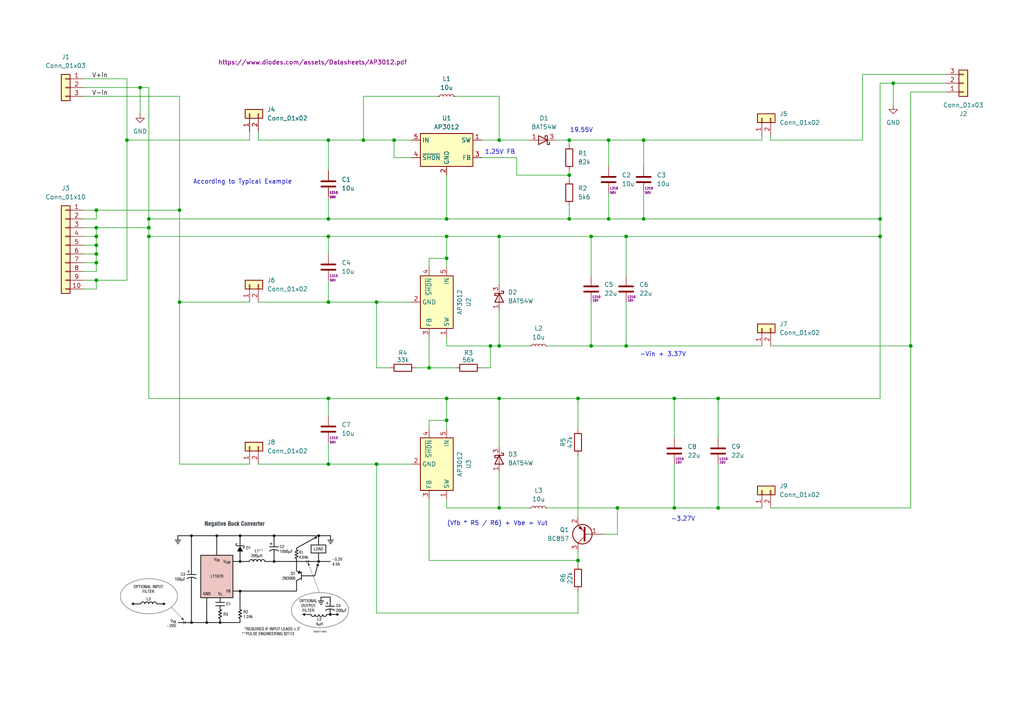
<source format=kicad_sch>
(kicad_sch
	(version 20231120)
	(generator "eeschema")
	(generator_version "8.0")
	(uuid "97005939-7e08-4407-87f1-92fe91034060")
	(paper "A4")
	
	(junction
		(at 114.3 40.64)
		(diameter 0)
		(color 0 0 0 0)
		(uuid "07cc638e-e3a2-4002-b522-895ccf53abd3")
	)
	(junction
		(at 144.78 40.64)
		(diameter 0)
		(color 0 0 0 0)
		(uuid "118a60d1-0b0d-4f24-bee8-d4083d14f2e0")
	)
	(junction
		(at 36.83 40.64)
		(diameter 0)
		(color 0 0 0 0)
		(uuid "1266319f-8c15-4739-98e6-2e140c3501d2")
	)
	(junction
		(at 144.78 115.57)
		(diameter 0)
		(color 0 0 0 0)
		(uuid "133db703-06dd-466f-9493-1430a55af57c")
	)
	(junction
		(at 165.1 40.64)
		(diameter 0)
		(color 0 0 0 0)
		(uuid "14ac138e-5c0b-45bf-956a-9292120c9fcf")
	)
	(junction
		(at 40.64 25.4)
		(diameter 0)
		(color 0 0 0 0)
		(uuid "15ba63e7-427d-444f-8ce8-ac46f6576089")
	)
	(junction
		(at 186.69 40.64)
		(diameter 0)
		(color 0 0 0 0)
		(uuid "165cae14-7fc3-4c55-a30a-e04becff0812")
	)
	(junction
		(at 52.07 60.96)
		(diameter 0)
		(color 0 0 0 0)
		(uuid "1ad4922f-b80e-4906-b103-1eaa3edf4476")
	)
	(junction
		(at 95.25 134.62)
		(diameter 0)
		(color 0 0 0 0)
		(uuid "1e7aa6ba-f4e7-442e-925b-76b4e19c5f94")
	)
	(junction
		(at 186.69 63.5)
		(diameter 0)
		(color 0 0 0 0)
		(uuid "265d6044-0d4e-4a73-8a9c-1d998b1700eb")
	)
	(junction
		(at 208.28 147.32)
		(diameter 0)
		(color 0 0 0 0)
		(uuid "299922e2-aa55-48ae-9642-8d35dd1bbdc5")
	)
	(junction
		(at 95.25 63.5)
		(diameter 0)
		(color 0 0 0 0)
		(uuid "2c350ae7-28ea-466e-8d11-1317d81ec851")
	)
	(junction
		(at 144.78 147.32)
		(diameter 0)
		(color 0 0 0 0)
		(uuid "2fa7aca3-2233-473e-a2f4-cbd023b1d3d5")
	)
	(junction
		(at 27.94 71.12)
		(diameter 0)
		(color 0 0 0 0)
		(uuid "2fbef7d1-3c5f-41df-b73d-c767127f0372")
	)
	(junction
		(at 27.94 68.58)
		(diameter 0)
		(color 0 0 0 0)
		(uuid "31c0456c-91b5-4d64-b250-60b51e18aa6c")
	)
	(junction
		(at 27.94 81.28)
		(diameter 0)
		(color 0 0 0 0)
		(uuid "335fd625-817e-4f7d-baf9-041fadb2cc3e")
	)
	(junction
		(at 259.08 24.13)
		(diameter 0)
		(color 0 0 0 0)
		(uuid "44509d90-0509-440e-bb39-105cfdff1e68")
	)
	(junction
		(at 176.53 40.64)
		(diameter 0)
		(color 0 0 0 0)
		(uuid "530bb55f-fbec-46a9-a5c2-40491f6bb13f")
	)
	(junction
		(at 95.25 68.58)
		(diameter 0)
		(color 0 0 0 0)
		(uuid "5cddf248-2fa3-470b-9342-d8298da3b3fc")
	)
	(junction
		(at 165.1 50.8)
		(diameter 0)
		(color 0 0 0 0)
		(uuid "5eaa30ad-98d9-444a-b3c7-7ec8ee816673")
	)
	(junction
		(at 129.54 115.57)
		(diameter 0)
		(color 0 0 0 0)
		(uuid "61d6b170-9ca8-4ed2-aa28-bf0576a1a745")
	)
	(junction
		(at 27.94 73.66)
		(diameter 0)
		(color 0 0 0 0)
		(uuid "648395e6-27f4-4e30-abe4-4e52c614628c")
	)
	(junction
		(at 165.1 63.5)
		(diameter 0)
		(color 0 0 0 0)
		(uuid "693dd3da-c483-432f-8e2e-a7101adfc344")
	)
	(junction
		(at 195.58 115.57)
		(diameter 0)
		(color 0 0 0 0)
		(uuid "69897414-e714-4b94-93d8-7d7541daf470")
	)
	(junction
		(at 109.22 134.62)
		(diameter 0)
		(color 0 0 0 0)
		(uuid "78c5bafd-1d4c-49d2-bde2-7fbd8e8ed1a7")
	)
	(junction
		(at 142.24 100.33)
		(diameter 0)
		(color 0 0 0 0)
		(uuid "799ce97e-4f47-411b-b3d0-48698177d36c")
	)
	(junction
		(at 27.94 76.2)
		(diameter 0)
		(color 0 0 0 0)
		(uuid "7d980991-970a-410f-b3de-af534131e337")
	)
	(junction
		(at 179.07 147.32)
		(diameter 0)
		(color 0 0 0 0)
		(uuid "809f6019-2341-40ad-ab3b-9176c0066f04")
	)
	(junction
		(at 129.54 63.5)
		(diameter 0)
		(color 0 0 0 0)
		(uuid "86d922e4-1cc0-4d36-965a-a5344b4cc1d2")
	)
	(junction
		(at 43.18 63.5)
		(diameter 0)
		(color 0 0 0 0)
		(uuid "8a6717a3-4826-41a5-bc05-953a7d69124a")
	)
	(junction
		(at 255.27 68.58)
		(diameter 0)
		(color 0 0 0 0)
		(uuid "8b0763c6-081a-4666-819f-9b70b2b6d410")
	)
	(junction
		(at 171.45 100.33)
		(diameter 0)
		(color 0 0 0 0)
		(uuid "8c2b4a33-97ac-4dc1-b87c-c98d4b5a74a5")
	)
	(junction
		(at 176.53 63.5)
		(diameter 0)
		(color 0 0 0 0)
		(uuid "8c999730-af54-4e0c-af5f-1a26666eb1ec")
	)
	(junction
		(at 195.58 147.32)
		(diameter 0)
		(color 0 0 0 0)
		(uuid "8debdee9-c2e9-4a47-a166-d8af49087697")
	)
	(junction
		(at 105.41 40.64)
		(diameter 0)
		(color 0 0 0 0)
		(uuid "9447ea54-946e-49ec-b75f-ac87dc93bce7")
	)
	(junction
		(at 124.46 106.68)
		(diameter 0)
		(color 0 0 0 0)
		(uuid "96d52ae9-d97f-41bc-8910-fc0d4bd851b8")
	)
	(junction
		(at 144.78 100.33)
		(diameter 0)
		(color 0 0 0 0)
		(uuid "97e42be0-0491-4ed5-801d-944a9c4aa25b")
	)
	(junction
		(at 144.78 68.58)
		(diameter 0)
		(color 0 0 0 0)
		(uuid "9ce5d8d9-24ac-4c5b-90d5-7eef2e9fbb8d")
	)
	(junction
		(at 27.94 66.04)
		(diameter 0)
		(color 0 0 0 0)
		(uuid "9ee25bc8-9579-4a6e-aa1d-097e13271b30")
	)
	(junction
		(at 95.25 115.57)
		(diameter 0)
		(color 0 0 0 0)
		(uuid "b243ae12-58ae-4e8e-a282-719527cb6eb0")
	)
	(junction
		(at 171.45 68.58)
		(diameter 0)
		(color 0 0 0 0)
		(uuid "b4250f52-e557-4e7c-8a87-b2adad987eef")
	)
	(junction
		(at 129.54 121.92)
		(diameter 0)
		(color 0 0 0 0)
		(uuid "bc3f8275-7eee-4175-9194-a4869c63c3c3")
	)
	(junction
		(at 255.27 63.5)
		(diameter 0)
		(color 0 0 0 0)
		(uuid "c0534fcb-79ec-4493-b02c-63081088b1cf")
	)
	(junction
		(at 27.94 60.96)
		(diameter 0)
		(color 0 0 0 0)
		(uuid "c4b37b9d-1243-4f2c-b95c-515c723b43e8")
	)
	(junction
		(at 95.25 87.63)
		(diameter 0)
		(color 0 0 0 0)
		(uuid "cc668a2a-c38e-48c1-9d1e-5704868c58ba")
	)
	(junction
		(at 129.54 74.93)
		(diameter 0)
		(color 0 0 0 0)
		(uuid "cd15481d-f992-4c0e-91b7-7415273cf0e0")
	)
	(junction
		(at 181.61 100.33)
		(diameter 0)
		(color 0 0 0 0)
		(uuid "d246d9ba-a270-4992-a693-407875cd061a")
	)
	(junction
		(at 95.25 40.64)
		(diameter 0)
		(color 0 0 0 0)
		(uuid "d28ae20b-d8e9-46ee-ae7a-6fd19d0615e5")
	)
	(junction
		(at 167.64 162.56)
		(diameter 0)
		(color 0 0 0 0)
		(uuid "d54b96f7-50e2-4326-bf66-ef143c8092dd")
	)
	(junction
		(at 43.18 68.58)
		(diameter 0)
		(color 0 0 0 0)
		(uuid "d6fce926-a1de-4a7c-abdc-702f2c2a864d")
	)
	(junction
		(at 43.18 66.04)
		(diameter 0)
		(color 0 0 0 0)
		(uuid "d9f11072-e1fe-4629-afdc-2376d26a70d3")
	)
	(junction
		(at 167.64 115.57)
		(diameter 0)
		(color 0 0 0 0)
		(uuid "e54649f2-1a61-42e2-8d48-7ed65505db72")
	)
	(junction
		(at 52.07 87.63)
		(diameter 0)
		(color 0 0 0 0)
		(uuid "ecdb16d2-285b-4f3c-924e-b5fb5439788b")
	)
	(junction
		(at 208.28 115.57)
		(diameter 0)
		(color 0 0 0 0)
		(uuid "f2e773cc-030a-4469-989f-90d357dc6930")
	)
	(junction
		(at 181.61 68.58)
		(diameter 0)
		(color 0 0 0 0)
		(uuid "f73b0d93-6c26-4425-b8e3-5dcafa89b7b8")
	)
	(junction
		(at 109.22 87.63)
		(diameter 0)
		(color 0 0 0 0)
		(uuid "f78774e6-d2c9-4da7-acc4-176d659538e9")
	)
	(junction
		(at 129.54 68.58)
		(diameter 0)
		(color 0 0 0 0)
		(uuid "f9451e91-1779-4a54-81a2-b81586de63f6")
	)
	(junction
		(at 264.16 100.33)
		(diameter 0)
		(color 0 0 0 0)
		(uuid "fcd7db8b-0c81-4ae1-8772-42339973c9f4")
	)
	(wire
		(pts
			(xy 165.1 49.53) (xy 165.1 50.8)
		)
		(stroke
			(width 0)
			(type default)
		)
		(uuid "0292d25e-a656-48fe-98ab-e3ce795a30c0")
	)
	(wire
		(pts
			(xy 43.18 63.5) (xy 43.18 66.04)
		)
		(stroke
			(width 0)
			(type default)
		)
		(uuid "029b99a1-6aed-41d2-966e-c82615a8538b")
	)
	(wire
		(pts
			(xy 109.22 134.62) (xy 95.25 134.62)
		)
		(stroke
			(width 0)
			(type default)
		)
		(uuid "02ac4c6c-ce4d-404a-abd0-b1413b83a0ad")
	)
	(wire
		(pts
			(xy 95.25 40.64) (xy 95.25 49.53)
		)
		(stroke
			(width 0)
			(type default)
		)
		(uuid "04758e6c-6452-4848-95c2-ae72ce1d4c4a")
	)
	(wire
		(pts
			(xy 181.61 68.58) (xy 181.61 80.01)
		)
		(stroke
			(width 0)
			(type default)
		)
		(uuid "055f3f4a-9451-4894-8b87-5bcc39bc68c4")
	)
	(wire
		(pts
			(xy 36.83 40.64) (xy 36.83 22.86)
		)
		(stroke
			(width 0)
			(type default)
		)
		(uuid "0888ae17-de32-49cf-9a47-8e7fc8f3f640")
	)
	(wire
		(pts
			(xy 144.78 68.58) (xy 171.45 68.58)
		)
		(stroke
			(width 0)
			(type default)
		)
		(uuid "0aab2b25-2a1f-4a99-801d-cd4f11a27990")
	)
	(wire
		(pts
			(xy 144.78 147.32) (xy 153.67 147.32)
		)
		(stroke
			(width 0)
			(type default)
		)
		(uuid "0bc752de-7fb8-4417-97a9-be5167669825")
	)
	(wire
		(pts
			(xy 129.54 144.78) (xy 129.54 147.32)
		)
		(stroke
			(width 0)
			(type default)
		)
		(uuid "0d925aa3-d21c-4d58-85d5-d39e7f7245fb")
	)
	(wire
		(pts
			(xy 52.07 60.96) (xy 52.07 27.94)
		)
		(stroke
			(width 0)
			(type default)
		)
		(uuid "0def7783-4e92-4bd6-8e3b-091a70120c1b")
	)
	(wire
		(pts
			(xy 27.94 71.12) (xy 27.94 68.58)
		)
		(stroke
			(width 0)
			(type default)
		)
		(uuid "0ea7728d-53c6-4f2b-aaf4-92d10b092962")
	)
	(wire
		(pts
			(xy 176.53 40.64) (xy 186.69 40.64)
		)
		(stroke
			(width 0)
			(type default)
		)
		(uuid "106c04f9-df50-42b3-97a6-720cd6dddff0")
	)
	(wire
		(pts
			(xy 167.64 177.8) (xy 109.22 177.8)
		)
		(stroke
			(width 0)
			(type default)
		)
		(uuid "107f9e88-73b8-4a9d-a881-791511caf20f")
	)
	(wire
		(pts
			(xy 181.61 100.33) (xy 220.98 100.33)
		)
		(stroke
			(width 0)
			(type default)
		)
		(uuid "125c75e8-8a6c-41a9-a4bc-4767def2bbdd")
	)
	(wire
		(pts
			(xy 132.08 106.68) (xy 124.46 106.68)
		)
		(stroke
			(width 0)
			(type default)
		)
		(uuid "14173aea-43c2-45e4-96fe-1b595a534a72")
	)
	(wire
		(pts
			(xy 165.1 59.69) (xy 165.1 63.5)
		)
		(stroke
			(width 0)
			(type default)
		)
		(uuid "14785256-0aab-4188-a764-9ef08de69da8")
	)
	(wire
		(pts
			(xy 129.54 50.8) (xy 129.54 63.5)
		)
		(stroke
			(width 0)
			(type default)
		)
		(uuid "14ebf702-2912-45e4-9af5-5941a2bd9d00")
	)
	(wire
		(pts
			(xy 114.3 45.72) (xy 114.3 40.64)
		)
		(stroke
			(width 0)
			(type default)
		)
		(uuid "17b18fd9-f2d1-4b9f-948e-eb72253fdce2")
	)
	(wire
		(pts
			(xy 208.28 115.57) (xy 208.28 127)
		)
		(stroke
			(width 0)
			(type default)
		)
		(uuid "17db2acd-14fd-422a-a4d9-fd9e68e44b65")
	)
	(wire
		(pts
			(xy 175.26 154.94) (xy 179.07 154.94)
		)
		(stroke
			(width 0)
			(type default)
		)
		(uuid "1caf8a70-0174-42ac-aaee-211d688a42ad")
	)
	(wire
		(pts
			(xy 109.22 134.62) (xy 109.22 177.8)
		)
		(stroke
			(width 0)
			(type default)
		)
		(uuid "1e8063dd-7933-4afb-9c0d-8cdec7546b8f")
	)
	(wire
		(pts
			(xy 129.54 74.93) (xy 129.54 77.47)
		)
		(stroke
			(width 0)
			(type default)
		)
		(uuid "1f2da6f2-56b2-4855-82d6-6f83f794857f")
	)
	(wire
		(pts
			(xy 72.39 38.1) (xy 72.39 40.64)
		)
		(stroke
			(width 0)
			(type default)
		)
		(uuid "211d19bf-4da2-452b-b648-4da7e7bb18f2")
	)
	(wire
		(pts
			(xy 255.27 24.13) (xy 259.08 24.13)
		)
		(stroke
			(width 0)
			(type default)
		)
		(uuid "2313223c-5d95-4ad1-bbba-0c165e075445")
	)
	(wire
		(pts
			(xy 27.94 66.04) (xy 43.18 66.04)
		)
		(stroke
			(width 0)
			(type default)
		)
		(uuid "2616dd7a-1c10-48b0-a7a2-fab723d47e1c")
	)
	(wire
		(pts
			(xy 129.54 68.58) (xy 129.54 74.93)
		)
		(stroke
			(width 0)
			(type default)
		)
		(uuid "26ea5290-06f5-4a0e-acdb-4f9bf84c01ac")
	)
	(wire
		(pts
			(xy 24.13 22.86) (xy 36.83 22.86)
		)
		(stroke
			(width 0)
			(type default)
		)
		(uuid "281b7b73-1968-4ae3-b74a-d571627dfa7d")
	)
	(wire
		(pts
			(xy 129.54 115.57) (xy 144.78 115.57)
		)
		(stroke
			(width 0)
			(type default)
		)
		(uuid "28361a1b-ee1b-4b9d-8215-3446b6b46212")
	)
	(wire
		(pts
			(xy 43.18 68.58) (xy 43.18 115.57)
		)
		(stroke
			(width 0)
			(type default)
		)
		(uuid "287e3c66-b49f-42c3-8d94-36ea3defb142")
	)
	(wire
		(pts
			(xy 119.38 87.63) (xy 109.22 87.63)
		)
		(stroke
			(width 0)
			(type default)
		)
		(uuid "2a114f84-efa3-4e30-8373-5b5f4aead9ef")
	)
	(wire
		(pts
			(xy 186.69 40.64) (xy 186.69 48.26)
		)
		(stroke
			(width 0)
			(type default)
		)
		(uuid "2c00bd9a-82d4-418d-9900-54ff8e6c4431")
	)
	(wire
		(pts
			(xy 105.41 40.64) (xy 114.3 40.64)
		)
		(stroke
			(width 0)
			(type default)
		)
		(uuid "2c695a3e-dbc8-48ac-95c9-026d53c1630f")
	)
	(wire
		(pts
			(xy 144.78 40.64) (xy 153.67 40.64)
		)
		(stroke
			(width 0)
			(type default)
		)
		(uuid "2d6e3cfa-4812-4992-b696-e23f506d3a4e")
	)
	(wire
		(pts
			(xy 259.08 24.13) (xy 274.32 24.13)
		)
		(stroke
			(width 0)
			(type default)
		)
		(uuid "306cbaba-c874-4da9-986f-baa3e903094d")
	)
	(wire
		(pts
			(xy 167.64 162.56) (xy 167.64 163.83)
		)
		(stroke
			(width 0)
			(type default)
		)
		(uuid "33e95f1c-c75b-4f63-adea-cd0c162363be")
	)
	(wire
		(pts
			(xy 124.46 74.93) (xy 124.46 77.47)
		)
		(stroke
			(width 0)
			(type default)
		)
		(uuid "34004c6c-4b9b-4cb3-9c8a-75caedab9587")
	)
	(wire
		(pts
			(xy 27.94 78.74) (xy 27.94 76.2)
		)
		(stroke
			(width 0)
			(type default)
		)
		(uuid "345903bf-b0b7-4995-86b5-60d144556a80")
	)
	(wire
		(pts
			(xy 165.1 63.5) (xy 176.53 63.5)
		)
		(stroke
			(width 0)
			(type default)
		)
		(uuid "349be1cb-f327-49e8-9570-2700a7c9d49e")
	)
	(wire
		(pts
			(xy 179.07 147.32) (xy 195.58 147.32)
		)
		(stroke
			(width 0)
			(type default)
		)
		(uuid "3648e416-cd8f-40c3-a350-9809c6aa7576")
	)
	(wire
		(pts
			(xy 72.39 40.64) (xy 36.83 40.64)
		)
		(stroke
			(width 0)
			(type default)
		)
		(uuid "3686bf39-9bba-4e7d-908f-cf9a57b65d6f")
	)
	(wire
		(pts
			(xy 142.24 106.68) (xy 139.7 106.68)
		)
		(stroke
			(width 0)
			(type default)
		)
		(uuid "37487be2-4d36-4425-af33-00b5bac7f096")
	)
	(wire
		(pts
			(xy 27.94 60.96) (xy 52.07 60.96)
		)
		(stroke
			(width 0)
			(type default)
		)
		(uuid "37de97fe-e49d-48ca-8fa7-fa545da9c9d7")
	)
	(wire
		(pts
			(xy 255.27 68.58) (xy 255.27 63.5)
		)
		(stroke
			(width 0)
			(type default)
		)
		(uuid "381d22b8-7d4b-4fea-8ff0-e9fa76e63eea")
	)
	(wire
		(pts
			(xy 144.78 100.33) (xy 153.67 100.33)
		)
		(stroke
			(width 0)
			(type default)
		)
		(uuid "3a7691e5-968d-4f9f-869e-e17e50eeaf4b")
	)
	(wire
		(pts
			(xy 109.22 106.68) (xy 109.22 87.63)
		)
		(stroke
			(width 0)
			(type default)
		)
		(uuid "3c3da1fb-b87f-4709-b909-2bb99f83c877")
	)
	(wire
		(pts
			(xy 124.46 162.56) (xy 167.64 162.56)
		)
		(stroke
			(width 0)
			(type default)
		)
		(uuid "3da12098-281b-480b-bb3f-65902b74922a")
	)
	(wire
		(pts
			(xy 129.54 121.92) (xy 129.54 124.46)
		)
		(stroke
			(width 0)
			(type default)
		)
		(uuid "3e885e30-04f8-4ac4-9d3b-0b81a41c842f")
	)
	(wire
		(pts
			(xy 158.75 147.32) (xy 179.07 147.32)
		)
		(stroke
			(width 0)
			(type default)
		)
		(uuid "42b50bed-6df2-40e5-9981-40f80c642def")
	)
	(wire
		(pts
			(xy 24.13 25.4) (xy 40.64 25.4)
		)
		(stroke
			(width 0)
			(type default)
		)
		(uuid "46a5cd17-1889-44dd-8059-58a9348a3b75")
	)
	(wire
		(pts
			(xy 142.24 100.33) (xy 144.78 100.33)
		)
		(stroke
			(width 0)
			(type default)
		)
		(uuid "481085dc-708a-47bf-b42a-667ca0175edb")
	)
	(wire
		(pts
			(xy 27.94 60.96) (xy 27.94 63.5)
		)
		(stroke
			(width 0)
			(type default)
		)
		(uuid "481d2e55-4756-4eed-8378-3c1806abc93c")
	)
	(wire
		(pts
			(xy 27.94 73.66) (xy 27.94 71.12)
		)
		(stroke
			(width 0)
			(type default)
		)
		(uuid "4ad3a066-50e0-4cd9-ae39-a93f01b3d6e1")
	)
	(wire
		(pts
			(xy 181.61 68.58) (xy 255.27 68.58)
		)
		(stroke
			(width 0)
			(type default)
		)
		(uuid "4ba4255f-fea7-49fd-80bf-ccd44cc6fa30")
	)
	(wire
		(pts
			(xy 43.18 66.04) (xy 43.18 68.58)
		)
		(stroke
			(width 0)
			(type default)
		)
		(uuid "4bd01f3d-c7eb-4b30-9ca8-a243f1caf5cc")
	)
	(wire
		(pts
			(xy 132.08 27.94) (xy 144.78 27.94)
		)
		(stroke
			(width 0)
			(type default)
		)
		(uuid "4dfd8f84-4a1e-4dec-a9b1-fecba42f4cd3")
	)
	(wire
		(pts
			(xy 114.3 40.64) (xy 119.38 40.64)
		)
		(stroke
			(width 0)
			(type default)
		)
		(uuid "4e2fab9d-fdba-46c1-8ca0-3c124e572877")
	)
	(wire
		(pts
			(xy 27.94 81.28) (xy 27.94 83.82)
		)
		(stroke
			(width 0)
			(type default)
		)
		(uuid "4ec1c14d-9dce-4cc2-a2f0-efc533094d7b")
	)
	(wire
		(pts
			(xy 208.28 147.32) (xy 220.98 147.32)
		)
		(stroke
			(width 0)
			(type default)
		)
		(uuid "4f17c587-30fe-4cd2-8446-24eecafdee3f")
	)
	(wire
		(pts
			(xy 124.46 144.78) (xy 124.46 162.56)
		)
		(stroke
			(width 0)
			(type default)
		)
		(uuid "52bea78f-edc9-4039-9097-9f13b1cee2ee")
	)
	(wire
		(pts
			(xy 195.58 134.62) (xy 195.58 147.32)
		)
		(stroke
			(width 0)
			(type default)
		)
		(uuid "59f52a1d-57a9-4547-8b77-5564422c9d6d")
	)
	(wire
		(pts
			(xy 264.16 147.32) (xy 264.16 100.33)
		)
		(stroke
			(width 0)
			(type default)
		)
		(uuid "5a76e67b-6ca5-4393-9a5d-a6cd57710602")
	)
	(wire
		(pts
			(xy 24.13 76.2) (xy 27.94 76.2)
		)
		(stroke
			(width 0)
			(type default)
		)
		(uuid "5d08ae22-728e-452c-b29a-421c16e2cbc5")
	)
	(wire
		(pts
			(xy 220.98 40.64) (xy 220.98 39.37)
		)
		(stroke
			(width 0)
			(type default)
		)
		(uuid "5d6432c5-79fe-4df6-859e-5f94e43456be")
	)
	(wire
		(pts
			(xy 139.7 45.72) (xy 149.86 45.72)
		)
		(stroke
			(width 0)
			(type default)
		)
		(uuid "5e867f47-1cbb-4e5d-b3b8-08871fa820a4")
	)
	(wire
		(pts
			(xy 24.13 66.04) (xy 27.94 66.04)
		)
		(stroke
			(width 0)
			(type default)
		)
		(uuid "629fc705-f62e-4da9-b303-3b3b2db35e50")
	)
	(wire
		(pts
			(xy 165.1 40.64) (xy 176.53 40.64)
		)
		(stroke
			(width 0)
			(type default)
		)
		(uuid "6370d363-2fd5-4fd0-ad59-ec706a9557d5")
	)
	(wire
		(pts
			(xy 250.19 21.59) (xy 274.32 21.59)
		)
		(stroke
			(width 0)
			(type default)
		)
		(uuid "65ae67f4-c848-44fe-b506-83262a882641")
	)
	(wire
		(pts
			(xy 24.13 78.74) (xy 27.94 78.74)
		)
		(stroke
			(width 0)
			(type default)
		)
		(uuid "674fdc6e-af78-4531-8ef3-50889c087763")
	)
	(wire
		(pts
			(xy 95.25 115.57) (xy 129.54 115.57)
		)
		(stroke
			(width 0)
			(type default)
		)
		(uuid "693e0e7a-0b6d-44ae-bff9-bd1adf888ba7")
	)
	(wire
		(pts
			(xy 264.16 26.67) (xy 274.32 26.67)
		)
		(stroke
			(width 0)
			(type default)
		)
		(uuid "6ad53e2a-8a82-481a-b093-aa39d6cf60b0")
	)
	(wire
		(pts
			(xy 167.64 115.57) (xy 195.58 115.57)
		)
		(stroke
			(width 0)
			(type default)
		)
		(uuid "6e2ba88c-12c1-4a88-8efb-4251b1752e86")
	)
	(wire
		(pts
			(xy 179.07 154.94) (xy 179.07 147.32)
		)
		(stroke
			(width 0)
			(type default)
		)
		(uuid "6e7a965c-5b59-4a99-b934-092cb7a24eb3")
	)
	(wire
		(pts
			(xy 167.64 171.45) (xy 167.64 177.8)
		)
		(stroke
			(width 0)
			(type default)
		)
		(uuid "6f81ba55-e7af-4cc3-8538-942c272b82d5")
	)
	(wire
		(pts
			(xy 171.45 100.33) (xy 181.61 100.33)
		)
		(stroke
			(width 0)
			(type default)
		)
		(uuid "6fa12348-22b3-4633-bb65-a03dee9ddcd6")
	)
	(wire
		(pts
			(xy 129.54 68.58) (xy 144.78 68.58)
		)
		(stroke
			(width 0)
			(type default)
		)
		(uuid "6fe50bd9-92eb-4185-a71d-9c6bb30549ca")
	)
	(wire
		(pts
			(xy 95.25 87.63) (xy 74.93 87.63)
		)
		(stroke
			(width 0)
			(type default)
		)
		(uuid "70ca0555-38db-47ec-aa88-340a2354f9f2")
	)
	(wire
		(pts
			(xy 165.1 40.64) (xy 165.1 41.91)
		)
		(stroke
			(width 0)
			(type default)
		)
		(uuid "71a34f41-fbbc-4f9d-a44a-70b3c8fa37d7")
	)
	(wire
		(pts
			(xy 124.46 121.92) (xy 124.46 124.46)
		)
		(stroke
			(width 0)
			(type default)
		)
		(uuid "743e35f1-33c5-4841-9ec0-419142c825e0")
	)
	(wire
		(pts
			(xy 223.52 147.32) (xy 264.16 147.32)
		)
		(stroke
			(width 0)
			(type default)
		)
		(uuid "751a5758-4a7c-4ad0-b792-6d95713b4d4f")
	)
	(wire
		(pts
			(xy 208.28 115.57) (xy 255.27 115.57)
		)
		(stroke
			(width 0)
			(type default)
		)
		(uuid "77a0d2d2-59da-4e9e-bf9b-dd5d81b93d3b")
	)
	(wire
		(pts
			(xy 171.45 87.63) (xy 171.45 100.33)
		)
		(stroke
			(width 0)
			(type default)
		)
		(uuid "77bf1c97-adff-4965-80d8-da3fe53f49d7")
	)
	(wire
		(pts
			(xy 181.61 87.63) (xy 181.61 100.33)
		)
		(stroke
			(width 0)
			(type default)
		)
		(uuid "77d56c60-1c98-49ad-b99e-1927e81d3869")
	)
	(wire
		(pts
			(xy 52.07 87.63) (xy 52.07 134.62)
		)
		(stroke
			(width 0)
			(type default)
		)
		(uuid "7b5e98f3-c762-4e81-86c1-e44a3b47b79a")
	)
	(wire
		(pts
			(xy 186.69 55.88) (xy 186.69 63.5)
		)
		(stroke
			(width 0)
			(type default)
		)
		(uuid "7bb7f5fa-c920-4398-94d8-a1ce92734fc2")
	)
	(wire
		(pts
			(xy 255.27 63.5) (xy 255.27 24.13)
		)
		(stroke
			(width 0)
			(type default)
		)
		(uuid "7c390f56-ecd9-4bb2-a83b-90683962efb0")
	)
	(wire
		(pts
			(xy 255.27 115.57) (xy 255.27 68.58)
		)
		(stroke
			(width 0)
			(type default)
		)
		(uuid "7d4fb792-b7a3-4f7c-abab-35a7e28f646c")
	)
	(wire
		(pts
			(xy 129.54 115.57) (xy 129.54 121.92)
		)
		(stroke
			(width 0)
			(type default)
		)
		(uuid "7d9bda38-4c53-4400-a5d2-99b3e69f5199")
	)
	(wire
		(pts
			(xy 24.13 73.66) (xy 27.94 73.66)
		)
		(stroke
			(width 0)
			(type default)
		)
		(uuid "83c650fd-fdfe-48e8-8880-8d5ec6fe9945")
	)
	(wire
		(pts
			(xy 167.64 160.02) (xy 167.64 162.56)
		)
		(stroke
			(width 0)
			(type default)
		)
		(uuid "840ae2bd-fbc7-4526-94b0-de8957dd8633")
	)
	(wire
		(pts
			(xy 27.94 68.58) (xy 27.94 66.04)
		)
		(stroke
			(width 0)
			(type default)
		)
		(uuid "86b6398a-18da-4e79-b8a6-ace9d16499ea")
	)
	(wire
		(pts
			(xy 158.75 100.33) (xy 171.45 100.33)
		)
		(stroke
			(width 0)
			(type default)
		)
		(uuid "87725997-7ff7-4d25-8b83-abced5d8f56a")
	)
	(wire
		(pts
			(xy 144.78 115.57) (xy 144.78 129.54)
		)
		(stroke
			(width 0)
			(type default)
		)
		(uuid "87d91334-3b9b-4501-9141-cd5c298ee6ab")
	)
	(wire
		(pts
			(xy 149.86 45.72) (xy 149.86 50.8)
		)
		(stroke
			(width 0)
			(type default)
		)
		(uuid "8902f6d2-fb9a-46c5-bd6f-8865ba44afbe")
	)
	(wire
		(pts
			(xy 105.41 27.94) (xy 105.41 40.64)
		)
		(stroke
			(width 0)
			(type default)
		)
		(uuid "8980ef1e-d8fb-48e1-9aac-1f1c1159fb72")
	)
	(wire
		(pts
			(xy 24.13 60.96) (xy 27.94 60.96)
		)
		(stroke
			(width 0)
			(type default)
		)
		(uuid "8ea87ffd-a27f-4450-b1a7-9a89b0bf5229")
	)
	(wire
		(pts
			(xy 144.78 68.58) (xy 144.78 82.55)
		)
		(stroke
			(width 0)
			(type default)
		)
		(uuid "8eaf0bef-a005-484b-9800-1e76ab5e0e5d")
	)
	(wire
		(pts
			(xy 24.13 63.5) (xy 27.94 63.5)
		)
		(stroke
			(width 0)
			(type default)
		)
		(uuid "910c5477-05e5-4be4-a220-4b398329807a")
	)
	(wire
		(pts
			(xy 129.54 147.32) (xy 144.78 147.32)
		)
		(stroke
			(width 0)
			(type default)
		)
		(uuid "916f82f4-5843-4b9e-a7ee-040656cfda42")
	)
	(wire
		(pts
			(xy 24.13 83.82) (xy 27.94 83.82)
		)
		(stroke
			(width 0)
			(type default)
		)
		(uuid "91783b2d-d74c-4622-9f30-ec81225619fa")
	)
	(wire
		(pts
			(xy 129.54 63.5) (xy 95.25 63.5)
		)
		(stroke
			(width 0)
			(type default)
		)
		(uuid "95e1d2ad-f7c0-454e-ae49-5c1beb84cdfd")
	)
	(wire
		(pts
			(xy 43.18 68.58) (xy 95.25 68.58)
		)
		(stroke
			(width 0)
			(type default)
		)
		(uuid "96a71b69-3666-4aa0-a134-95ec3756aa35")
	)
	(wire
		(pts
			(xy 144.78 115.57) (xy 167.64 115.57)
		)
		(stroke
			(width 0)
			(type default)
		)
		(uuid "9ceadd65-2b9f-4219-b210-3dc36b17f0f4")
	)
	(wire
		(pts
			(xy 74.93 40.64) (xy 95.25 40.64)
		)
		(stroke
			(width 0)
			(type default)
		)
		(uuid "9e38b04e-9992-4b71-b64c-53b39d3b7ff1")
	)
	(wire
		(pts
			(xy 144.78 137.16) (xy 144.78 147.32)
		)
		(stroke
			(width 0)
			(type default)
		)
		(uuid "9f85d223-59be-4d3a-b6de-1ffd4020d931")
	)
	(wire
		(pts
			(xy 223.52 39.37) (xy 223.52 40.64)
		)
		(stroke
			(width 0)
			(type default)
		)
		(uuid "9fa14b18-d55e-48c6-a7e3-c0de52d70661")
	)
	(wire
		(pts
			(xy 119.38 45.72) (xy 114.3 45.72)
		)
		(stroke
			(width 0)
			(type default)
		)
		(uuid "9ff3004d-f164-46bd-9d48-4bd8a7410726")
	)
	(wire
		(pts
			(xy 113.03 106.68) (xy 109.22 106.68)
		)
		(stroke
			(width 0)
			(type default)
		)
		(uuid "9ff6fd6c-81f4-465b-9ef2-a006ddcffc98")
	)
	(wire
		(pts
			(xy 149.86 50.8) (xy 165.1 50.8)
		)
		(stroke
			(width 0)
			(type default)
		)
		(uuid "9ff9e859-a1c1-4d96-915a-d609d8c73d3d")
	)
	(wire
		(pts
			(xy 176.53 55.88) (xy 176.53 63.5)
		)
		(stroke
			(width 0)
			(type default)
		)
		(uuid "a103cda2-6ea4-4518-ae13-da7fea458d82")
	)
	(wire
		(pts
			(xy 161.29 40.64) (xy 165.1 40.64)
		)
		(stroke
			(width 0)
			(type default)
		)
		(uuid "a129b8fb-503b-47f8-991a-70e72117e02b")
	)
	(wire
		(pts
			(xy 223.52 40.64) (xy 250.19 40.64)
		)
		(stroke
			(width 0)
			(type default)
		)
		(uuid "a24a8e60-481e-456d-801c-160791b322bb")
	)
	(wire
		(pts
			(xy 124.46 121.92) (xy 129.54 121.92)
		)
		(stroke
			(width 0)
			(type default)
		)
		(uuid "a46228a8-e2d8-4f9f-b12d-7b75196adea8")
	)
	(wire
		(pts
			(xy 124.46 97.79) (xy 124.46 106.68)
		)
		(stroke
			(width 0)
			(type default)
		)
		(uuid "a48acb81-9e8f-4cfd-bc60-3fd084e55a3d")
	)
	(wire
		(pts
			(xy 144.78 90.17) (xy 144.78 100.33)
		)
		(stroke
			(width 0)
			(type default)
		)
		(uuid "a51e08e1-033c-4d49-a1dc-7b41b437b85d")
	)
	(wire
		(pts
			(xy 124.46 74.93) (xy 129.54 74.93)
		)
		(stroke
			(width 0)
			(type default)
		)
		(uuid "a5f7c3cc-4de0-43b8-9cb6-1a9bc952c58b")
	)
	(wire
		(pts
			(xy 208.28 147.32) (xy 195.58 147.32)
		)
		(stroke
			(width 0)
			(type default)
		)
		(uuid "a820b76f-7174-43c6-923c-9eb8e0a1a212")
	)
	(wire
		(pts
			(xy 176.53 40.64) (xy 176.53 48.26)
		)
		(stroke
			(width 0)
			(type default)
		)
		(uuid "a93ad8e3-953f-43b7-a5d6-e8009fb7da07")
	)
	(wire
		(pts
			(xy 109.22 87.63) (xy 95.25 87.63)
		)
		(stroke
			(width 0)
			(type default)
		)
		(uuid "a9a8899e-ee75-4881-98b2-6378786944ce")
	)
	(wire
		(pts
			(xy 165.1 50.8) (xy 165.1 52.07)
		)
		(stroke
			(width 0)
			(type default)
		)
		(uuid "a9ed4811-405e-4162-88b5-90717d7b4cf5")
	)
	(wire
		(pts
			(xy 223.52 100.33) (xy 264.16 100.33)
		)
		(stroke
			(width 0)
			(type default)
		)
		(uuid "aaa9c5da-af5f-462a-a896-e9a510fd2060")
	)
	(wire
		(pts
			(xy 208.28 134.62) (xy 208.28 147.32)
		)
		(stroke
			(width 0)
			(type default)
		)
		(uuid "aba0a3c7-1945-495b-85ef-54c665025522")
	)
	(wire
		(pts
			(xy 27.94 81.28) (xy 36.83 81.28)
		)
		(stroke
			(width 0)
			(type default)
		)
		(uuid "acd96b55-12a1-4bdd-bd82-4d37de060f54")
	)
	(wire
		(pts
			(xy 264.16 100.33) (xy 264.16 26.67)
		)
		(stroke
			(width 0)
			(type default)
		)
		(uuid "b20a79c8-095c-49cc-8e3a-aac5a9b6fd75")
	)
	(wire
		(pts
			(xy 129.54 100.33) (xy 142.24 100.33)
		)
		(stroke
			(width 0)
			(type default)
		)
		(uuid "b6823095-01ff-43b4-9565-8bf7ac1464a8")
	)
	(wire
		(pts
			(xy 129.54 97.79) (xy 129.54 100.33)
		)
		(stroke
			(width 0)
			(type default)
		)
		(uuid "b8e7ffc4-d4eb-482a-bae1-8eefb931cdf5")
	)
	(wire
		(pts
			(xy 24.13 27.94) (xy 52.07 27.94)
		)
		(stroke
			(width 0)
			(type default)
		)
		(uuid "ba17ff0d-d6cf-407b-b0f9-7c0ac889084d")
	)
	(wire
		(pts
			(xy 129.54 63.5) (xy 165.1 63.5)
		)
		(stroke
			(width 0)
			(type default)
		)
		(uuid "ba543dbf-e820-4d74-90ff-a7e2256601c3")
	)
	(wire
		(pts
			(xy 127 27.94) (xy 105.41 27.94)
		)
		(stroke
			(width 0)
			(type default)
		)
		(uuid "bab5c3a5-f93a-442b-b5c5-0ecb8ae9ce77")
	)
	(wire
		(pts
			(xy 167.64 132.08) (xy 167.64 149.86)
		)
		(stroke
			(width 0)
			(type default)
		)
		(uuid "bcb52b74-cbcc-42d8-ad98-46537d9de558")
	)
	(wire
		(pts
			(xy 95.25 115.57) (xy 95.25 120.65)
		)
		(stroke
			(width 0)
			(type default)
		)
		(uuid "bcf3e727-b4ea-42e4-a9a3-067f3dcbb45a")
	)
	(wire
		(pts
			(xy 139.7 40.64) (xy 144.78 40.64)
		)
		(stroke
			(width 0)
			(type default)
		)
		(uuid "bf918930-fa62-4f7d-8c58-01cae3eadc17")
	)
	(wire
		(pts
			(xy 72.39 87.63) (xy 52.07 87.63)
		)
		(stroke
			(width 0)
			(type default)
		)
		(uuid "c274ced0-98dd-4e2a-acc9-e6cf0522d3c5")
	)
	(wire
		(pts
			(xy 74.93 38.1) (xy 74.93 40.64)
		)
		(stroke
			(width 0)
			(type default)
		)
		(uuid "c64e5a0d-d34b-429f-aa89-50ce704f78fc")
	)
	(wire
		(pts
			(xy 95.25 57.15) (xy 95.25 63.5)
		)
		(stroke
			(width 0)
			(type default)
		)
		(uuid "c944b379-0131-4069-b572-56c1b9cd2c12")
	)
	(wire
		(pts
			(xy 95.25 63.5) (xy 43.18 63.5)
		)
		(stroke
			(width 0)
			(type default)
		)
		(uuid "c99104e8-cf90-4f44-a316-e023fc7ea791")
	)
	(wire
		(pts
			(xy 142.24 100.33) (xy 142.24 106.68)
		)
		(stroke
			(width 0)
			(type default)
		)
		(uuid "caae8475-5434-469b-96dd-00a3a7502341")
	)
	(wire
		(pts
			(xy 95.25 40.64) (xy 105.41 40.64)
		)
		(stroke
			(width 0)
			(type default)
		)
		(uuid "cb16f4c3-6166-4e46-9e67-d91b7fe15909")
	)
	(wire
		(pts
			(xy 72.39 134.62) (xy 52.07 134.62)
		)
		(stroke
			(width 0)
			(type default)
		)
		(uuid "cefda273-33b7-42d6-b7fd-7acb4e71448e")
	)
	(wire
		(pts
			(xy 144.78 27.94) (xy 144.78 40.64)
		)
		(stroke
			(width 0)
			(type default)
		)
		(uuid "d10ba893-4d70-4ca0-b5e0-e17956a29438")
	)
	(wire
		(pts
			(xy 27.94 76.2) (xy 27.94 73.66)
		)
		(stroke
			(width 0)
			(type default)
		)
		(uuid "d28a7072-520b-413a-852c-991574c73b71")
	)
	(wire
		(pts
			(xy 259.08 24.13) (xy 259.08 30.48)
		)
		(stroke
			(width 0)
			(type default)
		)
		(uuid "d5e96ff2-3445-4b0b-9b3d-1819f617d671")
	)
	(wire
		(pts
			(xy 40.64 25.4) (xy 43.18 25.4)
		)
		(stroke
			(width 0)
			(type default)
		)
		(uuid "d7f39750-af79-4eeb-a800-1ca8ecc0a7f1")
	)
	(wire
		(pts
			(xy 43.18 25.4) (xy 43.18 63.5)
		)
		(stroke
			(width 0)
			(type default)
		)
		(uuid "d893dcd1-d15f-475c-8f24-4cd3223f42f0")
	)
	(wire
		(pts
			(xy 24.13 71.12) (xy 27.94 71.12)
		)
		(stroke
			(width 0)
			(type default)
		)
		(uuid "d8ac72f5-562a-4ea4-96d1-7f0101b18b26")
	)
	(wire
		(pts
			(xy 171.45 68.58) (xy 171.45 80.01)
		)
		(stroke
			(width 0)
			(type default)
		)
		(uuid "dd19db90-ef5c-4399-8ba9-4ad8d9d04a7c")
	)
	(wire
		(pts
			(xy 119.38 134.62) (xy 109.22 134.62)
		)
		(stroke
			(width 0)
			(type default)
		)
		(uuid "df863d1a-f253-4721-be12-08f4a2e80d29")
	)
	(wire
		(pts
			(xy 95.25 68.58) (xy 95.25 73.66)
		)
		(stroke
			(width 0)
			(type default)
		)
		(uuid "e22d9194-290a-487a-ad27-ab3a79ebece4")
	)
	(wire
		(pts
			(xy 124.46 106.68) (xy 120.65 106.68)
		)
		(stroke
			(width 0)
			(type default)
		)
		(uuid "e5be960f-9f7d-49fb-b318-97b55799857b")
	)
	(wire
		(pts
			(xy 195.58 115.57) (xy 195.58 127)
		)
		(stroke
			(width 0)
			(type default)
		)
		(uuid "e602aa3d-a208-4f36-8388-fe156da85537")
	)
	(wire
		(pts
			(xy 186.69 63.5) (xy 255.27 63.5)
		)
		(stroke
			(width 0)
			(type default)
		)
		(uuid "e77e21d1-58df-4c70-9adf-e7e351ff5d30")
	)
	(wire
		(pts
			(xy 43.18 115.57) (xy 95.25 115.57)
		)
		(stroke
			(width 0)
			(type default)
		)
		(uuid "e7d110eb-e4fd-41b7-be98-b661f75881fb")
	)
	(wire
		(pts
			(xy 52.07 60.96) (xy 52.07 87.63)
		)
		(stroke
			(width 0)
			(type default)
		)
		(uuid "e90ef1fd-4c4a-4de9-aaa7-46859eee369d")
	)
	(wire
		(pts
			(xy 24.13 68.58) (xy 27.94 68.58)
		)
		(stroke
			(width 0)
			(type default)
		)
		(uuid "eb650a3c-1e21-436d-adb0-7682b64a441f")
	)
	(wire
		(pts
			(xy 95.25 128.27) (xy 95.25 134.62)
		)
		(stroke
			(width 0)
			(type default)
		)
		(uuid "edbec704-f817-47a4-b7a5-4cd3531e79a8")
	)
	(wire
		(pts
			(xy 176.53 63.5) (xy 186.69 63.5)
		)
		(stroke
			(width 0)
			(type default)
		)
		(uuid "edd33c5a-7e40-4ac4-af7c-6239ddcd7d86")
	)
	(wire
		(pts
			(xy 95.25 68.58) (xy 129.54 68.58)
		)
		(stroke
			(width 0)
			(type default)
		)
		(uuid "f51bae8e-18d5-4510-864d-8380dcf9ebed")
	)
	(wire
		(pts
			(xy 171.45 68.58) (xy 181.61 68.58)
		)
		(stroke
			(width 0)
			(type default)
		)
		(uuid "f532f7e6-9f0d-4855-8bd8-c265f662e8b5")
	)
	(wire
		(pts
			(xy 36.83 81.28) (xy 36.83 40.64)
		)
		(stroke
			(width 0)
			(type default)
		)
		(uuid "f5c20242-c495-41e4-b34b-88f7a4bb7993")
	)
	(wire
		(pts
			(xy 95.25 81.28) (xy 95.25 87.63)
		)
		(stroke
			(width 0)
			(type default)
		)
		(uuid "f5f12b26-01ac-49a1-9ee5-3cb55092a33a")
	)
	(wire
		(pts
			(xy 95.25 134.62) (xy 74.93 134.62)
		)
		(stroke
			(width 0)
			(type default)
		)
		(uuid "f690b649-d38e-44b2-a527-5eedb5b27eb0")
	)
	(wire
		(pts
			(xy 40.64 25.4) (xy 40.64 33.02)
		)
		(stroke
			(width 0)
			(type default)
		)
		(uuid "f6c68c10-ca66-41d9-b5c5-c1d0a46751fd")
	)
	(wire
		(pts
			(xy 186.69 40.64) (xy 220.98 40.64)
		)
		(stroke
			(width 0)
			(type default)
		)
		(uuid "f89ecd74-5c49-4182-85a8-9280c1fcf4f8")
	)
	(wire
		(pts
			(xy 167.64 115.57) (xy 167.64 124.46)
		)
		(stroke
			(width 0)
			(type default)
		)
		(uuid "f9811a2a-6a62-4da7-8e62-ee54783f0060")
	)
	(wire
		(pts
			(xy 195.58 115.57) (xy 208.28 115.57)
		)
		(stroke
			(width 0)
			(type default)
		)
		(uuid "fcb8f8ea-7889-43a1-bd0d-385566a20f6d")
	)
	(wire
		(pts
			(xy 250.19 40.64) (xy 250.19 21.59)
		)
		(stroke
			(width 0)
			(type default)
		)
		(uuid "fe252247-3501-4151-910e-abd80e5f64b6")
	)
	(wire
		(pts
			(xy 24.13 81.28) (xy 27.94 81.28)
		)
		(stroke
			(width 0)
			(type default)
		)
		(uuid "fe2555fd-8268-4e24-9a8b-e208a584af63")
	)
	(image
		(at 68.58 168.91)
		(scale 0.366802)
		(uuid "bc595703-23ce-4b44-885f-10b107ea2235")
		(data "iVBORw0KGgoAAAANSUhEUgAABBQAAAIlCAYAAABl6auuAAAAAXNSR0IArs4c6QAAAARnQU1BAACx"
			"jwv8YQUAAAAJcEhZcwAAFiUAABYlAUlSJPAAAP+lSURBVHhe7N0HfBPl/wfwTxUoMoSyBUpb9m4p"
			"Q/ZUQIpQEHCyBcHBVFD0z3IBylIZArL9MaUtS0CgbJBRWqAK2lJoARlCkaEE0Pzve7lrr2napqUj"
			"aT/v1+uauyeXyzW5JPd873m+j4tZASIiIiIiIiKiVHhMuyUiIiIiIiIishsDCkRERERERESUauzy"
			"QESU00Tsxdqwa9oCUKB8C7SvU1Rbsrh+fAuCz/6tLeVD+Zbt4ZtwFacVsXcdQq9qC/m90Kp9HTjG"
			"v3YdIVt24+xdbdFK3pKVUbtaJZQr6qqVZK6Ex0Rx+LzQDBW1pUd153IUTp86jnN/ydKT8KxfB7XK"
			"FUXW/KdERERkLwYUiIhymqBRqD1uF+K+/WsMxLr/vY5K2qI48XUPvLbgHCyreGLAklUY4uOiLjm8"
			"n5fi/YAz2r4XQ7NBw9HRU11QBY1ogI92aAvle+H7gLdRW1vMWmH4qutAzI9M7mc5N4q1eBuzv3gZ"
			"1TK5ti3HxKvKMWHRAh+HToG/y6MdE6bT6zD+o6+w7fe/cV8r0+X1aof3J32EF6rm9LDCz1j8wXr8"
			"qh0WxZsNwLt+hgOaiIgoC7HLAxFRThe+HoGHtfns4PIpbN7yEzb/KNNBnL2ZXAXd2TzAn7unY+Cn"
			"O2DSSpxW2Fy82msSNtoIJoh7UVsxvmdfzA7TCnKsKzihHsuWad/Zm1qwjIiIKOsxoEBElONdxpad"
			"+7X57C9voeIoWUKbiuRHLq3c4RSogGbPPYsOzzWDT5l8yKMVi5s/bsEWp44oXMfqb5fjjPF/yJMP"
			"xZT3pFj+3FqB4n4Evpu7WlmbiIiIHBEDCkREhKsbtmKb01/ytk+7cZuw/Sdt+q4vqmvlDqdEEwya"
			"9CkmT5qKZZs34uN2BbQ7FPfDEX5Um3dG59Zj4wFDu4TCLTBuzRYEK+9JcPAUvPyUVq64f/QI9uWQ"
			"Y5OIiMjZPD5eoc0TEVFOcOYnzNml94XX3D+Pv0v4o2ONfOrilcNrsC7kpjqv1PZQt0t3PF0qcX95"
			"0/VohB7YgQPHf8UvUdfxX978KFQoX9JX/U3X8duhYAQfOYVL90ugTKl8OLd3HXYeVR7/qzJF30PJ"
			"ik/BshcGdy4j6sQh7DgYqq539sa/KFSkBAoYL9srJOHizsNHsSv8T60kFwqVyYe7f+dGdY8iaom6"
			"TqLni8C+H3bhsJTJdD1+fWE6vQuBu0Ms9/16HvdKVsRTCXbyDq6EH8auvUdxQlnn0t95kf9Jt0T7"
			"l7wr+HnVBoTEaotu3njhpQYoqS7kQaW/T2FO8Hl1CfgbpZ4egHZVAfVdkUSbwcds7J8ketyC/WG2"
			"/y+d8X1M6rVNeEx4ovWgZ1FVzaFg9Ry/xSJ/VXflqEnG/jX4dOdZ/Kst1nj9U/xfm5KW/yVXOeT/"
			"cwsCQ2+p9+FfF1RoJsefZTGe/a+5JJTcfOCE9vr8iTzVPVDkjvKe/6S8579fR66iJVE0X/xRm3B9"
			"6/f7DxzZ9BMOntT+Xxuvqd2fi+vHseXHgwi1eh7T9TM4FH4T5f4JV9/Xn3efhp5GNfeTpZD/778t"
			"/4NWZmH/65HgMxC3/8rjj4bgN9eyVsc2ERFR0piUkYgopzEmZSxfEz5XTyH0jlJlbfwuts3poY54"
			"kGJSRlMIvn//c8zYqVSCtCJd3lItMGLGx3i5Wl6tRPPHeozuORmbrz3QCnKjWLvR6PvwE3xhSJK4"
			"fN3b8I57qj+w+4sx+GB1OG4n6mifF15dP8Tcce1QWisJGvk0/m+7OXEf8zYf4uS0zuqs7aSM4Zjd"
			"ox/mnNEeabUfITNeQO9FMZaFPG0w+cjn6GBZwqVtX+K9yQE48af+f2ny5EPtHuPxxXst4/YveVZJ"
			"Ga0TRga9h1pjd2sLwDMTD0P+JXUXEyTaNL5fyja7DMD8s1KuaPOR8jp00hZEEq9vniJ4euBEzBjQ"
			"AHq7iKSSMpr2T0Hnt9biovrcuVH5jdn44U1vda2knPj6ReX4iopLnPnyrE0Y0zT++Lq+4i20nHRE"
			"W7L8r9Mtb5/q0rZPMPj/1uOs9cFnY79FwuO5BcYtqoA1by7EL/+oBYq8qP7GDCx909cyssSmD1B3"
			"zI643A7PTPgZ0/xdLK+1aR2GPD0JwdrbVPmNRcr/W8OykNrPRdg38O+1FJHqgvK+LZ0J7z0TMX7p"
			"MfzZ7COcaLEX3uN2xydQjdMCn4R9Af0lkWPwXeUYPJnEMThFOQbLaEUiwWdAOSaODnyI8e/PwMao"
			"Uso+rMaQ5N8+IiKiOOzyQESUo3mj/tOWPuv3D2zED7+psyn4AyuGvoNJNipN4t7l3fhs0ARs+tNY"
			"C7qO1R9PMQQTxAP8uXUBvv9FW7ThxOx3MXK5rWCCuIeodRPxTrpk7asBb99ilgqjOHseenVXqSUi"
			"6qwWTBDVKsd1k5DKdN/3VicOJoj7f+PE8g/Taf+U5/r3oTYniqF4MS2Y8AgurfjU9ut7/wZ+/mY4"
			"Bi/8XStIyh9Yt3y9FkxQPNUZI/qnXBt9+K/eNkEUQAFj7V9RtP5LGDf2/bjpBa2+rlIq4W+NshFM"
			"ENp+j1jxh1ZgyxnMH2MMJoh7+OXb8fhKT07asDbqarMiKsbwHv4SoxwbugKoXlnfubR8LhK6s2ca"
			"3l9wDH/aPN5t04/BRMEEoR2DQ2aHJg6yxYnGtx9MwsYoW3tNRESUPAYUiIhysrMXULy+j7ZwGpu3"
			"WipOtct5JF1b3b8MCw7qlZfccG/eC6OUSt+o13zim7nf3IGgbdfjKzGm/Th0NL6WVLrbFzgYdhgH"
			"F7TEE0nW/fZjY0BE3GgGeco2wYB3lQrmuy+ibtwTPcBvwQehxyTavLcSQe82Muy6O16ZvhLrR7XR"
			"lpNWr3IVbU6cR3RcHTIc0YYeIh6+3rAM2ncd65atxSV1XlG4Mrq9IxXgN/BcWT2xoLJ/67Yq/8mj"
			"MmH3MWNgwgteVbXZNAvD2jVH4keLKPw0Blrte+jq9fhZW7LFpBwLSw7q7+uTeO7tfmhixyiPMTGG"
			"AI0tFZuh2wtd46amFbVyZW+3rQlA3MiaecrgOXnNlWPi6WLx+31w9Q84oS0ldhl/e72DhYGz8VlH"
			"T8Oxclk5RsMts0WroJryEdBFRp2HfjCblPnzcQe2N3yaabNp+Vwk8Cc2rNyNO9qSqvVIBAUMQTPD"
			"Z9Hj5ckIChwJyxFt7zG4DfttPynw8zqs0FuwEBERpRIDCkREOVy+RvWghxQiN21PtgIpQo4cxlVt"
			"HsU748Ov30ZPpdLX873P8WYjrVxxLFTZkl6JOR2NqLh4QjG0aN1CbZJeoH5XdErqgva533D6mr6B"
			"Ynjhg2kY0lOpYPYcifG9a2rlit8ioV9HL1BKqWg/qdRo4ypgjyN/EaWslNUlcBtcq1RG5bjHnUPU"
			"OW33TeekwYImN6pX8rXMmnbjwEHLrGj0xgyMfV0qwP0xZUxnlNS3dS0UYVo9NVVuR+HgD+uw9ofl"
			"+Gr4a/hwY3xVs3DnrugqfVMehSkSEWfja5k+vUfgbdn3gU20EsUfx3AsyX2PwPfz4lsn5GnUH0P9"
			"ilkWMkw4wk/eiTusagycjMnymivHxKzRbeK7OZxVjokkEzl6ovsbr6G+Vz08P6ILGhkq6//GtQLx"
			"RZWqeoVcERUTF6AIj47W5hSVq6CaFkAJOfJz0p+LxvFPkuBzkcAd3FHf4twoUKw4ShZSNlywFLy8"
			"noSx81Cu/G5KWSnL/2p9DA6aiXFJHIMnwm0+qfK0yvPKbd4nUbJEEeR32GFPiIjIETGgQESUo/2N"
			"vws2RbO4Vts7sCOFy+kJri4XzIeC2ixQFPkMydzu37qFuOH+zkVr/cSFsYm7J4omWQctgdrtZdhE"
			"y1S7rF47MuH8xcvafDqqUQnVDXGH6EtaTTpBE/cqqKq/VqcvwXidPX8+Qw2/gPF1uYmbei7D1Li2"
			"F99MnIQJE7/CfEMz+tJt3se8D9tY+vo/Cqv9L1bE0u4ioYd4aOxpYfBw+/dYFKZFifJURP9BL6GM"
			"oXKeMS4gJr55AJ4qXkmbA1xLltASWIqLuHham03EA+X0IFbR/MivzVqrXtXQYuXCReWZ5XlNiIqK"
			"iYsHFKhWMa77S0x08p8L/aVJ8LmwVrgFxq/fiYM7NmH7uHZJNhKKky7HYG5U7vsNDv68Hdt/mov+"
			"xu4lREREKWBAgYgoR7uGaxcqoVUrvf38n9ixd79SM8kff7U3OXFX0S3TSWM9/8p1pVr3CDz98K46"
			"bKJMw9FRqe+arodizZjX8O5afRSH9OSDarXiq3DnzlmauatN3LUyFK+KKrbq3Yo/TgXgB/21+DkK"
			"t+LqvX/iWjru7qUdMzB60tb4Zu7prcbzhvwF/dC0rFaewBWsXbQZN7X/sfQLb6KfMWlnRrl+F3e1"
			"2eTpV/vTzrNKVZTQ5mUUlPNqfClh95daVfW2PVasPxd/GBKFJvO58On9Fl7wSHuo6I+T8c9p6xiM"
			"WzQq8CwGD0uYxJKIiMheDCgQEREqtWgO/cLk1e37sb94sfjKVHLirqJbplVpadqfIhOuh67FhN7P"
			"o2nrgZi4yXbSu0dXFN61KsZfSY6KUXMznLloqP5Vr4h62qy18DXxr8OEWXvjm7+nVYEKaKa1zmjl"
			"85Rh+D9LMsrxK/6wXUF8VAnyF7SHr82uFacRbnivPcpVffQWE/a4cN3O1zUdgjhNaqJu3Gt+HufU"
			"LjDGFhLuqFY1iX4nafxcFCuaRLTKTmk6BkvY+VknIiKygQEFIiICKndBZz3/wbWjOGa4Cpu1/sC2"
			"CT3RvvcUrA29Ygkk5CmC6pUzpq9+9cqVUECPKJxTKpFKFTJKapKaylWrZE7FWZRogkFaC42vlgTh"
			"p6n+huEnH+Dgj1twLkMiCql3cGMgfneQfUk/1VG1mjarvN6R0eFAWHR895c8lVG5jjZPRESUQzGg"
			"QESUo13EhQtyWxRtWz8NywXZczgSrdRn7akgFm+Gt+Oax1tNbzRBXNqDNJJhI8esOxfXIiFP2Q6Y"
			"vDYIHzbPoAbadaqgljZraeYehvNxGfCNQwQmVqO7jddAmxIMe5hGBZq3QIvi2oKIPI+IjGmjkHrh"
			"6xF02P59yZ3LkPDQlqD3UMu7Qdw0PEgrz1SeqFI9PnCldoFRprhcIOrwoUkc4Bn8uUhKssdgTZeU"
			"czIQERGlEgMKREQ52gM80JLuFe3cEe20enpo+K+WmZQU9EKjuObxVlP7Oni0gQh2YO3/fo8b1jBP"
			"5V6Yv248OjxCH/MUFa2Cqh56tesy/vgjGlFRekXZMESgDU/V7IIXbL0OyhQ/7OGjKIAC8Vn2gDv2"
			"5hNIpa2f4Jln/bRpEL5Lorl+gRbt0TIurnMZ2/f8bHd4o2zZMtqc+Bf//qfN2lQMxTN68IgkGIcS"
			"vX/5KrZHxw8f6eFbG55J1dAz9HORtKdq2Xg+bUqfY5CIiCghBhSIiMjCtSVa6jXEY6E4ZplLJLmr"
			"y0Ej4q8q1+o+F0mNVGeX8N/xiyGxXuOXXodvhvc38EUtnwLaldw7uHk6GtH6/2AYIlCVKxce12YT"
			"CfsGXXz016IJRm3Syh/JHdy5rc2KPLmQwnX+tLl3C1euXtOmG7hrc5SHquj71hg837Jg3FXvS4Gb"
			"se2efW/4k/mNLUxi8Ovp6wmCESFRcc1CFIVRuLA2W7aonf390ycI4epbO25IVdy8hV9jLmr7mRvV"
			"K2rDh2qS/VyMfBq10+tzYZSaY3CjITEkERFROmFAgYiINK5o29nP0k///gNoAwIm4unhoc0prv5p"
			"SPwWjovGMezcn4obUg/FjInfzuH3SL3dQRjOx4/JmNDDh/hXmxW5Ho+vzd+++4gp/JNRJ77jPGKi"
			"zsftQ4FqleL/H1GjHCrEJe0D/rxhSDxxwTicXxmUtTlSQiqFHcfha9q88PSAZ4qN2P/Fv8YX0ciq"
			"cn73b8tghtf//lu9tSiAAoW02QRKokRlV7Ro0TQ+58SdHdiyRX9fk+dZpQpKGHb94JrvERKXaTMM"
			"+3YbDqQClRHX06RoIRQ2vOb6Pqv++xfxsQ9DEOJReFZGNb2byfkLiHr4QFuwDB9qfPU9lfcjjo3P"
			"RVxl3vi5eFTWx+D15I/BlI4WIiKi1GJAgYiI4jV4Bn7ltfkkVK/nG58c8M5PmDPpJ5yKisLRZXOx"
			"4jetXFHBS6lg6TWYMsUNCQWBAytm4qdwecwCrDFejDbyLgcvbVb8cnq/pfuDaT9277I3hf+fOLLl"
			"e6zdG6Etp6xo1UqI6/UQFd9nvlY16yECn0a9evFXpUOXTMPSI1GICv8Jny3eDZNeg8zjAQ99VM7U"
			"MAw9uOzrj9BjyNL4/vuK0g3qoLq+n7lyafkvxDkcP/GHOmfavx1b4sa8tFK0PCo+FV/FPBawED+d"
			"Ooq1P4ZqJYoC5VAumYEHXFs0Rqu4xgYPsGfrehiq+Elr0gLtDM+Ns99joF9vDHn/Qwx5cSTmG46J"
			"Ai0bIb6nSXVUqWbc5znYcFR5zaOOYum8DfHDexqDEI+kHqrE1f7PK8+jzRavispW/R2q16ub5Odi"
			"5Zn4tgEJPhdpcOXINiz/YS8sR7T1MTgVS+X1sHEMlkvLMUhERJQCBhSIiMjAG891SKHm0aATXvTW"
			"KzEP8NuKD/Gy/4vo++XPuKmVIk9NdGrrHV9v8myKpjXia1H3f1uLEa9YHvOwgLH5u1ETNGwcX02+"
			"tGI0WrbxQ6tWo7DCUl+2LX8+w5j6dxC64itMCEjFeJZ1KqG69rSRZ/UrvraGCCyKzi88i7gL4Td/"
			"xpevv4hOr3yIFb/pV7KBws+1R/u0dNUwDD04ZcE2/Br34ioKt8HQfk/Hv741EraeODr1JTR7tj1a"
			"johBeX30jkSeRrvnK8aNWiHvychX38Q3YfFtUwq3bYlntHmbXFuihaHbw/0DWxBk1wghT+PVQS3g"
			"ZqhY3//zVwT/+BOCT9/SShTKcTSgdzvDyBqe6Oz3tGGfN+DD/spr7v8mvjgQ/7jS/s8lv992c1Xe"
			"d30o0XPK8aDOwObwocl8LmK10kSfC7vkh/EjcidsLaZMXA/LEZ34GPxCXo9Ex2A75RhM3bMSERHZ"
			"gwEFIiJKoFLXjmhqaEadWCX0mzwW3bzyastW8nqg2yefoF8VYwWmEnq/2xNVrCrWkmjx3e5JdXZX"
			"KksDXkONJ7RFpZJ2589r+PPuAxSuXNHQXP9vGFu+KzVpdCmX7D+QgqfhU9eq8pWnMqrYGCLQ9ZkP"
			"MHNoXRSz+XS5UazBYMz8sI2hQpwO8lbFgC8/RAdjfMOzPV5oU8hQUb2Hm1dvo/RrffFMPq3Ihtr9"
			"/w8jWxY1tG6Il7d6P8x8v6W2lBRXtGhu6PaAU9j20+/afPJKd/4Y345th/JJHEbqcfTpp+hXWVvW"
			"FO3xAf6vve19FrLfnw95Wlt6dNW9fRJ0zxCVq1ZG4vp5Wj4X9miKdp3dkzyG7DkGZ4x5BnlT+7RE"
			"RER2cDErtHkiIsoJfl6K9wPOxPXprtblU/RJUP+6ju2zpuGnuA7YxdBs0HB0TNT0/Q6uHD2EbQcP"
			"4dTFf5TlJ1CmXkt0aN8UFZNodGA6fwgb1m/HkYt5UbFZU7R9piH+mtcDry7QLmuX74Xl696Gt7Hy"
			"c+cUtgfswr7wP4AyjdClcz2UzR2OFTN3an3E86N+zzHoZmzificC+7Zswfajf+AfuKGinz8GNLOk"
			"uf958YdYd1qdVf61xhj8rh+s/7Xfg77AgoOGJgFJrKczXT+DI4f24cDes5Ym/0XK49m2/mjmUzQV"
			"wYRz2PjlfOxNqjeHss36vt5o1rAeStp8fe/g1PZV2Lxd2YcnnkL9ds/j+YYeCDX+v1U7YXLCN1th"
			"wvXQvVi3LRgRN5RF5XmaNW6Blk0rGlp6KHu3aTrmxO1cFXT9vBeelvfJtB/fjduMuN4uTzXDkKHt"
			"YRzHIVl3LuPooQM4HnLM8vzyfjVriFYtkj6O9H3evFc/9hRJ7LdIct/xMxZ/sB6/ah+G4s0G4F0/"
			"q3fZ+v9TVOvyifKZSaqGnorPxblN+HLuAeipMRJ/FnV3ELFvKzbvCIFssmjF9uj6ejMYB25IzTFo"
			"z2eAiIjIHgwoEBFRlto/qQMGrdAqe20+wompneDCq6lEREREDo9dHoiIKONdX4E34oawawD/Lw9D"
			"xmm4E7kSKzfEX5L3qVmbqeiJiIiInARbKBARUSb4HQt798X00KQGo1TkqY8x62fh5ae0ZSIiIiJy"
			"aGyhQEREmaASXh3WH/XctEVreaui19SPGEwgIiIiciJsoUBERJnHdB1he3/E7v2/qsnlLIkG66JV"
			"Mx8UTdehEIiIiIgoozGgQERERERERESpxi4PRERERERERJRqDCgQERERERERUaoxoEBERERERERE"
			"qcaAAhERERERERGlGgMKRERERERERJRqDCgQERERERERUaoxoEBEREREREREqcaAAhERERERERGl"
			"GgMKRERERERERJRqDCgQERERERERUaoxoEBEREREREREqcaAAhERERERERGlGgMKRERERERERJRq"
			"DCgQERERERERUaoxoEBEREREREREqcaAAhERERERERGlGgMKRERERERERJRqDCgQERERERERUaox"
			"oEBEREREREREqcaAAhERERERERGlGgMKRERERERERJRqDCgQERERERERUaoxoEBEREREREREqcaA"
			"AhERERERERGlGgMKRERERERERJRqDCgQERERERERUaoxoEBEREREREREqcaAAhERERERERGlGgMK"
			"RERERERERJRqDCgQERERERERUaoxoEBEREREREREqeZiVmjzREQ5ys2bN7Fr1y6EhYWp897e3mjZ"
			"siU8PT21NciRGd+/c+fOqe+fv78/3z8HwPeGMoocV6GhoTh//jwKFy6MFi1aqN/bRDmRfNfK52H3"
			"7t3qd618x/IzQZmNAQUiypEWL16MESNGIDY2ViuJN336dAwbNkxbIkcklYq+ffuqJ1DW5L2bNm0a"
			"XFxctBLKTPLeDB8+XD3Jtcb3htJKKk7ymQ8MDNRK4vn4+GDdunXw8vLSSoiyP/mOlc+Ere/aPn36"
			"YOHChfyupUzBgAIR5TgzZsxQgwnJff1JxUcCC+R4pELRpUsXbck2uTqzc+dOnkxlMgkmyHsjlb+k"
			"8L2h1JLjqVWrVjYrTjpprRASEsKgAuUIEkyvU6dOst+10lrh7Nmz/K6lDMccCkSUo8iP8MSJE5MN"
			"JggJOiR38kpZQ06eJkyYoC0lTSq2tq5kUsaR90YCdcmd4Ap5b+TzRWQv+c5O6ftYjrt+/fql+N1O"
			"lB1Iy4SUvmvlfCeliydE6YEtFIgoATlpy84V6aCgILsrmr6+vnjnnXe0JXIE+/btw3fffactJa9c"
			"uXIYP348r85kErk6/PXXX2tLycuXLx+++eYbvjeUor///htvv/223ZWiKVOmoHjx4toSUfYTHR2N"
			"cePGaUvJyw7ftdL6SHLwkONiQIGIErCnOwARERERUUaTrhtRUVHaEjkidnkgIiIiIiIiolRjCwUi"
			"SsDYQkGamWW3Yd4uXryIa9euaUvJK1CgACpWrKgtkSO4fPmyOtkjT548qF69urZEGe3GjRtqU1x7"
			"PP7446hVq5a2RJS0f//9FydPntSWUiZJGQsVKqQtEWU/f/31V6qu2MvvoPweOhPJD6GP4sQWCo6P"
			"AQUiSsAYUJBs7MHBwdo92UNqunRI/3t7+ylS5pCEfpLt3R7S51KGkmM//cwhJ4BFihSx67PF94ZS"
			"o3z58nZVKDjSA+UE8l3r5uamLSVPhlSVz4SzfddKrquuXbuqvycMKDg+dnkgohxFhoOUH9iUyA/Y"
			"0KFDtSVyFBLksic5k1Qsxo4dywprJpLXXD5fKeF7Q6kl4+nbQ44rBhMou5PvUHuHtZ42bRq/aynD"
			"MaBARDmOXBlN7qRTfqwXLVqk3pLjkfcmuaCQvG9yEiVjdFPmkgqdBH2SwveG0kKOqZSCVXK/PQEt"
			"IkcirSbl+9DWJK3xbE1y9V6O9T59+mhbSUwPOsj6RBnOTERkoPwAmV1cXKTNslk5idNKs6fhw4eb"
			"8+TJo/6vMsm8/M+xsbHaGuTI5FjNly9f3PuXN29e9f07e/astgZlFXlvChQokOizdfz4cW0NotST"
			"46dmzZpxx9Vjjz1m9vHxMS9atEhbg8i5yPmGp6dn3DGd0lS4cOEE5yhy7JcqVSru/ty5c6vftSEh"
			"IdoazikgICDuXFReH3JsbKFARDmWXCl99dVXtSXglVdeUXNGsGWCc5ArNG3bttWWLMs7d+5kk2cH"
			"IO9Ft27dtCWo8/LZsqe7EVFS5Pj5+OOPtSWgbNmyOH78eLJXaokcmZxvpCZXk7QCM56jyLE/aNAg"
			"bQnqb6L8DkoLB6LMwoACERFlC3nz5mVfUQflbBnGyTk89hhPY8n5SVDAnmBry5YtUwye5c6dW5sj"
			"yjz8JiYiIiIiIsoCMmpDjRo1tKWkSesEe0d3IMpMDCgQERERERFlIgkk6EkZv//+e63UNulGJi0U"
			"iBwRAwpERERERESZZNeuXeoIDMOHD8e5c+e0UtskZwKH2iVHxoACERERERFRBpNAgq+vrxpMCA0N"
			"1UotQQNphSDJoa2xqwM5OgYUiIiIiIiIMoi0QpDWCBJIkJFJjKQrg4yCM336dMyaNUsrtbAnESNR"
			"VmNAgYiIiIiIKJ1JngQJJEieBMmXYCTBAgkuGIfUlZYKEljQuzewdQI5AwYUiIiIiIiI0okEEiZM"
			"mAAvLy81kCDLOgkeSNDAGEgwkq4Pnp6eTMRIToMBBSIiIiIionSgJ1wcP358gkCC3vpAAgkSLEjO"
			"tGnTMG7cOCZiJKfAgAIREREREdEjkECCdG2wlXBRggtRUVFqIEGWU+Lv72/XekSOgAEFIiIiIiKi"
			"NJDgQd++fRMFEoR0Wdi5c6fa2oABAsquXMwKbZ6IsqHAwEDs3r1bW0qZJAjS1y9btiy6deumzttL"
			"muk5UxO9fv36YdGiReq8ZFLW58k5dOnSRT3GhVwBkpM2cgxygr148WJ1np8tSi/yeZfPvZB+5nLV"
			"lygr6HkS5HvO2LVBSCBBzoekxUJGk32Q3z8hLRvWrVvncOdh0nojKChIW0pZZGQkNmzYoM4/+eST"
			"6rlaajCAk8kkoEBE2dewYcMkaJgpk/Llbf7vv/+0Z3YOSqUnbv+VSo9WSs5COXmKe/+UEyqtlByB"
			"fJ742aL0FhAQEHdceXp6aqVEmSc2Nlb9vZFzHv1Y1CcfHx/1GM1Msi/688tvoiOehy1atCjB65TR"
			"09mzZ7VnpszALg9EREREREQpkCvtvr6+ySZclFYCRDkJuzwQZXPSFC81XR4ehfygsssDZSZ2eXBc"
			"7PJAGYFdHigrSCBhxIgRardQIznvkd8d+Y6T+azgDF0eJLfEzJkztaWMJ++JfD9Q5mBAgYhyNAYU"
			"nBsDCo6LAQXKCAwoUGaSirBU2PXfGSOpvEurhKyuuDpDQIGyN3Z5ICIiIiIi0kh3huHDh6sjN1gH"
			"EyThYkhICAICAngVnEjBgAIREREREeV4eiDBy8sLM2bMSJAnwcfHRw0iSJ6EzBi9gchZMKBAlAOd"
			"O3cuXSYiIiIiZyeBA2mJIIEC60ACEy5mDFvnlWmZjO8VZQ0GFIhyIGnCJ9H3R50kUk9ERETkrCTh"
			"opwXSW4OqaDq9ECC5OkYNmxYliVdzK4kz46tc8vUThIAoqzFgAIREREREeUoEkiQIIIEEyT5ok4C"
			"B5JIVkZ0YCCBKGUMKBARERERUY6g50kwjhKkk4SL0rVBRqVhwkUi+zCgQJQDSdRdmvA96iRRfSIi"
			"ojQ5MxcdlEqbZ/cliNGKiDKKHkjQm8kb+95LIEFPuCjJFynjyett69wytZO0IqGsxYACUQ4kzfck"
			"8v6oE5sBEhFRmj28hUvnz+P8H3fwQCsiSm8SOFi8eHGyCRelcsuEi5mL56LZBwMKRERERESU7Uie"
			"hNatW6sJAJlwkShjMKBARERERETZhj5yg0zSzVMngQMmXCRKXwwoEJGa3Vii98lNHJaHKOeRpsHy"
			"2de/B4iIHJm0QtATLkpQwUjyJOzcuZMJFx2U/N7069cvwbmn9STvLTkeBhSISP0SX7JkidrHMKlp"
			"9+7d2tpElBPIybj0OZYTOPkOMA6rRkTkSOQ8Rr6rbOVJ0EdukEnuJ8ck75n1uaf1ZD0qBzkGBhSI"
			"iIgoATlpkyt8xj7HRI8qqJcLXFwMU83RCJM79r+NCsZylyfx5jYzzOqjiJImlVAJINgauUFaIegJ"
			"FyWoQEQZgwEFIlJ/dIcOHar2J0xq6ty5s7Y2EWVnckI+YcKEuBNz6WMs3wHyHUH0KJ4o5gEPD8NU"
			"phBc5Q7XQihjLPcoh6LqHURJ0xMuSssEYyBBT7jIPAnORd6nlM5FJf8FOSAzEVEO1rdvX7kIpk7K"
			"D5VWSs7C398/7v0bP368VkqPQjkRj3tNlRM8c0BAgHZP6sjnSd8OP1tk06nJZm85Rpp8Y47UilIi"
			"x6N+XHl6emqllJMEBweb69SpE3cc6JN8XymVTnNsbKy2Zs4gv336ayC/if/99592D1HmYAsFIiIi"
			"irNnzx5tDurVII7NTkSOQPK4SGsE65EbhJ4nQVomsEUCUeZykaiCNk9ElONIRmHJ+Cyk8qTPk3OQ"
			"fv56kqbx48dj3Lhx6jylXfny5dWx2YX0PU5rQEEycksSLcHPFtkUPgU+kkehyTeI3PcWymvFydHz"
			"ewjprqcfq5R96d2w5PvE2LVBSCBBggg+Pj5aSeaSbhdZnWsmKCgo7nfQ19cX77zzjjqfFeQzyXwV"
			"OZDaToGIKIdilwfnxi4P6c/LyyvuNZXuD2klnyd9O/xskU3s8kDJkK4L8r0uXRn091yffHx8Hun7"
			"Kb0Yv+c4wdyyZUt2uciB2OWBiIiI4hhbJMiVLyIC7p7eiClvtEFNT094ejZC53GLcOSCSbtXZ8KF"
			"3bPwRpua6pVaz0adMW71adzV7iX7yZV/6dogLc9sJVyU7g2SpI+Ish67PBBRjsYuD86NXR7Sn7FJ"
			"uUjr54JdHihFZ+aiQ7tJ+KX+BOxd0xvuWnFysqLLQ+zmwajVdS4uohDqtuuByne2Y/3OKNwt3gXf"
			"H/wBr1RwUdc7+20b1Bi8E+Yn66JdjzK4uHorjv0F1Jt8GPtG1baMaEHJkkCC5EmQfAlGEkiQAIKM"
			"AuBIORKM33NyPObE/A3S5UMP+kh3h507d6rDv1LOwYACEeVoDCg4NwYUMobxdRVykiwninLCbK9t"
			"27bhl19+UeerV6+Otm3bqvP2kuEDpV80++OSUeYHFI5hfMV6mBDpjU/DfsaY2pawwJUfXkK1bquA"
			"wVtxaVZb5HU5hI88GuPTK89j6blA9CylVKhMP+HNp9pizt9dsOKPdXjJTX0o2SABhJkzZ8ZVzo3k"
			"O2DhwoXw8vLSShyHMaAgAQ9pPZHTSH4L+f0VDCjkUBJQICLKqZhDwbkxh0LGkL7L0kdZf22zcpL9"
			"OH78uLZnlNNleg6FHe+Y3eT5Oi0z39CKLHaY33FTyt3HmA9In/HT08z1XWS9pebrhi7kgT1lX13N"
			"/TdpBZSAfNfIUI+FbeRJUCqnDv/Zl/MGfX/l/8iJ5LfX+J4xh0LOwxwKRERElIC0SJBh2Ryhj7Jc"
			"uaxTp06CFhNEmeVM2EHEKrf1WtZHwgYGldBu2AAMaO+F3HABHj7AAykuVNBqPWHCffVO0ukjN0ir"
			"gxkzZiTIkyAtk2SEGcmTIPNE5NjY5YGIcjR2eXBu7PKQ8eREX/o1h4WFZerwaPJc8rw6CXKEhIQk"
			"2+z56IKBmHdYW9AUqNgYHTt0RpOabkn3YY/ZhIkfB6H0wHl4vZ5WRg4ps7s8HPqwHBp9FoOegWYs"
			"7awV2k3vLtEKc6N34g17kkTkAPK5lt9e6/dOPuPyHS6/xTLvDNjlgV0eiAEFIsrhGFBwbgwoODYJ"
			"RsiUmtwLRtI6QTK961cv5TMqfamTOlkN6uUC/2WuKFSmFArnkpKHuHn5Iv4yuaLMi/Oxc3FPVM6r"
			"rppA7PLOKNJzfRorjZSS9Gxd8vPPP2PSpEnqfIkSJfDtt9+q849KKrBSGbJmOaaQhmPDhN9nP4da"
			"bwUDnZbhfNBrKKndk1NJIGHEiBFq6ycjZwwk6BhQYECBFBJQICLKqZhDwbkxh4Jjk/dE+tQ+ikWL"
			"FsW9x0plI9n+uZb+6t7myae0AnHnmPnTeq5Kuau53tSTZutH34tZa+5Z3LJ9pdJIGcDLyyvuPXTU"
			"SfIx2Dq2LMdUao+Ne+aYtb3MxWXbxXuaAy9rxTmU5EEwflfrk3yepfzs2bPams5Hzhv0/4c5FJhD"
			"IadiDgUiIiJKd9JlQfpGy1XJR7lCrVQ4tDlLiwfr4eRSlN8XY+a+j4ouJhydsQKHtIaZZ+b6wats"
			"YRRy74Zl19QionRgwoUfBqJu96W4Vrwn1obMR+cc2jRBPq8yBKS0MrL+DtCvZEuuBEccvYGI7MeA"
			"AhEREaU7aQqsd1WQ+bSSJtDGLhNpyuNQtz1edHcBYrbh4BlLUYnGQ/DFjAVYvmYNvnqZndszkrx/"
			"jj4l1dS+Yk1v9fb+Q5N6Gy8cU3xc4JL3dWwy9B6+EmQJJvxVuj8CTy7FC2WTzNyRbemBBFsJFyWQ"
			"oCdclGSrROT8GFAgIiKidCVXI40JFaVCkdaggrRIMAYR0pb1vQzcKwIuiMS5i5a2uW6126Fbt27q"
			"1NqniGU1yhByJVoS8DnyJP36bfX7Ll3aQ709EJKw3z9MpxESptxWrQQPGeVBcSWoN2p3WYq/6o7B"
			"T0dzXssE+ZzLZ18CBdaBBAnYSH4BCSYYWx3lVDGbJmLgwIFYcFQrSI7pAo5smo1xyvrymHGzN+Hg"
			"ubvanTacDcJYdd0RWBEeH+zS6c+dYBo3G5sOnkMyWyVKEgMKRERElG6kEiFJuqxJ4rLUdleQbcmV"
			"Tp0EE+Rqcuq5o1RZuY3FzdtqAZFd3Fp0QCvlNmbOUvxkaKRg2rMD25Rb19pVUFEtOYY57y7D1cIv"
			"YvmGT9CsVM5KSicBROnaIIlyjQFAPZAgQRtJWphUS5Cc5lb4OsyfPx97LmoFSTD9vhwvV6yEBh3f"
			"wuTVm7Ft82pMfqsjGnt5od23J2DdbkaErx2PT5Rtz58/HaP/dwjW6ff15/5f4DZs22aZAqe+hY6N"
			"vVCyyXjsvZw4CEGUHAYUiIiIKN3MnDkzycCBBAfMdgwuJY+XK5xypdPY0mHs2LHMHk6Zy70H3u1f"
			"HIidg1c7jcfG49E4vWMKOr06B7GogJGD28NVDskze7A5Ujm2m7VBHVMMoqOjE0wXY21V/ZyffD4l"
			"iCDBBOPnXgIHMmqDtPxgICGtzmLxoAFYdcGMep8cxZ83L+DchZu4fuxT1HO9hm2DemFmuLZqnBjs"
			"2xqmHLfe8HaT1gh7kGgVTdf559Tgj0xXr8dgbc/i+PvABLzw0WbcYEyBUoEBBSIiIkoXcmIqgYCk"
			"2JugUdaT4IPxSqdUTh69qbQ73HP62H2USm7oMGs/1g6qhb+3TcDzvh6o9sxobPu7FkZs249PGuW1"
			"dHiI/AUn5Xb9QFT09ICHR8LJb36E3JvtdO3a1WbCRcmRIMMwp61FEamOLcWXwfdgrvA+5ozxRQGt"
			"OL/vGMx9v4IyF4Z5a45ZCnWxu/FjMJCn5Uf4oK0LXMK2Yl+MHdEB17J4YeZX6JLXBde+m4dNsYwo"
			"kP0YUCAiIqJ0IWPMG/tN29KvXz+7Wino9CbTMqW9dYIJD+/LbUkUdZNcCkSp4FoJL8w5gTv3buDC"
			"+fM4f/4q7tw5ganPlow/llp8hjPn5D7b06YBlo4R2Y3x825MuJi2XCdkFHN0LyKV2xp9u6Cu1Xdf"
			"3a79UEO5jdxzFDGWIpVpzzZshRntnm2NRq1aKV92wfhxd6yaNyZFbu3QpZ18P27F7oOWXDNE9mBA"
			"gYiIiB6ZXKW0p/WBVEAk8JBcUEGCCFI5kabSUkF59CbTx3H8gHKC7NYI3lW0IqLUcnVDmXLlUK5c"
			"ceTXiuLkL66Uy322pzJu2X+0Bwn6MeFi+rkYE6HW6mtWsfGlpZTVlNuIaBjTMOzfsREmszca13FD"
			"uUZt1KDD1p/2KGWW+5PnhtIebsqtCWdjjGEKouQxoEBERESPRIIEEydOtLvlgXSLMHZnsCbdG+Qq"
			"p1RQJLDwqEyHNmBVjBluL3VEE7ZPICIncEWr1OfJZSMY5ZoLeeRWWeeKWiAOYUdgLMzufmgukYTa"
			"DdHazQWmjTux3872BiXLlFNvb/x1S70lsgcDCkRERPRIJBGjJF9LjdR2fUgbE2JPrcZbfaYiwuyN"
			"kW80R17GE4goOwrfg00xgGvL+qijBk7roH4zwCU2EDsPsQsDZRwGFIiIiCjNpKWBBBRSy94EjakX"
			"htE1XdR8Cy4ueVGk1ov47lwxvLh0NUZ659XWyWSmWFyUbP/X7B/l/e41Zf2LsTaHhbMwIfZiyqMH"
			"qNtJxfM6g5TydBBlBwULS/eDFLgVRkFtNmbfFuXbD2jc2Ncy8gjcUL9FPbkHm/YkNdaDbR6lS2tz"
			"RCljQIGIiIjSTLo6xMbGakupk96tFGoPWoM1a6ymHSG4ev0CVvasjKTCCaXbT1bXHVRbK0hvEfPR"
			"UTL/j/xJ+X+1smTFYPmLHvD0m4ffk1w/AvP9Uh49YPu7nvC0+3kdgwQMJOA0YcIE9O3bVx2SUIYQ"
			"9fLygpubmzpZAkYuapncJ0MXyrryGAlUMehAzk7vfvDXbRvfr7G38ZfclisLy8A1Mdi8KlidCx7s"
			"gce0z0fVEUfUlglhW/fBnsEe/n34UPnriuJF7AhmEGkYUCAiIqI0kYrb4sWLtaXUsydBY2p4Ne6G"
			"bt2sptZ1UDxRBr2E3Gq3U9dt7KUVZDHTiWWYo9QNbL8q4VgxchwWHbyMf2Txn8s4uGgcBi44qt5r"
			"EYudU0dgysZTuCMNGO7fwalNUzBi4qYEGeEdhTGAoAcOJIgwfvx49fiS+0JDQ9XWMNaBAimT+/Rj"
			"UR4jwQUJOsh2ZPhRBhgyx9GjxmOQHlXFClXVIWmOnz6T+MvgzK9QO5lVrQB1/JDY3dgs8QT3lzFz"
			"tTGo+hk6FVHKg3/E7hSHgozFicPSkqEx6tXiaDhkPwYUiIiIKNWkgpaaRIxJSSlBY84RhQNr12L2"
			"uM6o3/hDtemyTabSqNUqP3a+8wI+V1YK++JljAgEGnmXMnSPyIPyjWvhyvROeGOVGebAt/HC9EiU"
			"8q0AqVs4CgkUSIXfGECQ4EB6Vf7luJLjSw8wyK08Z9odxYKBAzFROqrbYLpwBGumjMBAZZ0RU9bg"
			"yAUb3VFMF3BkzRSMUNYZOGIK1hy5YKNbiwkXjqzBlBHKOgNHYMqaI7C1KbscXaDuj61p4qZobaX0"
			"MWDAADUg9ChBRorn2toPnZRqfcyqrThmFVE4tmWVGhzs1LE1JGWjZbhI5TFtX8M7CYKqI9CrrYuy"
			"la34aU8KB9GVTVirbMTcpCuedWc4gVJBOREgIsqx+vbtK7/S6tSnTx+tlJyFv79/3PunVEa0UsoM"
			"06dPN7u4uMS9/o8ytWzZ0vzff/9pW86GTk02+7go/2vPAOX/1MoS2Woe7uFh9lCn4ub88tp4TzKf"
			"tLn+PXPY5Hpm1+LFzcVd65knh93TyhO6HNjLXKKIrFPc3DPgD7OjvMLBwcHqe164cGGbx4NMcp+s"
			"M2zYMPVYkykgIMD88ccfx61TqlQptWzRokXq518m43dCUpOPj4/6mFQ7OMbsrjzee/IprSDevbBp"
			"5iYFZPv5zcXLFDIrlTwzXKuYR+y4oa2huBdmntY4v7oP+YuXMRdylfVdzVVGbDdfj3tzlPd2WhPL"
			"+5+/uLlMIVd1fdcqI8zGTdktsKfl8YXKaMdW/PTc7F8f+ZjIkyePun1bk7x3UVFR2prZk5w3GP9f"
			"e52a7K0+pmegVmDTDfOm10uYXeQY6b/S/MttKbtj/nVVf3MVOXaK9zdv0o6JHe+4qdvrtOxGovc0"
			"em5r5bsaZrd3tqvLtp77TtR28+S2xZVyN/OLa1L3XSGfO/01yPbf5WQTAwpElKMxoODcGFDIGlJJ"
			"cHOznMCm17Ru3Tpt69mQXQEFo0BzT3ldkggo3No9wuylBhLuWAILZd4277il3amLnG9+toAlkPCH"
			"BBbytjDPjsjaE30JJEhl3tb7rwcQ5HN8/Phxc2xsrPaohCSAoD/G09NTK01MnkuCEMkFGOTxdgcW"
			"7hwzf1rPUrlPHFC4bF7WOa9S8atgHnPgH7UyJsGc4vI8FcaZj1pWMl9e1kkNNFQYc9CshoAuB5p7"
			"lZCgXAXzuCP/WSpxl5eZO+dVyiqMMR+0rGQO7CkVPeVx4/QtpYIWULAVBEkv8jon9b7KlJqKtrN5"
			"1ICC7amnOUD/orgXZp7bsaw5r9U6rmX8zHPjAokHzWPcpbyVeW60VmSkf/+4K8eUupjUc+c3Nx63"
			"x/xHKr8mGFAgBhSIKEdjQMG5MaCQNYyfm/SapEKZbaVzQEGuYt+4cUebv6PM226hcOfGDUvFNcH6"
			"WUMqnbZaJEilXu5LKoBgzd6AgjV5nKxvfG59kopgkpWgrcPjW4xoU6LKefRcc2tprdNqjvl83Gai"
			"zXNbyfreZsvq+nLCSp9+9dh70kk1oKAvt0q4krmVPLf3ZHOqwwKZEFDQJRcwsvf9dTZpDSjcCNti"
			"XrNmTRLTfvNZbT0L5fN7IcS8Q7t/R8gFc4KP/K1w83abj9OdNe9X799uDr+VxHNvPGCOSOJ7JCUM"
			"KBBzKBAREZHdpA96RvSRln7z0p+e7OEKNzc902R+ZV56USeW381N7V+dcP3MJe9r165d1ffWmBtB"
			"qXhg+vTpOH78OJSKGAoXLqzdkzH8/f0RFRUFpdILpRKolVpIngVfX191XxKp1A1ffjkbiyXB3agm"
			"WqGVk0dxQKlPuTfyhrtWBGXOu5EsheGUOhDHSRw5IMWN4B2/Ety9G6mPCQtXVlKqZCePKiuZ3dEo"
			"4UqwbOoUkh/TI+voSTUlB4Y1ee3j319LrpC1CaZNOHj6IlIYARWxJ7Yq6x5QtuD89ESwtqfGSJgf"
			"Vvn8lqmD1tr9reuUQYKPfMHqaGPzcTovNFbvb4PqBZN4br9GqJDE9whRShhQICIiIrtJpcGcQWMQ"
			"MkFj9iMV9YCAAG0JasVSlqVinxmBBGsSyFi0aJEaPPDx8dFKoVaEZV9lvxLwahxf6Wpc3lJmJfbG"
			"NTWxYpEnldqaIZddwUKWFJgnzoTLSrimrlQIylrxCj5pSZR54gzCEYsblpVQKOFKsGzqBGRTiNmE"
			"iZJYccFR9bKw7uiCNzBw4EQkkTMyQ0ggQRJqymSd8NLT01MNGsnrHe8Evu3RA927dzdMHdG4WlkU"
			"KVobI3+0laRSmLBnqj96dJ+LsAz6/iGitGFAgYiIiOwiFf5Hy5Kfsr59+2pzlB0MGTJEHQ9fSGVe"
			"KvJyxTqrSTBBbx2hk5YLxiCDvS5dOm9p8J2cS5egrJWCS7BnU7gVjoAF8zF/z4UEK1/cOx8L5q9D"
			"+C2twCB69XirUR4m4lEGeZDvAQnA2AokyGuYYusT70k4+Z/a9RrmezdwcmEXFL97EtO69MLis9o6"
			"BqYTM/Hp6nspvzZElOkYUCAiIiK7BAUFqZUFe6YiReIHKJR5W+vYmqRZfEYHLSjzSIVSJqlgSssE"
			"uWrtSGS/9G4Q06ZNU4eXzI7+jjiIbdu2GaZDiP479dVzYyDBuouI3o0l1a1PXN1Qs+8KfD9Yee1N"
			"wdh8IFa7IwabJg7EK20qo2SD0ThyTysmIofCgAIRERHZRSoKUomwZ+rUqZP2KKjzttZJapKKCWUf"
			"UlFPVQUzk+ndILJrMEFUHbNV7U4UP23G4KqG/hkpkEBCnTp1kg0kSMAo7e+zK0p7llPnzl+6pN7q"
			"ClRoiR69uqFu9n17iJwaAwpERERERGlUsULVBLkTrHmULi0rQVkraR6lURoVkfymPCCbymyShFUC"
			"CdYJFyWQkJ75MK5ckD4YrqhdpaKlAO7wGzsP8+bJNB49POwPgBBR5mFAgYiIiCgzHJiFN94w9mO3"
			"TAuOaveTU3J1KwG5eP7w4b+WAs35304rf11RvIhyr6sbSlhWQoK1zv8Oda3iRZRtuMLNshISbuo8"
			"LJsqDtlUZgsLC9Pm4knXld69e6dbPoy7IZ9h9LxYoPhA9GnP0QaInAkDCkREREQZKdeTKO3hAY+H"
			"v1v1Y7dMv9zQ1ovzBIrJ+qWfRC6thBxYnfpoBheEHz6B2Li0BMdweJeMV9AOLRvJch00aKbchP+M"
			"E3qKAMWxw7tgUh7TroWykotsSlnJJRw/J1wJlk21hLop3f2HhhERTHh4X5tNZ+PGjVPzmxhJtwlJ"
			"oCrdINI0jOzpz9Hey1MNTHiWLYyidSfB1P0b7D35FVoznkDkVBhQICIiIspIVQZhU5Sx/3rCaVpb"
			"bb04bTFN7ts8GKno5k5Zxc0PfXu6wWX9SAxbHYU7uIvTX43CpEjAtcvL8FNbFbjBr19P5e96jBi6"
			"GufuAndPf4VRkyNhdu2Cl5SV5K128+uLnm4uWD9iKFZbVsJX701CJFzR5WU/tSVEnMDZ+Pb0HcB0"
			"AbundMawgDww4wb+uq0U7Xwf3eee0VZ8NNKVQfImSPcGLy8vrdRCukGkKbCQryIatW2LtjJ1aIGa"
			"he7j5PLReHP6ThhCKU5FEsra+nxn90n+b8rhzEREOZhyIiTXk9SpT58+Wik5C39//7j3b/z48Vop"
			"OQL5PPGzRelNqdTGHVeenp5aaSYJ7Kk+r/fkU1qBweVA8+tl88btm0yuZfqbAy9r96sumwP7lzG7"
			"GtaBaxlz/4A/zP9pa4jLga+by7ga1oGruUz/QOXRmlOTzT4uxvthLt52jnlPYH9zCaXctUozc8Pi"
			"FczjjirrJrfPaRQcHJzgu9c4yXuyaNEibU1bAs29XFzM8J5kPmn8p+9sMw8uLttoZZ4brZUlcMo8"
			"2Ud5HHqaA/4zPjBrGb/nOMHcsmVL838O9P5Q5mALBSIiIiKilNQehDVr1mByexuZEUt2xvyIS4g4"
			"sFFdZ+OBCPwRuQCdS2r3q0qi84JI/BFxABuVddZsPICIPyKxwL9UgkSMJTvPR+QfETiwUVlnzUYc"
			"iPgDkQs6K4/W/PsQD70/xcETO9Tn2nHyBmK2DkKzzgtw9pcdWP7JEHy6Jwzj6yrrJrfPaaQnY5RW"
			"CzLcppFcsZYWCy4uLhg+fLhWaof8z6LXAHdl5gCOnLQUEZFzYECBiIiIiCglXo3RrVs3tKudRGZE"
			"VzdUaOSnruPXqALcbOYCcIVbhUbwU9bp5tcIFWyvpGyqAhr5Ket080OjCpKuMV7siZ8RHvYzfi/T"
			"Sn2u1jXj789ftbWlrGp+S0FK+/wIJK+CDLdpK7AgZsyYoQYW5NYeBQsVUf6acP+BZZmInAMDCkRE"
			"RERETuLgrq2AeS+OHLe0M89qxsCCtF6wJi0V7Olnnyt3bvX217Ppk/shM8j/HRsbm6XT+++/r+0N"
			"4Ofnhxs3bthcLzMmabkiQSTKWRhQICIiIiJyEnnz5VP+FkBBuXEQu3btwpIlS9QkjdZkJAdJ7JiS"
			"KlW81ZYWkVEXLQVOQv63rJzy5s2r7QmQO3dum+tk5kQ5DwMKREREREROovWH27FhYyCGNHJJkHsh"
			"K0ggwdfXF61atVK7NhhbIkjlcvz48QgODtZKRBk0G/A6BnStiSetd77RK/h0wAB0+/cYdvyhlcV5"
			"EjW6KI8b0Bxls/y/JiIjBhSIiIiIUnL3NFa/2RglCyiVOBcX5C1cGV0m78UV7W7d3ZBZ6FK5MPIq"
			"67jkLYzKXSZj72XtTo3pwo8Y2bgkCsg6LgVQotFg/PC7Sbs3lcKnwEe20ytIKzAI6o3HHnOBz+RT"
			"DtE0ntJJSV/4+fnGJ2nMZBI0CAwMVIeKlECCdHUwkkDC9OnTERUVhXHjxqktFOLVw+vfzsO8sX4o"
			"p5XEcWuNkfOU+2a9hzZPaWVx3OE3Vrlv3uuox3gCkUNhQIGIiIgoWVew/NU6eGlOCNz8JmHRosno"
			"Xu4SAt9/Fh2nh2vrKM5+i+cbv43Am9Xw1qxFmNy5FKID30fzph/i4D2tSm/aiVF1/TAtxA1+kxdh"
			"1ohawKG56FarB5ZbRyeIHIgEEiZMmKAGErp06ZKoe4PkT9ADCcOGDWPzd6IcggEFIiIiouTEBGLR"
			"ehPMTb7EppWj0afPKCzbvQBd897H0Y+/xU5ttT2z/g/BJjf0nL8ZU9/sg1GrduP7l4rAJXIq5mxR"
			"Hq+sE/P9FMy7Zob3hLVYNaoP3py6C9s/9QZM6/HlEkNwgshBSCBBEit6eXmpXRhkaEgjCSRItwZJ"
			"yMdAAlHOw4ACERERUXJCDiAYZtR4rhnK682t3Wrh6arKbeweHFXjACewb+s15bYtOrfXh+griY7d"
			"2gIuJmzcuR8wm3D4p20wmWuge/sa2jquqN2xB2QpbMs+xFgKiRzGzJkzbeZHkEBCSEiIGkyQeQYS"
			"iHImF7NCmyciynH69eunDvskZBxtfd6RSBNT6a9KiUnT2r/++kudL1WqlDpRYtKHWa4eZqa+ffti"
			"8eLF6ryjfrbstm0kvN74AdVGbcGmwVW1lHDhmFKnFkaH1sW000cwvEoQern4Y5n3ZJwKHaUGCFTh"
			"U1Cn1miEPr8U1wN9scBXHvMaAv5bAv+44dW0x7qPwcHoT9FQK7WL5FCoORphPQNhXtpZK9RIDoUu"
			"S1H785M4PrpmtkhlJ9+F0txeyHEt3wGUsaR1ggQUrElrhKFDh1rlSKDMJucI0nJE+Pv7Y926dRy6"
			"kTKXBBSIiHIqpdIjQVV1Uio9WqljUU7m4vaRE6e0TMoJv3Y0ZR75POnP76ifrUcS+Y25qYuLGe5j"
			"zAdl+fQ0cz35f70nm0+pK2hOTTb7uEj5JPPJ/zaZ++dVHoOe5oD//tNWEIHmnupr1VOZk8We6uvm"
			"PemkOX6tU+bJPjYeq2zfWx7bU31kQoG9zEq9wmo7zi0gIEB9bbLquM6plApr3OtuPQ0bNswcFRWl"
			"rUmZzfje+Pv7m/9L8N1ClPHY5YGIiIgoNUwnMGvAWOw350GrD/tbWhQ8fIAH6p3JeYD7aRzMIUXL"
			"/NWrkgkm/6VgO1RKDzJag1JvUJMuWl/9ltYLkl9BWiVZ51cgouyPXR6IKEdzhi4PI0aMUE/iRBPf"
			"Onj5uefUeaLknIqIwNxVq9X5rGganq26PBiZfsfyV5qi17qrKNYzACeX+luG79O7HiTV5aH2JJw8"
			"XhVTHu+CZeYkujygJwLNS9E5qBdc/JfBe5Kxq4LexcLqsfrzNhmFNcPqW8p0R2agx5T9qJ1gO86N"
			"XR4cgwQR5LfJVjVCmt3Lb5ZdXSHCp6NBvRE4UsXqc2OL6QJ+/KwPhs3ch9/+MsG1UCU898kKLH+7"
			"LvJrqyQUjun162LE0aqYdPI4Rte0fAKCej+GLktr43NDmTNjlwfKagwoEFGO5mwBhZf9nsPXYz7g"
			"yQKlaPOevej5/hh1ngGFdBIXTPgLpfuvxNH5/iilfxTPTEf9qiNwNNmAQi3MyNcR393LgIACcyhQ"
			"FpDAgiRttNUyQSq3vXv3Vm9tu4Ll/p7oFXQPZuvPTSKx2DygKjou+AuVe0zA+90L4ueJozH35AN0"
			"WfEH1r2kJ0KNd2V5Z3j0XA8TvBlQIMpA7PJARERElBLTBfww0BJMqPzO+oTBBFGlPKppswn8+xAP"
			"5bZ2FaWy5IHKMjKENdND3Jdb75qoqBYQOQdJzChBHVstEvTgjx4AshYbNApD199TO/+n6Oz/8Pl3"
			"15Cn03zskqFbu72JOYGT0NTlPgJWbEKstlqc2CC8N0SCCUSU0RhQICIiIkpWLDa/XRfdl/6Fup/s"
			"x9Gv2iYMJqi8UFUur0ZfwBVLgcr0+0nIqJLu7tIxoiIqVAVccAGXY9S7Lc6cwSm59SiN0moBkXPR"
			"Awu2WiNIYME45KTKtBPjBy7D4/36o5NWlJyYn9ZhP/KgR9/uKKl/9sr3wbpz53B+th/yaUUWJuwc"
			"NwDLcvVHf3s2HrsZr5dwgUve1pj1G0MQRKnFgAIRERFRcmJWY+p312BuNxsbxtRFAa04odpo2NpN"
			"rZzsOKRXSq5gzbJAwOwG/9YNARdXNGjZSrk9gB9362EHEw6tWqgGHVp1aAFjw+3o85dg0i/fXjmN"
			"49HavLh7DdfuavNEWUiCBbt27UKdOnXU4IE1CTIULlxYW7IInzkSX//1PKZ+8jwK2dE8P+RAsPI5"
			"qooaFV0NXXfyo3i5cihXxg2uWokqfCZGfH0LnaZ9iucLSQAvOVcQNLQPvrtWHD1XrcBblRNsiYjs"
			"wIACERERUXJCDiAYZrgXuYO9P6zF2rUJpwNaN/7Wwz5HK9dIfNapJUbOXovZg5/F4KB7yFPvIwxs"
			"7aJWbNz7fIh3it/H+gEt8eKUxVg8/gV0mxoJFO+Pd3u4WzakiV3YD90mLMLa2YNRu+okRLhLdOEA"
			"jhy6gB/6N8LHP1vWI8oKEkiQPCmtWrVSp9DQUO0ei5YtW6pdIRLlTzn7LYaMO42WM6bhtVIpVfhF"
			"DC5fkNuqcIt+F/Xc8qo5AgqUaITBa3+z6tZwFt++MxanW83E9NfUdKnJuhL0HgYsu4bi76zE/M4p"
			"r09EiTGgQERERJSM8DMn1FHeY1YMRY/u3dHdapqr3K0q/wZWbJ8M/8K/YtZb3fHWomg85T8JP20Y"
			"gbjcb66tMWXfGgz2jcWm0X3Rd8Iu3K8zCGv3z0IHY/OECrVQN++f2DRhMF5feAfDtgdj39K56Fj2"
			"Ij5rXAlD74zBG621dYkykQQSJBGgtEiQ5Ku2AgnBwcHqJF0hErZOuIIfPhyD4CoT8NUbFewIJohb"
			"+OuGfARX4Y2uq1Bq6BysmTUCvnmOY2732uixPL6T0ZUfxuCD4KqY+PUbKK+VJUnyLAxYhlv1JmP7"
			"F60TtnIgIrsxoEBERESUjBqjjuM/s1kdIs/WZBxcoWTTUQj47SbuyX33buK3gNFoVkq7U+Na6QXM"
			"PnAFd9TH38HVg3PwQqX46kyMXI6tMQrbYu8p99/DzaPL0K9uAbjWfgMbYv5Ryy5s7GfJiK+sFyrb"
			"sR7hQXRegv/+MyM0m4zwQFlLDyR4eXmpowpYj+wggYTjx4+rgQSZt8W08zO8ucoNH8wZghppOCib"
			"fLkbG8b3Rbc3p2LPnqlqUsb14+fgmNxp2olPB69CkTFzMTTZ8SfFDax4px+WXQPaDR2A2owmEKUZ"
			"AwpEREREDsOEkP0HgK27cNC+/PdEGUoCCcOHD48LJMiyTlofSPAgJCREDST4+Pho99hgOoSP3/ga"
			"5n4zMbJh3jQEuWrguWbl4x9Xvhmek8BB5B4cjTHh0MSB+Br98dW7De1obRCDsLC/4aqsuH78TEtA"
			"gojShAEFIiJyLA/24c2WzVC0xSfYfN9GhSrqf2jRWLm/1/9wWisiyj4icOaESal8HcUpydRIlMVm"
			"zpyJGTNmJAokSLJFvWuDdH9IUcQebIo049p3HVH0MRc1D4KLiz+WmpXv+bDRqOnSC0HaqgmVRmkP"
			"ybWQC7ke14pUjyNXLrm9gb9uRWDPpkgoG4dfEX3bLvBfJl0lwvB+rcfQK9CcIERXYcxPCOjnBkRO"
			"wqcrEw08SdmR6XfsscqBY5m24kSyh8BdnF49GI1KFLAcW3kLo3KXydh72XJv+JQ6eEwp95l8ykYY"
			"2ISgXpL3Iy96BWXPUUQYUCAiIseS2xstGyo/2A+OI+Q3rczg5m8n1SH2yjTxhq0h/YmcW0XUa14c"
			"KN4GDVNstk2U8YyBBJ2UeXp6wtvbWyuxQ+n2mLR6DdasMU6j0ESaHLi/jK/WDEJty5pW3FDaQxKM"
			"3MCt22o6E81t3Loht7VRpUZptJ9sve01GNVE7nfHyzNXY5C38rsiiypvDHi5KZ5792M0USp8AZPm"
			"qyOtUDYXEYAhNvLgdO8+Gj9etHEBQ3Nl+SvweXEujhfxw+RFizC5ezlcCnwfzz4/DaeUh9Vo7gd3"
			"5eAKO3AcsYk2cxyHd0kgoR3aNs+efWsYUCAiIgdTEE0a+iq3VxF8Ktoq2v8AB3+W1PYF0aEea1uU"
			"Hbmi9VdXYb46FS1cUt8onCi9yUgNffr00ZbiSauFxx57TO0OYZ1PwSa32mjXrRu6JZgaQ03NWMQH"
			"rZV5L21Va01ad4SrSwxWbTwUN5Sq6dBGrIoxw7VLBzSHG2q3s952NzQuLy0bisC7tTJva+PlX8F7"
			"Pd2UmuAkTA5iK4Vs7/xvasvGVnOVcws1h40+hWJ0XOZcazEIXLgeJjTB1M2rMEr5LIxathsLuubF"
			"/aOfYN5O5fENW8PfTXn81t2Ju6qF78GmGOW2VQe0MCbezUYYUCAiIodTxruBmhU/9PgZ3Ezw2/wb"
			"jh1/AORujBa2L2UREVE6k6EfY2Nj1VEdrElgoVq1aoiIiNBKHtUZzO3gCU/PDph7xlLi2n4wRlZw"
			"QeRnndHq3VlYO3skWnb6FBF56mHi+C5Iez3NDZ2HDkEFxGLZOLZSyO5ib1yDSXnPa1ZKOERv8kKw"
			"P1i5qdEBzeKGDnFDraeljWQs9hyVo6YJWnd0hYtpGw4cUleIE3t8P8KUW+/2TZGaZ3UmDCgQEZHj"
			"8fLGMyVdgEPHccQY7Y8Kw08yQljDBmiU21JEREQZT/ImLFy4UA0sSKsF6Uuuu3fvHu7cuaMtPaqH"
			"uHXpPM6fv4RbD7Ui14b4ZN8eTO7ihl9nvY3ub83Cr4X9MemnDRj1qEM01B2KT7oo2wibhFk/Zc8+"
			"7mRxSTmugArwKmNZts8TKObhAY9yRWwm+8ydWxJ5uKL5s+0AlxhsO6hFwVQm7Nm2Vbl1h1/z7Nuq"
			"kgEFIiJyQDXQollBuDw4jMOGS0Z6/oSmjXygj2xuun0NF65cw80HWsE/N5XlKwnLhFb+5z/aMhER"
			"pZoEFoYNG4b//vsvQVAhbTpjibIdc+goyzCoqhoYFWpphj7KWAcr2RSj1p3BzXty3z3l9yAAo63H"
			"ZLXSeakZ/1k1Z++85D+rMje8tE6GaL2B2c9mzz7uZBFxStoKPMCW98ujgCG54q6Y5AJJbTHt3Dmc"
			"2zwIVbQS4Cx2bZBtuaNtI0upW4vn0AouOLr7COI7z2j5E9z80aahVpQNMaBAREQOqUG9RnBNkEdB"
			"z59QEW28S6glIipoFLy7jMLSC1rB0W/g06WbUtYVb+28Fd++QSn3Vsr/76i2TGQnW0npUis7bYOI"
			"yPnE4LJ6nhCG45e7YMqaRZjcuRSiA99Hq7rvYcc9q9wHSTLhxKzXMXa/GXlajUE/SSItxe5N0U5y"
			"lKp5FDRa/gTXjm2g5gfNphhQICIih+Tq0wCtlF/p+DwKWv6Eko1sJ9eyYcvOQ1Y5GIhSFhoaqvYL"
			"79Klizocnpubm3olVpYlAV1gYKC2ZtKk4i7bkD7nsg0Zw1/fhpTJfSnRtyHPadyGzKdmG4sXL060"
			"DbmVbUyYMMG+hHpERI7k7jVER0enOF27q62vKNtyAAYMX4Ltu6bizW59MGrVbnz/UhG4XJuHWQGx"
			"1ukUbTDh9+Uv45m3g3GjWE+s/N8bqBDX+KUGmvu5q3kU9mt5FPT8Ce3aNrfZXSK7YECBiIgcU0Ef"
			"POMrEYVfcFKWtfwJhZvXQz11heQ9XbsWsHcTAq8wokD2kcq3VLBbtWoVFziQ4IJOlo2BhqioKO2e"
			"hHbt2qVW2GUbUpmXbegtA2Qbxgq+cftGsg1fX191PXlO4zZkXt+GBDuSCnDINlq3bh0XfDBuQ4II"
			"so3x48er+yrzREROY/tIeEhugxSmkdu19SWPwdh5mDetF+LTbpREx25tARcTdh08bhyT1AZLMKFJ"
			"zwDcKtMfASeWwL9UXDRB1bC1P9xcYnAwTIZ10PMntEKH7Dq8g4YBBSIiclAl0PDpinC5vRd7ws24"
			"+dspnEJBdG8uQ0qmzOPZZ/A0QrBm/yU7rjqkzq3QtRg+aQo++sl2hfLmsZXq/eN3SgIocgZS2ZaK"
			"t1Sw9Up3cmT98uXLJ2glII+TbUhAwt5tSFBBAgM6eZwsyzaSClgYyfp6ywmdvg0pP35cOUm2Q2r2"
			"m4goy3Veqg35mPy0tLO2fhJcc+VRb2Nv3lZvbTPhwg8DLMGEKu9gw7EFiYIJqiat0dHVBcGbdyNW"
			"z5/Q6kV0yK7DO2gYUCAiIodVtU5DlHG5iiMRlyz5E1IzXGTxJujh64Kff/oZ59I5ovBkofsIWb8B"
			"c1Ycga2B0o5sm49l67fgSq6ntBJyZFKJlgq18Uq/nnguODhYrZQHBATYHI9fKu56UEG2YbzSr29D"
			"htyTbci2ZN56G/J4PSAgLSSMQQp9G/Lcsg0JMsg2pMxIHiMBBCH7MHPmzLjggGzD398/0TYkeGIk"
			"LRpkG3ISTpTdSKucrl27qqNU2EsPzknwj5zcmbno4OkJzw5zYRyHIfb2X+ptjSpesCRDSCx281vw"
			"7bYMt+p9igPHvsKzJbU7rLk2hwz2gL2HcVzLn5Cdh4vUMaBARESOq0YTdC/pgn0HVyH4+P1UDhdZ"
			"Ap2fbwqXE9ux41I6V5C8vC0nFKePIyTRRY1w/HzkAcx4Gi19cubYlnISLn1XdXIy7sgn5FKJN+6f"
			"VPil0i0V8JYtW8LHx0etkOvBAQkMSDcBnR4EMAYk5HFSedeDELINKZN5PcDgqZzc6uTx+qSTx+zc"
			"uVPdhjy3LMtjZBt6cEDKdHqXDNkfPSgg98vzSUDEehvjxo1TK1fyv+kkqGDcB0dz6pSM82Ihx5ns"
			"L5E9JLAmQQXpBmRPUEGOrxEjRqgBOntaC2UF2cfTp09rS8pPkjLPnChJ8HwKxS6fx/lDJxAdN6jD"
			"FWxauxUwu6F1w6SuVsRg9Zff4RraYc7GMfDNrxXb5Aa/bp2A2ED8MFvyJ2Tv4SJ1DCgQEZED04aP"
			"PLQRy68kHC7SHoUbt4FfnpNYFpzeJ4PKfjUvqNyGIeQ3q26X0eHYJXkbfBuiScEkLndkY1LBk2b8"
			"UhHWGZv2O9rVb70SrtODBlL5SIoEBkJCQtT8BUK/iqmTCrpU4I0BA2tSsbcOKhi3IffLayivW1L0"
			"bcitTrYh+yPkf5BtGAMG1mQd2VfjOlKJcrQKlBxD0nri//7v/7QSy+su3TTkNXLUCh85Dv3zIElJ"
			"Uwoq6J9p+WwsXLgwrvWPI5HvWglsrly5UiuxBBSkK5YjftdmOdf26DOwuFLZn4Mu9Qdj9trFmPJi"
			"C7wedA956n2Ega210RrOzIWfl7ElQwj2Bys37kVwZ+9arF1rNR1I+N1jGT4yBt99tzXbDxepY0CB"
			"iIgcmjp85IMHMFkNF2mXgg3QuXEehG87hPhrOOmjQb3GcMVtbD4arpVY3Pw1FKHKeVzNhrVQJofF"
			"E+QEVyp4SV0hk4q7nMg70onu0qVLtTlLBV2u2ttDKidS0bAm5bINuU2JrCPBC1ukBYIesEiJtJiw"
			"RfbP3m3IfhiDGxMnTnSY90kPHCSVfFKCDZLAkkEFSol1UEEPvhnpwQQ53hw1mCDfpcnlPJH7pXsH"
			"gwpGrmj9RQh2TfZH6ehFeKt7X4zedAN1XvsO+4NHoKb+e/3wFi6dP4/zl27hoSyHn8EJuY1ZgSHd"
			"u6O79TQ3THmdZQWNe1O09wZMJlO2Hy5Sx4ACERE5NNdmH+Higb24fmARhtg5XGS8gvB7rhVcI9Yj"
			"6DetKJ2ow1oqtxdPRuCi4WTiSMjPyt8SeNbHK6numNmSnNjKle2UOFqTemNXB3sDATq5qm9sHSD0"
			"7g320rtBGMl2pdxess/W+RDk8cm1TLAm2zAGU5KqvGcFCW4kVXHSyf39+vVjBYpSZAwqWFfKZV4P"
			"JkiQzRGDCRKwlW5NKZH/wZE+xw7BtSxajArAbzfvqd8V5jtXcXBZP9QtoN0vaozC8f+U+0JHQe2s"
			"oCyHyrpJTUv9lWNJfaSmBkaFWu67t7Rzth4uUuei/LP85iWiHEtOQPUrhHrfZkcjlTS5Wile9nsO"
			"X4/5QD0RIovTy/uiyWylMvi9FnDY+wmKjd6K7pP2YHZzF7g8OIL3nh+B4IJlEHXxInpM3os5zSyP"
			"fTRXsfjtFzAypClmb/kMLz4p70k4Puk6GNPvdkXAlmFQnl5zD9GnDiJw5xFE/f0EvGo1wXOtfVHp"
			"CeWu64cxY/4unK/eCdM6VdWCEA9wNGA6vj8D+PqPQs+qaqHiNJZNWo+Q0i3xfq8GSCovlNi8Zy96"
			"vj9GnX/yySfVYz0jRUZGYsOGDdpS8lxdXTF48GBtKetcu3YN33//vbYE9Qp3ct0UbJHKhzFAYt19"
			"wB7SR1sSOur0nAmpIRUHY+VHHj9t2rRUfVdIZcrYokHeI3mvspJc5ZszZ462lDI5zuV4p8xhPPbl"
			"NzQ1AbmsJseWNFkX3bp1U293796tfpe1bdsWFSpUUMscjXRzkv20h/wPzz//vLbkfIYOHZrq72TK"
			"fAwoEFGOxoCC80sxoKBUznd96Y8X1t1S10+/gIL+3Fcw4KtN+Lye8lzRq/HMy1/jl3af4ez/NUNe"
			"9W26gR8/fx39twC+3XpiYJmLmLdkHQ7eqYOvlk3Fq6VD8H77YZhfYhD2LXkF1dTHaIGJy2ZUfWMx"
			"9vfWTmwjlqFJr3m43XsuTryRfKInY0CBUqbnI0gt64p8WoIS1hX5tAQlrLexbt26NF1dlW0Yr9gS"
			"EWWVtH6PUeZilwciInJqufIXg3upYij4uFbgWkhZLoWicRdWc6PlM11QVSlLWP7oqtZphDK4jb3h"
			"keqynj+h1dPecNVjPlFbMGnDNfgM+QYb3+mCTl3fxsY5b+Ppfw5j8oZwmFEJvj6AS8Rv+P2BFuO/"
			"EoGjkthRcfqXSOjVu5uRv+C08v80qV5ZK6H0ktarYNaPS8t2rCvwqekyobO+MpzWK8W8GkhERKnB"
			"FgpElKOxhQI9mhC8324o5ld6F2Ffd8avk9rg5Q0NMCuuC4Ri7ycoOnqrVcsIreuC1s3hlyW90eLb"
			"Oxg2by0+ksxQByejzMjTqFr1PEJjX8LWgIGopzxq7/QO8F9TCVMDZqJPcv0dFMYWCgUKFIhr0ptR"
			"ZJhI6Zdsjzx58uCVV17RlrKO7HNERAQKFiyoJteyNyGjkd6fWQ8KSOuC1JLHStcJuZVJtpGWgIB0"
			"m9C3IcnkjENb2kv2Y9++fbh69SoqVqyIcuXKafdkjfv37+N///uftpQySbSX1fuck0h3HZ20qnGm"
			"Lg9Cjq/Dhw+r3wXyvSRT+/bt1VtHJfv7yy+/aEvJK1KkCDp16qQtOZ/evXunKp8MZQ0GFIgoR2NA"
			"gR7NA/w4sR16bmmOhbu648RLgzG99Eg1uFA2roXC/9Di1Tm423U6fny3HoprxQkcm4GKQ37A02M3"
			"YXm7J7UAgxfGvnkRE2bn0wII0ZjT71V8FNszLsCQHGNAQa46Z3QGfKnEysmrPacVUvGQpqw8jske"
			"MgyePcevVGZlOM+0BFIobR577LG4z7z1EKaOTr6zjAkYpeIqSRqFjJziqMERfTQde6QllwpRarHL"
			"AxERUZrlRqPGjeCKwziwLRzBl82Jh4v0aokhLQojat1w+HYbihHLD+DX2w+0OzWVq0OGqj70y+/K"
			"39sI/1WpPFWtjg7VaqAwfsfpC0rxgygcOw24NqiVYjAhK8jJtz2JBGW9sWPH8gSX7GZreE5b5Lhi"
			"MIHsIcEECdbrwQS9dYU+BGtyQzJmNXtHcOF3LWUWBhSIiIgeQeGnW6CVy21s/m4VQm0OF1kaL3y+"
			"Boe+GIyObmexZvZoNG3XAc0mbMaJf7RVClZAXS8X3Iy8gIvm3xESChSqVQEV1UDDbRz5PRr47QwO"
			"K6u28q1peYwDkithyZ3oygmurFOnTh2thChlUoFKKVgl99sT0CLSgwnStUgPJujl1kGF2NhYdd7R"
			"yH4n1xpE/g8JxBkTteYMJpxYOgIDB07EJuVnM92YDmHuwIHKdgdi6k7HPCayEgMKREREj6KgD57x"
			"dcHFK1eV+WZoXsPW1aC8qNTkFcyZvwERW5fgf/1r4+rWz9F+4g7Eqq2FK6BmjdxwOXkav0RH4Mht"
			"MxpWr6RsrwyqlQR+jbqIi7+H4yIq4unKBdUtOio5SZcuOsZ+r3JyK8vSJNo4PCKRveSYkuPH1nGl"
			"H3O8EkspMQYTpMJtDIDKfdJiwRhUkJwcjhhUkH2Uz4Mc98bAgpTL/yRdf3Lk6AjhM9G7z3TMn78O"
			"p24l3/3uzPT6eEz5zpDvjQSTz2ScsnqoactsDJs/X9nufLw7cxMYUkiIAQUiIqJHUgJ+b0/Gok8/"
			"xqLJ3fC0VZ3mZsRhrA8+jPDblmXXguXRrv94fNxMOUk5cBRHYDlzqV6tFvAgAhEHf0OouSqaVJXA"
			"QWV4K8WmX6Ow/teTQEFv1HGCFt1ypVhOyKVvtZz0ygm5LHMEAXoUUnHSjyvJqSCTLNvT/JtIGIMJ"
			"1hVuqYxLwDM0NDQuqCAVTEcNKgj5rpXvWP0zIfsp/1/O7PpzFt8OGYew5OMIcWL/vKL8dcfLM1dj"
			"zZo18dPk5xJ2W1Ts37ERJnjD21tZ2LoNe0yWcrJgQIGIiOgRFa/SCJ1atUQnn7KwHpXyz6Pz0ffD"
			"Odjxp1agKoiC+bVZTZlK1ZWTmEj8sC1SubsGapaTM5rcqFa9KhARjLW/P1BqVNVRy7K603CmJG3k"
			"PCQ4JZU+otTw8PBQuwvYunqvH0/6fbIsI9fISAMSWHBUeq6HnB6wvfLDhxgTXAblK2gFKbgSE6P8"
			"bYke73RTR0GKm9rVRsKOIoewIzAW8H4F/9ejBmDaiB37oV0KIMGAAhERUQaqWEkSK0Zgy+EYxF3U"
			"uLEbPygnJK6N66G+nnGhchU0wAOEno5IEDio6FERrjitlCvFdaoq2yIiorSQoWFTyvMiQ8EagwrS"
			"CsBRg1czZsxgNzJh2onP3lyFx9/+FpMau1jlMbIlHGdOAGbvGqiY0trhe7ApBnD3a44XGraGG2IR"
			"uOMQIwoGDCgQERFlpLq98F33cgid2Q+1B3yA4eOGwrf7R9ictyO+e68N3PRzmdxe8K1qWahavTwK"
			"6+Xlq6K+OlMCrWpxfH0iooyiX+WXXAoyOTIJJujDXuqtFHImE05MHYmvH/TA7DGtkTvlaILiCi5I"
			"0sZKBXBr8Tg12eKIKWtw5ELivgwx+7YgDK5o2aAO0KQF2krZpj0It9xNCgYUiIiIMlQRtBz+PSI2"
			"L8Dyvu3QquVL+HbhBkQEjcZzRbRVVOXQYdhENRfD9GcN10xKNsCHkp/h07F4pbJWRkRE6c7YbUCu"
			"/EteAkekBxN0kvchxzq7GMM/Po3nZ87AC6XsiiYAplhclbQYa99Gk3fmYNvm1Zg9ugcaVKyA1wMv"
			"GxofxGL3ZknQ2Q5tm7vKuM1o1UpZDNuCfTFsoqBjQIGIiCgT5CvsgfqNW6JTq0ao71EY+bRyI49a"
			"cn9LNCitFaieQgPJz9DKG+Vza0VERJTujF0b5Kp/165d1YSHjmTChAkJggli9+7d2lxOcwXLRwzD"
			"gZqf4tPXStnR1UETEYnTyo1rvUkI/fMqzl24ifOBvVDi/kV89+5cHNPfc9MebNuq3Ho3QR01sYI7"
			"vBu5K7fB+HF3LHs9aBhQICIiIiKiHM86V4Jc+e/Xr5/DBBUkmDB+/HhtKV5ObaEQu/lDjFxfBiO+"
			"ehM2R2xOSo1RCFXe03tHRsM7r6WoZOdPMLGVC1wi12LrCUsZ9u/ARhPg1rweamhFDZu0VZMvb/1p"
			"D0yMKKgYUCAiIiIiohzPWx0XMKHFixc7RD4FGfLSVjBB7Nq1S5vLSc5g8bjvcLVsWVxcNARvDByo"
			"5kL4Zr8ZZkRjzYQ3sOCotqpd3FGqrNyG44zW02Vn4HJIz4jYr9uoI32ok993aoJl08ad2M82CioG"
			"FIiIiIiIiJIgrRSyMp+CPP/06dO1pcSke0ZObKXwRHEPeDx2Dru2bcM2bQq7LPf8jYiD2/DLDXW1"
			"RGJPbMXatdISQcIF1txQuKDcasNFoglGrVmDNXHTIrwpcafYQOzkYA8qBhSIiIiIiCjH8/Hx0eYS"
			"kgp7VnV9kOddtGiRtpS0nNdKoQoGbT6nDvNpnOa/IMNGVsUHW6IwTYZksOHOwcno3r07Rm6INgQE"
			"DuGI8hKa0Qz16yiL2nCRqPcC+nXrhm5xUx+80aOG8hwx2LSHYz0IBhSIiIiIiCjHM+ZQKFSoEPLl"
			"y4dx48bB399fDSpMnDhRuzdz2BtMEDk3MWPKrFskuD/7Apoot+EzJ2DRr3fUUR9+/mwIpkab4drl"
			"Jfi5uWjDRSrrtm2EKuqj4tVu2Fod8jls6z5wsAcGFIiIiIiIiNSAgh5UkNwJDRo0UIeSDAgIwPHj"
			"x9XgQmaaNm2aGlDo06ePVpK0nJlHwT6XtoxWWySM3nLJUlD+dcye64eytwPQv3pBuOQtgoYfHoG5"
			"yjtYP/slFHHRh4t0g3+bhpbHGDVpg46uLkDwj9gdy4gCAwpEREREREQKCSAMGzZMbZXQu3dvBAUF"
			"ZdkoDxLckGCCBBVkH15++WXtnsSkBYU0+c/par+xGqvXTMZzZeKHfSjdfrKa/2Bye31MZldlvY2I"
			"uBSBAxstuRF2hFzF9dNfoW0pedxdVOor5SvwunR/sObaHCMDVyv390Xlv1MzvET2xIACERERERGR"
			"QoIIeksECSpIVwJHqahfvqxmHFS9//77aqJG2UedI4xGkdW8Gkueg3ao7aYVKNxqt1PzH7QzFipc"
			"3SqgkZ8lN0LrOsWRXysHyuJp/8TbieeG2u3kfn88rY4MkbMxoEBERERERKSQ1gl6twe9hYC0Ushq"
			"0gLB2K3h6aefVvdVumNI6wW5ldYVRJmNAQUiIiIiIiIbhgwZoiZjzKpuDzpjMEECHS1bttSWLKSl"
			"grG1AlFmYUCBiIiIiIjIBrnqLxX4rE56uGfPnrighgQT9FYURFmNAQUiIiIiIqIkjB07FkuXLs3S"
			"VgrG/Ag+Pj7aHFHWY0CBiIiIiIgoCdKVQPIoSB6DrCBJIY2JIVu0aKHNEWU9BhSIiIiIiIiSIN0L"
			"JKiwZMkSrSRzhYaGanO28ycQZSUGFIiIiIiIiJLRq1cvfPXVV1nS7WH9+vUJ8icQORIGFIiIiIiI"
			"iJKhV+SNXQ8yizEhJPMnkKNhQIGIiIiIiCgF0u0hs4eQlO4OxiBG7969tTkix8CAAhERERERUQpk"
			"tAdJzpiZjK0TZAhLmYgcCQMKREREREREKciK5Ix79uyJaxHB7g7kiBhQICIiIiIiskPz5s0zNaBg"
			"HOGhU6dO2hyR42BAgYiIiIiIyA59+vTB+fPnMyU5o3X+BI7wQI6IAQUiIiIiIiI7SbeHwMBAbSnj"
			"WI/uwPwJ5IgYUCAiIiIiIrKTJGecMGGCtpRxmD+BnAEDCkRERERERHaS5IwyLV68WCvJGNb5E1xc"
			"XLQlIsfBgAIREREREVEqjBs3Drt379aW0p91/gS2UCBHxYACEWUrsSe2Yu3atdh6IlYrISIiIkpf"
			"kkdBWihkVHJG5k8gZ8GAAhFlK5e2jEb37t3x0Y6rWgkRERE5ips3b6qTs5MuDzLiQ0YlZzTmT+Do"
			"DuTIGFAgIiIiIqJMMXPmTAwfPjyusuzMhg4dmmHJGY0tFJo3b878CeSwGFAgIiIiIqJMERQUlKFd"
			"BTKTdEWQlgrp/b9IMMHYioP5E8iRMaBARERERESPZP369dpc0qR7gD5ywYgRI9hKIQmS7NE4XCTz"
			"J5AjY0CBiIiIiIgeiYx6UKdOnWSHUvzqq6/iKsrG4IIzy4g8CmFhYdoc8yeQ42NAgYic2FEseGMg"
			"Bg6Mn8avjlbvOb96QoLygQMXKGsTERFRenn33Xe1OQsJEPTt29dmYEEq3ca8AKJfv35O30pBujzo"
			"Iz6kB+nqwPwJ5EwYUCAiJ3YRe+cvwPz58+Omtccsw0VeO7QiQfn8pYfAcR+IiIjSz5QpU3D8+HH1"
			"Kr2RrcCCsXWCTtazvrovy5K0Uab0qqRntM6dO6vJJtODdf4EtlAgR8eAAhE5sWfw5blzOH/+fNy0"
			"+8Ma6j01PtydoPx85Bdoo95DRESUM5liLyI6OhrRF2Nh0sqSZIrFRWXda3e15SRIH/9FixYlG1io"
			"VKkSgoODtdKEpJWCkSQ4nDFjhjotWbJEK3Vs0kJBggDpkZxRujvogRcJJkgLCCJHxoACETmx/Che"
			"rhzKGaaiT+ZS73miaMkE5eXKuMFVvYeIiChnuRsyC13KF0DeImXh4eEBj7JFUKhwPQxe+xvuaesk"
			"sn8cainrjtyuLadADyxI4EAq2EYRERHaXGJSEXeWlgjJkf85PVopGLs7cHQHcgYMKBARERERZVdn"
			"v8Xzjd9G4KXC8Ju8Hb+cP4+QDePwTMFTmNu9IfqsvYzEWQyu4Id5y2HpRJg6clU9ICDAZmAhKdK9"
			"wdlJUspHDYwwfwI5IwYUiIiIiIiyqUPffYpgE9Bk6h5sHNUG1cqVQ52O47Fxy0T4uMRi1ftzcUxr"
			"Yh97YivWLp6CN5rXxaur0hJOiKcHFqy7QdgiFen0Hnoxs0nXBJkeJahgDCbItpg/gZwBAwpElEHu"
			"4trxnVi7di3WbjqIyFjbvTVNsaewU9ZZuwkHI+3o00lERER2OoGdQTHKbSv07FTeUqSr8TIGtXKB"
			"S+RabD1hKbp6YCbeHT8bW6NzoVihR+8oKIECe4dUlJwJ6ZGDICtJK4WgoCBtKfWsh4tk/gRyBgwo"
			"EFG6M/2+HC+VLYoSvm3QvXt3dO/YGBWLFEWTKSGIz+1kwolv26Nc0VpoI+t074jGFZ9ChdcDcUVb"
			"g4iIiB5FFE6HKzduNVHJ3VISzx3u5SVoEI4zUVC7PVQZtFmt1Mu0dUxVda1HITkFJKhgj+zQSkG6"
			"eEgrg7QGRoytG7y9vdndgZwCAwpElM7CMbNHL6y6+CS6LDyJG/fMuBO1HWPqPcSB0e3xwU6tDcLZ"
			"xRg+bBuu1n4PwdH/wHwnCqt6FcKl717C4JVpb2ZZccAmdVSHzQOraCVEREQ5VPgZqI0PypVFSbUg"
			"IY9KlqDBiTMSdUhfEiCQVgepIRXqGzduaEvOR1oUSFDB3lYZRvJ6GQMRLVq00OaIHBsDCkSUrkw/"
			"zcbkMDNcu3yF7/rWhJsrkN+zDT79eiTccQ3z/rdDXS/2wI8INpnRatDbaOGeV1ZCj5FDUcPFhM3b"
			"D6rrpIWrWxl1VIfi+bUCIiIiynT2tE7Q8w7IaAZSEZfp4sWL2r3OSbo9SEsLfehHezF/AjkrBhSI"
			"KF0d370RscpvaLuu7eCmlakaNoD8NJqOnoJcB7nj5ovXXx+AV+q5I65B3+O5YBn0kYiIiDJL7tzp"
			"/+sbGhqqBggkKeOwYcMwffr0uGEljx8/jtjYWERFRam3siwJHGWqVauWtgXn5OnpqQYEjAECexhz"
			"LzCYQM6EAQUiSldXYiT5Uw08XTtBOEHRGUvNZphDRyn3Au5+YzFv3jy8Xi++f2DsyZ9xWrltXN+5"
			"TyaIiIgcQo0qqK3N2nL7lqV7QbXy6d9NUA8QSBBBggkSVJDgglSWpUWC3johO5JWCkuXLk1VKwVj"
			"AIL5E8iZMKBAROkoHGdOSGKnXMj1uFaUoigcWLsWi6f0RIvX1+HxRlMxo0+izFFERESUagVRWOL7"
			"YacQYSlQmWJjcRcmXIy0XASo4oX41oL0yKRlhrQ4sDchpbTmMOZP6N27tzZH5PgYUCCiLHYC3/bo"
			"gb6jl+Pkw0KoWrsM8jzU7kqCRPGLFCkCNze3R56+//57bavA//73P5vrpHVKbTIqIiKi9FUHjVvK"
			"SA4bsWOnpQSxm/F21dKo8tJbWLrVDLOrrzRkoHQkLS8kqLBkyRKtJHkSUNDJY6XbBJGzYECBiLJY"
			"Zyz57z/cuxGB7RMbImbuS/DpuRIpjfMgUf/0mO7fv69tEeq8rXXSOv3111/alnOqe/jzyhVcuHYb"
			"2tgeCT24jT/k/mSnm/hbWz3OPzeV8mu4+UBbTuQBbl6Txya3jp30fUzqfyAicmhuaNejA1yVX9V5"
			"o6fghHyRubXAyEn+cAn6DuuVH1u3fq+hvSvbJ6S3Xr164auvvrKr2wPzJ5AzY0CBiNJRaZT2SKrZ"
			"5FEsGDgQAydugjSwtObqVgFtRk3FSB8XmAJWYFPaR44kh3EUY7t2g/fIDThr63zqwga81EW5P9np"
			"G+yyOhm7uHWcUj4KSy9oBQammG0Y4N8OFTrLY7uiwjNd8fIPZ3BXu//igcUYPmlKktMXB65qaz7A"
			"2a3jUeuZDqgp+9G5A7w6j8J3Z+5p9xMROQe3l+ZgVc/iMB0djQYVmuOVgcMxetaPuKZ9ncUunYBJ"
			"+y7D/t7+ZA89MGDsypAUYwuFzp07M38CORUXc2rHNCEiSsbmAU+g4wIz+m26hwUdtEIR8y1alxuE"
			"4BfX4t7KBtg+8WMEXWiAgd++DkNeRgT1fgz+S2tj8qlQjJLsjUlIbfbkrCBNFtOj2eKIESPUhFbi"
			"Zb/n8PWYD5zkZGMf3mzyAVZVGIx9S15BNetdlqv/N/7Gv9pidNB7eH5xFDp9uAYTlYPCsroripQs"
			"jHzqvOJBJKb374NPIipi3PeLMMRLK1edweQeAzDlShUM+nQU+hQ+hY9HTcOmmwXRY9JKzGn+JCIC"
			"3kO3ZTZO7v69javX7qLakOXY/pIHXE4vRP3+i3CxSg8sHN0JRcPn4bUv9+DPgu2wfO1HeK6g9jgH"
			"tnnPXvR8f4w6L8ehZFMnopzqLk6vnoKJ3/6AA5F3gKe80fW14RjRORcWvPQcZpdfhhNL/FHK8D19"
			"Zm4HtJv0C7rOO4dpbbXCTCDdBYcPH67OS6VcRoVwVvL7LaNYLFy4MMnfbQkm1KlTR1uC+l3NLg/k"
			"TBhQIKJ0FbvcH0V7BaHwoG34Y/azSnXQwhTUC4X8lyHfOztw46s6WO5fFL2CnseS64HoWUT/kY1V"
			"y3sG9cDaeyvxgv7gHC7bBhSsnF7eF01mRyiV/z2Y3VwPKFicP7kLYb9HYlXASmyJlMtqiQMKpr2f"
			"oPzorSj66jc4/JY38kpZ2Gw0eHMFLjT9P0RObgvb+cRv4MeJvdHzUBusCxyG5nkeKMvt0XNLYbw9"
			"ewXG+eRR9uUBDs16CX7fX0X7cZvxfTvHjygwoEBEzig7BRSk+2P58uVx/fr1JH+3jf+vjH4hQ2gS"
			"ORN2eSCidOXm9xK6uLogduEYTA3RGprfDcHUT1bDhOJ4zb+JrIU6jb2V2634ak4I7qgrAVf2TcLU"
			"9Wa4tm2LBgwmkMHZ4NkYt3wLwu8WRrEntEIrJ385rhxjudGqTu24QJardx20yq3MHDqOI5aiRK7t"
			"nY1hW4DXJ76JZnmk5DccC30Ac+4GaOydWwts5EZD3wbqdoNDTqklRESUse7du6d2GXDWSQIKDRo0"
			"wNSpU23eL9Pu3bu1/9YSUCByNgwoEFH6cnsJs1f2RxkcxYd1i6JwWU+UKFkXHx4F6o1Zhw9bW6p6"
			"NQZMxYiqLjj6UT0UK1wWnmULw6PZFITma4zPv3gVHDiSjFoNWY3j69YgVJlmtNAKrVy7IvkPPFCh"
			"lDGPRymU91CWHlzCxStakdGDEEz9fCseth+N0XWlJYKIxaUrZmVT7spxaLiiVModlZQb08WruGgp"
			"ISKiDHTo0CF4eXk59bR161a89957Nu+TKTAwUPtvLfkTiJwNAwpElO5Kdp6PyIjD2DhrNHp0aAv/"
			"gZOx+nAE9n3aFCW1deDWGl+G/o7DqyfjzR4d0LZDD4yetQO/XtmP4bXZPIFSKwq/RyCZpGK3cCvR"
			"cBHA6VVfY/7Nihjasync9NhBVDR+0WZtunUXt7VZIiKi9MIWCuSMGFAgogzhWrY+/N6cgHnz5mHe"
			"tFHoXr9sXDP0OK5lUb/7KEyTdZRpwputUTW/dh9RRru9A5/Nj4Bri9fQK0FyRyIioswlwQQmYyRn"
			"xIACERHlSOe2/YBNDwri1S7Nk0jWSEREWalp06bqKAnOPoWFhaFw4cK4ceOGzftlcubkk5SzMaBA"
			"RETZQH48+aQ2a1Mu5H5cm1WdwaqVJ4GCbeBXR7I2GuTLn3yAIVcuZWtERJTRcinft1IRd/apdu3a"
			"cHNzQ1BQkM379YnIGTGgQERE2UAJlCxhTMao+xu31IQHHvAspxZYnN6PNRcB1yZPo5FVPAEli6K0"
			"NpvA33cQK7eepVFRLSAisnL3NFa/2RglC7iowwTmLVwZXabsgzEnbPgUH/U+mVrPjU6Q+yWo92N4"
			"zMUHU8K1AsXdkEXoWa8w8qqPKYASjQZj7W8yfK7RFeyb0hVVCudN8nkBEy78OBKNSxawPH+BEmg0"
			"eC0SbepuCBb1bIQS2v9QoEQjjPzxgvJoehRjx45VR3TgiP2U3TCgQEQ5hgzfFBoaqmZUlkkf+1mm"
			"Ll26oG/fvpgwYYI6LV68GLt27VIneRw5vkqVqyp/zyPysiE54+2LOC0jNlQsD2OahNNH9yJKua1f"
			"u3Li3B4oh1pVXZRNxSDGcKp/80KUOrpDzfJlLAVERAlcwfJX6+ClOSFw85uERYsmo3u5Swgc/Qw6"
			"TjdECAyCV29GTHL1yyvL8Urjflh+uhz6zlqDRZP9UOT4XHRv+jY23dAfaMKJKc/j2dEBiK32Fmat"
			"mYW++vNOOREXCDDtfA++HaYhxM0PkxbNwohawKG53VH7xWW4HLcP4ZjesjH6LY9EhTdmYc2icWiZ"
			"5zimdWiJz48ll/iWUuLv748lS5aoQ0USZScMKBBRtiWBAAkISICgTp066vBMcivBA5kkkCBBBZkk"
			"wCBBhPHjx6uTBBdatWqlTtJMUSYpk3UYYHBMFX0awcvlATZu2Y1r2lnv6aCV2KLMe7XwhYQbLG7j"
			"xMkI5bYE6lcqYSlKoBwaNy4Dlwe7sXrXDe0EOgpLv9+n3JZBh3rM4EhENsQEYtF6E8xNvsSmlaPR"
			"p88oLNu9AF1cTTj68bfYqa2mc3d3B4KXY/3ZpKvpZ/43E8om0Wnubsx5sxv6jFqFzVObwOXP7zBv"
			"U6zl+yk2ABPGHcW9CmMQFPwl3uz2JuYcCcBgN+V5x36JLWpEIQbfT56Ha/DGhLUrMbrPm5i6azs+"
			"9XGBaf1ULAm37IPpp1n4+KgJFcasx66pb6Jbn/H4YVE/uCESC9cdYkThEUiXhj59+qjdHoiyEwYU"
			"iHKau9cQHX0RsUm2XbyLa9HRyjrXlLmk3b0m60TjWnIrpcQUi4vqc9mY0rhhqexLpV8PIEhAQAIE"
			"0jLhUQIB+nYlqCDBBdm2BCR4pcEOV3ZiyuQpGD4p4fTFgavaCumkand81tENf22fiKf7f4Dho3vj"
			"2dm/w1y4HSb6V9FWEr8jJFRuK6OysRuEgXePIXjN7TYCxr+KNqOn4NWeAzEhAijW/m30i49MEBHF"
			"CzmAYKXGXeO5Ziiv979yq4WG8p0RuwdHrRoptOzZE+7Yj5U/nk2ynn76+FHlrzea1HGzFCjKly2v"
			"3p6/dEm9xZ4fEWAyw/3Fjmjoqj2x67Po9pryGNNG7NivLJsOY9s25Ye/Rg+0r6GvUxsdu9eAC8Kw"
			"dZ+lPdb+DSsRqzzfwFcaxrXecm3+KU6eP499w2rBJXG/MkqFIUOGYOLEidoSUfbAgAJRDhOz/EV4"
			"ePhhvlygtXJl33g0LVgAJTw8lHVKoECB2on7TV7Zh/FNCqBACVnHAyUKFEDtkZsRY90H0x4R89HR"
			"07KdRNPI7dpK9pEKv94SQSr9yQUQ5CqBDM8kU7ly8TVKWZarBy1btlSn5IZvkkCCtGyQwIK0dpCW"
			"EGQtD4qUKgX3/H/h+OEjCLaajl5JeNDkyl8M7sr6RRP3QUggb2Flm6WKoWCCJIuiIJ599zsEjXwO"
			"3qYIBP9uRt3OwxG0eDQ6FDWcBV+/jhv5lW14VUDZglqZtYKNMHnR15jSoQpMvx9B+H/V0Xvk1wj+"
			"oCmKa6sQESXwRDH196tcEVtfYrmR2zqba/2O6FnOBftX/oikGil0XmqG2RyKUTW0AkXs7b/U26oV"
			"LNlcws+cUFsOFHlS+UIzfNWVLCu/b7E4fylW+b2NxGkp9K2B2nKrqV3DV31MRMxFZRvhOLpHMsXU"
			"RhXD88HVDWWU38pyxTmu86OS8ww5B+HFCMpOGFAgyklMJ7BsThLDEsWuxJvPTsT+J7rgm/2/IGTD"
			"MNR7eBLTOnTEzLirKrFYOfgZTDiQD11mHcAvIRswrP6/ODnND8/PPJX2lpDdFio/rudx/rxhmvqM"
			"dmfyJHAgLQWkYi8tEax/pOWHW4IDcp8MyaQPz3T8+HF1atOmjbam5Yd+0aJF6noyRUVFqcmT5Hb6"
			"9Olq/0dbWZilu4TePUJaMZCuAT75YQ1C19meVnVJ2DygYpcv1PJPnnaxkVwxXqsh8vgv0NdW64Lc"
			"xdHkhfcQ+L2ssxSBo7uiaQmrrItFn8U82YfvX0djrcgW1xI+6D96Jvar687EtBd8UNo6gSMRka7t"
			"VOX34hw2D64a/x12dhfWhym37m3RyNhQStUQXftWgMv+lfgxmW4PRnfP7cDnX66HuVh/9Gztqj7P"
			"k4WKqEGBhw//tayk+ffhQ/VWbclw/jdLQCEJMTGSvvEKLkQrN94VYJrVBeXVpIx5UbhyF0zZlzC9"
			"Y0a6eFGy1WRf0kpBLoAQZRcMKBDlAFEH1mLt7HHoXL8xPpQTGxvC509GwD0z2k2ajTcbV0OdjtOx"
			"cU475Z4wfPO/Q/pKmBRgAtpNxpw3G6FanY6YvmE22ru4IGzWChxKa+biJ9zUlgIJJjuuhEjlvXXr"
			"1mpLAWNrBD2IoAcF5HbcuHFqma2AQEqkpcKwYcMQEBAQN1a0BBisWzBIKwVpHSETERHlcKYTmPX6"
			"/2E/XNHqw/5oqBUb+T7/Kiq47MeCteHJB+XDp8BHRlzwegZf/OmHuVtmwK+IJWzhXq8ZKsgqiwJw"
			"TP8dVp5742pDH4sH9+0YpeE2bkoDhbDxeHF0JNpNkSSQ3VHuUiBGN2uCDw+Z0n7hwA76BYJZs2Zp"
			"JdmTtISUCxFE2QUDCkQ5wO9r38W7U5Yg7FYx2K6nx+L4AYk01EPbxiXjrqyUbNxOKQFith3EGeU2"
			"9vh+qGu1a4ySsoIo2RhtLSvhoKyUCSR4ICcdUnGXCr5OggXSEkFaHkilP60BhJTIdiXAIMEKadFg"
			"HViQQIfkWZCTIyIiyoFMv2P5y8/g7eBYFO+5CivesOQ9SKTu83i1ggvCVmyClhfRttLtMXnNGswa"
			"2wm1bm7CoMZVMXiTljS27mCM65QXLpET0KHxu5i9djZGtnwmyQsIKXPD4IAjWhLIZTgSMFhNyjh1"
			"SgBiMyCioAcSpJWfXCD4559/tHuyJzkvkRaPbNFI2QUDCjmMVMT0SZqGyyRf5DLJ1VV9OD3jJOX6"
			"JOvpj9O3Q46v7TTLeybT/K5aYQKXcOm8dMGshvLGJplVyislikjLcHmXZCVFtYQrobyykotysnFO"
			"umDqSR0vxia4GmKKvagmW3ykJI4KOQ59fX3Vkw6d/DhLiwGp4EtLhORyH6Q3udKgt4KQLhM6+WxI"
			"Pgc2ayQiymEkmPBKU/QMuIUy/QNxcmnn+CB8InXx/KsV4BI2H2uPKbX1pCrsbrXRrls3vDkhCCdO"
			"fIOm9y9h7tTV2pCTJfHa98excnAjuJychre6j8B3D3pi87wX1YcWKfQkkDuPjSFyk9IWbZrHr+3a"
			"vI1Sovxbuw7geDq2UbAOJOSkc8rOnTtj5syZ2hKRc2NAwcnJl68eEJDKv3why5ez/gWtZ7qXq6Uu"
			"Li5xw9/pWeplknVkkvX14fSMk5Trk749fZv6dvVJ3548Tq4eS2VKJonCSkVQKrTkiCIQntyVjNib"
			"uK3cRJxKdiXclJWwHe8qFXoPv/nKVuNFzPdTk1XZzLX4T2yiUR6SCjxI8MB4HEklfufOnWqLgYxo"
			"jWAvabUgLSOkhYQRg25ERDmI6QJ+GNgUvdb9hSrvbMCxBckFEyzqdh8Ab5dILN94zKq6bjtAj/LN"
			"8JwkTQw+gBD9EfmrosfsA7hyR5I43sPNo1NRLtaSNaFsKXfAo7Jh6Nx4pof31VvvGhUBl5KQkSwl"
			"oW4uY/TBNZdSotDOBR5VcoEE/ep9dif/o/zfPC+m7IABBQenBwyMwQJjkEAmPSCgV+D1irtcpZVK"
			"ztChQ9Wrt9L/Wya5kiqTnpROJrnCqierk0kS0emTXibryKQ/Rrahb1Mmafotz6UnrpN9kH2RYILs"
			"m/xwyH4bgw/GwAMDDjnY2n7K8ZpwlIekBnnQAwhyDEkQQY5DOf4dhbSQkM+HfP6k9YIsExFRThCL"
			"zW/XRfelf6HuJ/tx7KtnUwwmqGr44WVvF0Qu34hQKOdeWjGwGx9UVn4TrQL0wOPIJSNGuBWGOlCN"
			"PgRzgki8CadD5CJAKzTxVW4qVrAEFC5cRozcas6cOaW2ivAoXVpZKoNy6sARf+F2fG9C5d+6rZQo"
			"vGuiYny6yVST87zkAgl6S8MWLVpopdmbnC+zlQJlBwwoOAhj4EAq18bWAHIrFW/50pF1jEECPTCg"
			"V/jlVpb1Cr6sI5UuqdjIF5dM8niZpGKmT1L5kS9zfTLSy2QdmfTHyDb0bcokzyHPJRUoW5nyrfdN"
			"1pftSBBBgg7GgIMebDC2bqBszMYoD8kN8iDH3o0bN9Tj2/p4dQRyXMux7qj7R0REGSBmNaZ+dw3m"
			"drOxYUxd2D/IYg10e70JXM4ux/IDWpGqFurLUDRhO3HYOMjC2V3YILGCZvVRRyr4f2/CW8r5mUfP"
			"VbisRyOurMFSyfvX5AU8K60OXBso51nK7YHN2H1FW8l0CKsXSTLIVniuhZuyJXc0be+t3LEVazbF"
			"P+GVTWuUEqCCfxtlT1NPDyTIeV1ygYSsbmmY2eR8mXkUKDtgQCELyBepfLnKl6p8uRoDB3K1XoIK"
			"8oUqlSb9aqceMJAKujFIoAcGZH1H/xKW/ZN91YMP8r/JZAw6yLwebBDyWuitG6wDDQwypKeCKOym"
			"zdrimgcyWl7B5FdCnrQOqWdjlIeUBnlwhuPd0feRiIjSUcgBBCvVc/cid7D3h7VYuzbhdCBKW8+G"
			"8s+9hCY4i8hIrUDlDv9+nZRf160YXLc5Rs6WEZtGolHDt7HPXAzvDOkON2kw4OaHl7q4wmXrELR9"
			"cxbWLp6CF1u8jvWm4ug/5hVY0kG6o89H76C4aT0GtHwJk5WK7PgXuuPLCDOK9x+JHu6Wlgc1er+L"
			"Tq4mrH+9BV6cshiLp7yIFq+vh6l4T0wdXFc5F1NXswsDCcnTzxMYVCBnx4BCJpAvUL3lgR48kAqy"
			"LAupYMtVewkcyBerfhVfDxzoAYOcQAIkerBBf00k0CCviyzrgQb5YdKDDPJDJT9Y8hobf6woNUqi"
			"jK0x/fVmjlUrw0O5KVnW5kq4bVkJlZSV0t4YkoiIyHmFnzmhdh+IWTEUPbp3R3eraa5yd5LKP4eX"
			"miT+DS352mqcXDsIde6HYNpbynbemoVfC/tjUvAxfNEmr7a+G15auh9fdymDmEVvo3vfsdj6XxOM"
			"3RyCWR3iLwS4tv4C+5Vt+cZuwvvS3XSXCXUGrcG+b/ygjUApT4jVJ9diUJ0b2DS6L/qO3oQbdQZh"
			"7f756GxX/w0GElJDzneDgoK0JSLnxIBCBpBuCfIFKlfWJYAgeQ70lgdSYZYvUr3VgVSS5cvE2NKA"
			"EpOuFhJ40QMNeosNac0g98lrLj9cel4JtmJIrRqoWc9VOTH5FWeNQz+e+RXHlRvX2lUg3Spr1Kyn"
			"Zon+NeFKOK2sZHatjSpq30siIqKcp8ao4/hPyz9la1raWV8v1LLs72IIIJTHW3v/0x4filFxfQtc"
			"UemFOTh49Y62nXu4+VsARrd0TzhqQ35fvLXuDGLv6evswITnyiZcR9vWgSvatu5cxcE53VA5r3a3"
			"xrXSC5hz8CruqM93B1cPzsELlRJuyZb0CiTIfXo32+x+XizntlI/YA4xcmYMKKQD+cLUv0QlgCCT"
			"VGbly0G+KPQm/RJEkC9TucouwQN6NPJDI6+lvKbyGsuPowQb5IdK3hPJti+tGIwBHUpaozYd4Opy"
			"FEt/OIF7akksgmbPQYxyAtKhQ3PLSUmjZ9BBmTm65Aec0FJOxwbNwZwYM1w7PIfmroZrK6cP4aSe"
			"1OluCILWWLJNq0y/Y09ybT+JiIjIKSQXSJBztdS2SJBzO1lfJjmvy87k9ZD/l+eo5MwYUEgjCRbo"
			"ze71LgxylVwCCHrXBank6q0PsnuE1VHorRj0AIP+Hsj7JT90ehcJee8YDU7I7aWJ+KxeXoR91ATV"
			"27yCV5rXwovLYuFabyLGd9GaTLq9hI8/rwfXsA/RuFobvPJKc9R6cSlu5KmHCeO6xDeZFKYA9KnV"
			"HK8M7IzaJdvjtHc7NSixccX32DH1FQzedt2QyZqIiIicTfPmzdGuXbskAwlyTsyuDcmTROt6N2gi"
			"Z8SAgp30VgjGPAj6h1+PvOqVV3ZdcBwSzJEfMj3AIF0k5L2RSLoeCJL5nNQ14oliMixjaTwpQ04l"
			"UAPDg49j1dhnUDLyAA5Eu6Pd2FUI3TUKtQ0tHWsM34XQVWPRpmQkDhyIhnu7sVh1PBijvY1tJhuj"
			"54jWqJgrGiciK2L4npNYumAetk/2R+lDH2Loke6YO6geXHI9idIyTGSxJ7THERERkbPYt28f7t+/"
			"ry0xkJAWer2BF7rIWbkolSxeJEyGVDQlWYrev0k+9FJJ7d27d47o25WdyXsaFham3krrEiE/fvLe"
			"skvKIzgzHQ2qbUD/8zvxhgxV5eD69eunBpqENDvU5x3JiBEj1BM08bLfc/h6zAdqaxui5Gzesxc9"
			"3x+jzsvvlQS+iYjS02OPPaZesBHvvvsuPvzwQ54bp4GM9LB7926HPAchSglbKNggrRH0lghyBVuC"
			"ClLRkGirngeBrRCcn949Qt5TSfIo76sEF4x5MIzN98g+sUd24yiCEXxYS7JARERE2d6rr77Kc+M0"
			"0pMz8ryTnBEDChq9S4P0r5em8NIXTIIGehBB78pA2ZP8AErrBL3rirRCkaSO+ogRHCPYfpcunVeH"
			"zYqMZtM9IiIiopTIeageVCByNjk+oCBBBL0/vVQcJbAgwQOpWEqzIwYRch4JJkhrBWnCJ9mF5Ute"
			"RomQJuY5Ld9CWtTw649nPJ9B77ZVtBIiIiIiSk7nzp2ZnJGcUo4MKOitEXx9feO6NOiJ+2RiEhnS"
			"SbRYAksSXNC7RMgxI10i2GohCTXexraon/B23BjaRERERJQcOecUTM5IziZHBRQkkCCVQKkQylSo"
			"UCGEhISwSwPZxdglQo4VabUgLVsYWCAiIiKiRyVBBWmlwJz55ExyREBBAgl6kkVpsq7nRpCKoZQR"
			"pYZ0iZBWC3IMybyxOwR/AIiIiIgoLeQCJ/MokLPJ1gEFaTKk50eQJIv6SA3MjUDpQY4hY3cIOcZk"
			"+CQ55thcjYiIiIhSQ7pcy/nlkiVLtBIix5ctAwqhoaFqpU5aH0iUT0+yKLcyFjdRepPuEMY8C3qS"
			"T477TkRERET26t27txpQYKtXchbZKqAgXRskkKAnWpQAgrRIYJJFyix6ngUZHSIsLAzly5dXj0ki"
			"IiIiopRIHgU5h2RrV3IW2SKgIIEEaW6uJ8iTQAJHa6CsJD8GZ8+ejWuxIDkWOBQQERERESVH6i7S"
			"TTsoKEgrIXJsTh9QkJYIrVu3Vitr+tVhBhLIUejHpAQWxo8fz1EhiIiIiChZQ4YMwcSJE9ntgZyC"
			"0wYUJJBgPfyjtExgIIEckQQWYmNj40aFkPwekuuDiIiIiMhIcr5JnUbqO0SOzukCCnqeBEl4JySQ"
			"IN0b5MovkSOTHwZ9uEnJ4CtBBQkuyDFNRERERKQbO3Ysli5dylYK5PCcKqAgUTqphEmTcWlCLoEE"
			"WSZyJvpwk5K4UY5pdoMgIiIiIiPJxyV5FJickRydUwQUjKM3SJNx6ZMuyUqInJn8UOjHsrRUkEm6"
			"RRARERFRziYtW/WgApEjc/iAgrFVglzRlSu7zJNA2Ym0tpFuELt371aHmZRjnIiIiIhytl69euGr"
			"r75itwdyaA4bUDC2SpAm4nIlV6J0RNmRHOMyzKTkBunXr5/aWoE/HkREREQ5l7TMFuz2QI7MIQMK"
			"xlYJel9ztkqgnGDhwoVxrRWKFCmiHvtERERElDP17t2bQ0iSQ3O4gMKECRPUVgkyXIpUrLIqV8Ld"
			"06sx7pU2qKnsh6dnTbR5ZRwWHbkAk3a/xRnM9fNS99U4Neo8AlM2nsZddZ1tGGF1f+KpA+aeMazb"
			"Ya6y5YRMF3Zj1ojOaKQ9JuFz6JT96aBvsz9+SNAdfxtGein72mEOTif6PorFD/21x3VZiLNaabzk"
			"Hpu8bSO94KX8f3PiHmh8zRLvY6L/f9tIeHlp+6ZPNdvglXGLcOSC4d04Mxcd5L4R27QCA20bHeac"
			"jl8v2WkEtmbhl7axtULXrl3VzwQRERER5TxDhw5lHgVyaA4TUJAuDtLUe8aMGXEjOEjlLiuEL2wH"
			"r2ovYuK6Y8jr3RZtvfPi2LqJ6NegKlpPP4F72nrAQ9y6dB7nz+dCpbbKejI1roArO6Zj9PPV4NUr"
			"CFdQBNX1+2SqlEtZ/zxuFasfX9a2Idzzyfb+wZ/Kfecv3VK2HC9250h4V2yJt6fvwJUKjQ3P4YMq"
			"rwcqz6HT90em7/H9VmNt3fa2VbGbsHSh9rjA5fgpRiuPk8xjU/DPn7LdS7gV98BU7uM/f6rrGl8v"
			"77zHsG5iPzSo2BRTTmhBhYe3cEke++c/lmUjbRuXZCfyuaNh3OveFvWL3VLvy1Upvqxt2+ooChft"
			"wVlHWitIC4Xx48erQTYiIiIiyln05IxLlizRSogci0MEFKRfkFyJlcqTVKKGDRum3ZMFYlfi/97c"
			"hmuu9TD58BUcDZqHeUFHceXwZNRzvYsDH7yH76Otr143xlvffot585R1/7cDZ6/sxXsVgGvLRmLO"
			"sXp4Xcr16e0mcFHqquW6j8O3ceVj4eeubSqRY5g5cBrOmIqjZ0AEInf8z/IckYHoVeI+Ln43EFP2"
			"aKvGcYObmwmbV2+FPWMGmPZsw1bltl27dsrfYGzebc+jHlXq9tH4egUdvYKIhZ3gajqKseMD7Hp8"
			"HHc/jI173edhfI9yanHjt+PL5s17HfWyPp6gkh8QaakTGhqqdgOSWyIiIiLKOZo3b64GFNjtgRxR"
			"lgcUJF9C69at1eHyQkJC1GbeWSlm9TwEmJTqbr/PMLS2q1YKuNYeis/6uSm17234fnMMkv0452+K"
			"1/rVUGYisWmPdeeFVNq5BF9FKrdNxmFc51Lx181Ldsa4sRKcuIZFa3dqhbq2eOklN5gCVmCTHbXt"
			"/Ts2woRW6DKmHeopy1u37bHq2pERUrePCbmi7Cu9ICk6TZu346ClMNvSk5IKaakgnxkiIiIiyhmk"
			"C7i0qGVyRnJEWRpQkO4NEkDw8PDAzp074eXlpd2TdU4eOaDedmz3rFJtNXLFs+06qnMHjp5E8hEF"
			"4PFcubS5R3Mm7KB6Bd67U0uUt7pqXr7l8/BWbmMPhlnlXMiDNl1eghvWY02KtfVD2BGorFPjGTRq"
			"3ght3ZVK+sYd2K/dm3FSs482uOZStpBzSHM3PaeIBBXks0NEREREOYO0WpUhJIkcTZYEFPQhIWWS"
			"RCPS1cHNzU27NyvFIOasXJv3Rs2KlpIEKtZUK/Cms8p6lpIkxOLkodPKrSu8q1SxFKXRxShpngDU"
			"riItHqzUqILa0mYhMgoXtSJdruZd8JLykq5fsyn5LgHhe7BJ+WfcWjdUttUQTdq6KrsfiB2HtPsz"
			"kN37aMux41BDP7VqoIJakDNIfhHJqaB/foiIiIgo+xs7dizzKJBDyvSAgh5M0IeElMqR4wwJeQt/"
			"3dBmk3PjL2VNo38QGx2NaJmO78Ts1xuhj/SbqDASr7fRVkmj2zftqGrH3sRtbTaO67Po9prU1hdi"
			"dTLRj5h9WxCm3LZt0URdbtRS8ijEYNOecHU5Q9m5j+Lh7euW1zf6NA6uGY92z01AJFzRaegreLSQ"
			"jfMZN26cmrRUWikwWSMRERFR9if1JZmkDkXkSDI1oKAHEwIDA9VgQlYNCZn+1qKfp6fadcPDtw3e"
			"+u4c8tYdgc27xqJhwn4Tmaq1/2twQzBWJZnzIRa7Nwcrt63QqoFlR93qNFFbYYRt2ZdCK4z0YdzH"
			"5IR/2hKe8vp6VEPjHhOw7W8v+H9zAP97raS2Rs7SsmXLuGSNElRgkh4iIiKi7E1aKXAISXI0mRZQ"
			"sA4mSD8gx1MapT202eR4KOtpsxbdsPDcOTVZyvnzV3HHfA83j07Fc2UfPZpQ0j3J4R/iKevYrFa3"
			"9oc0AAheth5nlfpmoiqnaQ+2yfAOJWugrFlrYVHQCz4FlbLgzciUwR6M+6gV2VLjw104p76+53Hh"
			"xj2Y75xFwFu+yK/dnxNJskZpqaAnNmVQgYiIiCj7kvqT1KWYnJEcSaYEFJwjmCDcULCQ3EbjwhW1"
			"IKErF5R7FIUKKmsaPQG3cuVQTp2Kp2slt2ChIurthcs2ruDHXMYFuS1SCBIDSKw1XhnsDuxfgR8l"
			"omDFtGUdVkvKiCvfoKN69V+mHlii9p/Yim17Mn6sh4T7qBXZkKtgUe31LYcyblnY7MPBSFBBWirs"
			"3r2bQQUiIiKibEy6PEgLb6lTETmKDA8oOE8wwaJqHRk4MRanfk9cgY/5/ZSaPLCeT1XEj9+YsWrU"
			"rKeONhEa/nviJga//4JQpdC1Xk3YSNmoavh8T7hjP1b+qIYeEti/U4aLdMWLyy1X/vXp11mSR8GE"
			"jTsyfqwHoe/jChv7SCmToIIMucqgAhEREVH2JgntJ0yYoC0RZb0MDyg4UzBBVGnbXc0hkLgJ/lms"
			"Xyb5BrzRrW2VzIonAG2eRw9XIHb5WvxkMlYUTfjph+WINbuix/PJZH5s2BX9KgD7V67E2QQVzUPY"
			"KcNFojFaNddbV1imqm3aQQ2rBO5Q1soE+j6uWJFst4dklS4NtbfKrv3Yl6BhhQn7DuxSgzEeyjrZ"
			"FYMKRERERNmfnPNJSwV2eyBHkaEBBWcLJqhq9MaEnsWV2u1INO84BTtORyP69A5M6dgcI/cDxXtO"
			"QO8amRZOAFzb492J9eAaOwddG7yJVSHnER19HKsHN0DX2TeQp94EvNs+uS4AdfH8axXgsn8/ErQ3"
			"UIeLVCqd3u3R1DpNQ5VGaCtlMZuQYLCHh7dxXR/NwjBdjH3UrhGWfYT1PqaGmx/e6K+8bzFfoGun"
			"8dgQIvt2HBvHd8ILU6JhLt4fA/0SdlTJbhhUICIiIsr+2EqBHEmGBRRkSDuZnCqYoCqJzvP3Y+2g"
			"yri5aTSeqeYBj2rPYPSmm6g8aC32z++MUpkYTwBcUXvURmyf7Ae33+bipboymoQvXpx7BoX8JuGn"
			"DaNRO4WUAnWffw0VrPY5Zt9WdbhId7/mNrpLNEQbf6l8h2HLPsMIEeGfoqWnnmshfvKbH6GtkHbq"
			"PmrzaeOGDrPkfauL+7snoFNd2TdfPD9hN0x1B2HNvm/gVyRT37gsIUGFnTt3qkEF+fwRERERUfbC"
			"PArkSFzMGXAZU4aykyukvXv3xvTp07VSJ2SKxcUrt/EvHkfBkmWQOBegCbEXr+D2v0+gqL3JGO9e"
			"Q/T1f/B4wZI2kgvexbXo6/jn8YIoWcZNzZ2QkHa/MvdE0XIonugJk9qf+McpT6xu++G1aCi7kcR+"
			"yL9+EVdu/ytPBGVT8Y+3IaltiLvq8xhfP/v3UV092dcrCXHvW/L7JvT/0/br6bxkjOJ+/fqpwQUZ"
			"YpKSJq+TBD6F/EDr845kxIgRcd+lL/s9h6/HfAAXl+wfIKNHs3nPXvR8f4w67+npiaioKHWeiCi9"
			"PPbYY3EtIiVJtFzYoMzRt29ftGjRIhsNw0/OKt0DCpKE0dfXVz3AHfHEnCin6Nq1qzqspPzAS2WC"
			"bGNAgbIrBhSIKKMxoJB1pIWCdHuQ150oK6VrlwcJJsjJuXyxTJs2TSsloqywbt06tRLRpUsXrYSI"
			"iIiIsgPpUi51LyZnpKyWrgGFiRMnqldEFy5cCDe37J0Aj8gZBAQEqD80DCoQERERZS8SVGByRspq"
			"6RZQkD7bkgROWia0atVKKyWirCQtFCSoIM3i5DNKRERERNnDuHHjmJyRsly6BBTkCqj08ZUhTJgY"
			"hMixSFLGYcOGqcl7JGEqERERETm/woULq3kreNGIslK6BBSkq0OhQoUwduxYJgojckCS0E9+cIYP"
			"H66VEFFWiQh4Dz5du9ucPvrZDDMO46MXEt/XbvR3+N+ZG9pWiIiIoI6qFxQUpC0RZb5HHuVBmtlI"
			"NvkdO3awq0MGi9k0ER8HXdCWEmowcB5erwccXTAQ8w6XRef/Gws/d7knBpsmfoygCw0w8NvXUS9R"
			"vEe/X1tMQoOB3+J1fIc35h1WTnZtKNsZ/zfWD+5JbO8pn7Zo0bwNmtS0NRwmZQZpSeTl5aV2gZA+"
			"d2TBUR4os51e3hdNZkfAq/7zaPaUVqjx9X8PPavux5tNPsCqAlXQqVVlFFbKr0buxZ7wm/gbZTB8"
			"/jJ8VCO35QHJyMpRHiRR2K5duxAWFqZ+93h7e6utpZgBnih74SgPWU++b+X8jqN6UVZ5pICCHMAS"
			"RJCDVzLK8wQ3Y4VPqYNao0ORr7gHiuXTCjVd553DtLZAUC8X+C/zxuRToRhVQ+4JxxSfmhgd1hMB"
			"/y2Bf6L36AzmdmiHSb9oiw9v4vLFv2DKXxwehifp+m0Upt7rg8e7LEWeJ8ugVOFc2j2a6u9j6+ZB"
			"qBL3fPlR3KMYLFv4G3+ev4a7cEWZFxdhz4qXUZ6HSpaQbg8SBIyNjdVKiAEFymx6QKHH5L2Y00wr"
			"TGCfJaBQYTD2L30FVbXSa5tGouqnh+H6/BRc+qCRVpq0rAooSCBBWkPZ6mIl3a8k1xKPX6LsgQEF"
			"xyDfuR4eHup3LFFme6QuDzNnzlSvPLCrQ+bqOi8KUcrrLq+9PkkwIW2qYNBmw7a2jrGcvHadn3D7"
			"7Vygv8NVP9iS6PnPqcEEo66YH3f/VVyPWYteJe7j4qq+eHclm+xmFb1Syq4PRM6nePW6qKncmn6N"
			"wmlLkcORYIKMKpNUvhZJ3ty6deu4CggRET06yWPH0R4oq6Q5oCAVRTkxkEhYnTp1tFIi21zLvoAZ"
			"UzvBxcWEXQePa6WU2SR5jwQV5LMrn2EiciL//ouHcpsrF6zaiDkEabUorWnkNjkSdJDvICIiSh/S"
			"Ck3O8eT7lSizpbnLgzSdloNWmjfJAUwZT+/y8FrAf1jiH99iwCj1XR6shE+BT83RCOsZCPPSzlqh"
			"Jqg3HuuyFLU/P4njo2vafH7j8wWalyLBFrTHm18LULbNPvxZSYKA8rkNDg7WSnIudnmgzJa2Lg83"
			"sPvLN9F13VU0HbUcQf6l1dLkGLs8yOc9o5vCnj59GitXrtSWkpc3b16MHj2axzGRkxs/frw2xy4P"
			"WU1Geti9ezcWLlzI71bKVGkKKEgfbGnSyORumcvZAwr6/reccx47B5XTSikrSHNkCSrwM8yAAmU+"
			"PaCQr3ApFM2rFaqaY9oP76C1ixZQyJUfTxUtqLZGeHjnOv74rzRee+9TfN7OQ8tPkzxjQIGIKKMx"
			"oJC19OSMZ8+ehZubm1ZKlPHS1OVhyRKlYqpUQhhMyBoHZr2BNwYOxMC4aQGOavdlhug1E6yefyAm"
			"borR7rXlLs7t+BB9x4UiT5lBGNlDHX6CspD84EvlWfrbsS8zUdYoWak+WjUwTl4oot2nylsW9bX7"
			"nq1THk8+OI/lU8bi88PMQ0NERAlJSzSpm0k9jSgzpbqFgvS7liubchWPAYXMlfQoD10x79w0SF7G"
			"zGihYGuUh+rvb8XmQZKWUX8+S7lRpRe/w/ez+6F+gjNmyirSZUlGaZFItkS0cyq2UKDMltZRHkwR"
			"y9C21zycKtMXO9f0g7dWnhRjC4V8+fKhbds0Z++1S3R0NEJCQrSl5OXOnRt+fn7aEhFlB/I7xWEL"
			"s5ac28l5TWRkJM8TKNOkOqAgVzSljw5zJ2Q+5+ry0ASj1gxDfbXsDs6umYSxq88AZUZgU8SXaJOX"
			"X3KOQAIJMjZ8Tu5vx4ACZba0BhSASEx/tQ8+ifLF1ICZ6FNSK05CZg8bKc1tixQpYlerJ7kgweGm"
			"iYjSX/ny5bFjx44cfbGIMlequjzIyYIEE+Skm8EESl55NO7WDd3UqQ9GrTqIVb2K4P7FWVixQ1uF"
			"sty4ceMQFBSUYlZ2InIEj+Hxx+X2Fm79rRY4FHsTP8p6HG6aiChjSMB24sSJ7NJKmSZVAQVpRiMV"
			"j969e2slRPZyQ/tObQEXE46eCtfKKKvJj44eKKTs6AEu/boZk0YPgk/X7so0CK8u2Inf/tHu1kUH"
			"4kX1fmX6bDcShJcOf406SvmLAedhOTWJxqJ3e2jbi5/ajf4aX+0/D4eq5/69DyNfUPbv1QXYb+u8"
			"6sqP6Cv7P3glTmlFDu3BRfx6XrnNXRXVHPTCkwQKpNVTUiSYMG3aNA43TUSUQeR7WC4WEWWWVAUU"
			"Zs6cqZ4osH8UpYVrrjzaHDkKObmXFkeMZGdHDxC+/E3U7/85vjh6A5616qNBmRvYs3AcGr3wCTZf"
			"N7zf//6Ny5cvI0amrduw87ZWLkx/qeWX7/6rFfyL29dk3cdRPi6ZYEU8OB6ACe+9hjrDNuG0tmaW"
			"y1cZtUpfQUzUHhyOSHx8m379GeuV/+125cqoqZU5lH/v4saVK7gg0/lT+G7sZKx+ABTzfxbNtVUc"
			"jXynyHC00kXniSee0EotORzk/EHuk2GniYgo43To0AFTp05Vc98ZJ7ZIpYxgd0BBhpmTFgpDhw7V"
			"SohSqWBhyCA2YeERlmVyCHK18K+//lI/35SNXNqA92afxr3C7bBs9SoEThiFeV+vRshnbeB2cyve"
			"WXQEJm3VOAULovCDgwj82RhRSEpNDHh/FKar0+fYuWk+xlXNjT8PT8XowEtaa4asVgINn64IF0Rh"
			"V/hVrSze4eOHlb+50bZeLUuBo4laiue7dIO3TC8Pxqjd91C9yyf48W1fuGqrOCrp+lCliiTqtfji"
			"iy/UYAKHlCMiSppU+KXiL/UuGaZ/xowZ6jR8+HA1kbZM0sJLJsmRIJMMEalP0pVMbr///nu89957"
			"/9/emcBHUaRt/BlXHQQBB424YAjhWHA5JkBQCMoRFBCEJAiiLkFBUfAABBd2YVcQVyV8iusJ4goK"
			"rKBEkiCogARBOVSuQLKCC8EkwIJoRjnWjLL0109Pd9IzmSQzOWcm759f0Znq6qu6u7rqqbfeKkxj"
			"Tss0RuBv83rul8dISEjQxF/6zjP857GeyPMSUULwxGdBgaYzrAiUZsooBDJLkXDRRW6FiBZG+W8S"
			"lfGnDrjIcz+WUShzT61/jyi6ctx3EDLoIXBgjyLf7SVLloiVQgiR8dF7+EJdDpg4AbdeWTRWPaz3"
			"EAxrYMGPW/divx5XyA19MbT+r1i7Ybv7sAdfuKQlHhw3CFfgV3z+yVc4FiCPUttO3dBUvfyv9n3j"
			"IaAcxs6dFE5uQJ+oS1xR1URk3FxkpCTjqWg9ohjRmL0qWUtTFFbh8OYN+OyPvdCiek+3UqCFgiAI"
			"Qm2HjXE2ytlAZ0OdjXZDJDBEAaNhz0Y903AaSG5j1NfYFuOQVXbyMtAfFq3CGFJSUjTx1gh0om8E"
			"/uZ6I9AJNbcx9kOLVe6Xx+CxKGxQROC5ep4n6/48T0/xgSIItxNqFz7P8sAHhg+Y4WlcqH4c+9Zh"
			"4zdn0KTLMMSUMH72yLZk7DpeH7/r2x8daQ4AB/at2wh1M+806YJh5p059mHdxm9wxjOeHNmG5F3H"
			"9R+eNEGXYTGILDye8dvMSexe+xmyf+ZhS74GofrhR4AKeH5+vvaRqE2E5iwP3+GtR27HlN2tMHPZ"
			"IkxoYU57Bllf7MLh/14Fe5/2iGDUkXfQ6w/zkTngb3i/bhJuX2XH/HXP4o766rrP/oarpq1Du4fe"
			"xqcjW2i9/S/dcw+e/Hc/LNv2F9zK7Q1+3Yz7e/0FKeiPpVtnYGBAPEu78acBk/CGMhSp6yahcFKF"
			"k2mIS3gOn3d+HPteiUNTPTqUqO5ZHjxhxZOVYML3iu+XIAhCbcCwMuAyJydHa5jzb6N3nw12lstG"
			"IBEREYWNeXMIJIzr4nXwuow4czDgdfF6GHht/C0d06GJT4ICHxqqUVSzqFwJghBaUFEeOnSoNm8x"
			"FefaRGgKCsb0gj427AsFhWdxfMAX+P2kVHSb+SGW9a8Piz+CArLwt4RxeOFkWzy1fCEeiggEQeFX"
			"fDR7ABI/boYn/rkYE/TH2/npLDSZvhHtH1qCzSND85kXQUEQBKFqYRuJjWgKBiUJB+ZGtSEYcBmq"
			"GEJKRkZGocjAfDEwhAYue/XqpYkMgSacCP7h05AH4yEI5YdfEGozhmJMYUEIBf6Db8rZdrRe3wfD"
			"6wMff5BejmELddGAVg04j/OGD8ca5xJ0v+EGdXkIGzOK/Ci4/CdcjVs6uYsJzrwv8FLSRPQYOhw9"
			"Hn0Sc9Z+jeO/6isFQRCEWg2FAraLaNlJ0dQYnsDfbEizPsUhCBxi4HA4tMChBuwUoG8Zrg/19hSv"
			"jx3QzAeKybx+9l9T1GbnNIdXUEBgPnK4hDHMg3/TWtYsPgjBgU+CAhUmQ0kSBCH0YMHOj9y+ffvE"
			"j0KIsumlO7TpH4umevwjFufqK93ojEED6gO707HhZGg8C1dE3YAbLWY/Crr/hPo3oVc7LcLFkfcw"
			"KPFxvPofO/465zn8fUAdpM59AH2e/Qyn9CSCIAhC7YDiAUUCNnLpI8DwH8Bh4OyAYbvIEA/YWDYL"
			"B2w3Sa+7O8wvCg3MHwoNzDfWOSky0IKN+W04n6QVpuFDggKDYfEhBCY+WygYPZiCIIQm/PiJhULo"
			"Ymsejd76NI8tfsNpH7/HmRKsCG7q2Q9XYDdWbi3vbA0RaH6t/mcg0LgjYltZ4NzzL5cjypOZ+PQI"
			"YO0Rjeu1BORXfLT0dey1xmPB3DEY8LsIdB00Da+PuhY/fLwEyV7FF0EQBCGUYMOVdSEKCGbrA5rt"
			"szFM0YBWB2wMsyEs4kHFMawZzJYMFBwoQPBeUGAwhBxDYBACizIFBcO0h2NcBEEIXXr27KlNH8mP"
			"phDsNMV1rfQ/daKGGFM8TsXYDhbOt1IyXW7B6MbAFxu+gH9Pw39xmg5g61+BKy4JBP8JBpGIibka"
			"OLkd244Azq/34HNcgrg+N5imX9yPzdt+hXJDF3Q3zaJg7xCD8Gt+xLETeoQgCIIQUhhWCMYQBooJ"
			"rAtRLDBbH7DRyw5WEQ+qFgoJtFigtYfZioHCDe+TITDQmkE6wgKDMgUFQwXiTRQEIXQxrJCkcA4F"
			"rkWkNkLtGxw8pEWYyMW3OSjD8qAdBgy4GpZ9n2Djd2WlNXHyEL46qS6jfo8OrpiAITr6RlyBQ/ji"
			"mzO6/wSP6SLPfI+jZxS0/10zWM1ayPWPYs+qlfhbkSmDIAiCEMQYnaWGHwTDCoENWTZizQKCWB8E"
			"BrRi4L0xfFLw3lAI4rAIY3gExQbpFKsZyhQUeGP4gjEIghC68IPJD+fp06f1GCF4uQSdO3dWl0fw"
			"z/QsFLgiXRz5HO8eKFsiiO41CJGW/Vi1oaSpYotzYEMqPleXA2K744pAMlAgHXtgaH1g0xep2E7/"
			"CZ27oYfmQFLn++9xVP9TEARBCC0MEYG92rRCMPwgsKFqWCEYY/lFQAhs2AFG6xFjiASHR/Ceme+t"
			"MUxFqB7KFBRoAi0vliDUDviuswAWx4zBT9O+d2KkWnQfefvPGLlsJ745eRL7ti7CXZP+gW8uNvXM"
			"l0TbHhjW1IIv9mleB7zgxI/qPo9q4d9Y9+ZUDHvjkHrgRDwWW7/0IRU1wSVRiO1xCZxbl+P1I0D7"
			"bh3RVF8lCIIghCbsxWbjko1MBv42hjIwiBVC8GNM+e05NMKYOeKtt97SUwpVhU8WCvKSCULtgJZI"
			"4kk3RKjfHXNf/xtGt/0V2157DN0ThqHPHxfj8wZD8c+psT40+NtgQP+mpaT7FI+o+7RrYQzufnMn"
			"zrUcgXdfHY1oH/SK6kefPvLMGfzoZbpI/OZiXKz/6cbPP2qiyfc/678FQRCEgIb1GDYijeEMbFwa"
			"lgjmoQxC6GEeGkFxgW1Y+sTgsAhaMIhDx6rBJ6eMMtxBEGoHLHhFUAgdrOG98Nyij3Fk3SpkpCQj"
			"48MNyFv6CPrEPoK9KXMxypiJ4drBWMH1E6L1CBf2u+er6dR4NayIC9fFhWsx6rmVrv2ZQua6dTiy"
			"6BHcfHVAqgkaV8ROR6Z2vm9isnm6SNKsCX6nLhzn/uv6reP84u+ISngIC7L1CEEQBCHgMIY0GLMz"
			"sPHIOo0xnEFEhNoHxQXDcoEiA58PWqkYz4cMiag8fBIUxEJBEGoHDRs2lAI2BLHWD8O1jRvj2ivq"
			"uCIuu0L9HYYrjLb/JfXxW/N6Ay2dGq+G39YvTIwrwlxx5lC0PoAxrrPxFairRxXRFG1bWXBs6z6Y"
			"XUzsP5ip/t8IV5r9LQiCIAgBAdsphnNFNhZZh6F4YDhWlOEMAjEPc+EQCVqwyJCIykOGPAiCUEhE"
			"RITmN0UQah+RGJLQGXUOLcPzG7/THFk6v0vH6yknoTTtjphmrlSCIAhCzUMhwXDCxyENbCQaQxrY"
			"eJS2i+ANCkwUnIwhEYRWLRSkRFgoP2UKCoSNDEEQQh9+gGXIg1BbaR7/BP55V1OkP3U7Wg8cirbD"
			"Z+Ljy2/Cc8+MhF1PIwiCINQc5pka2AA0rBFkSIPgLxwSQVGBQhSfHWO4jAgL/iMWCoIgFGK86yIq"
			"CLWTRuj96BvI/uRDfLl4PratSUde8jMY3fpSfb0gCIJQExjj342ZGgwhQawRhIpCMYG+Fvg8cUpK"
			"sxNHqQ/7hk8WCpKZglC7kHdeqNXovhaCwi+EIAhCCEMhwfCPQDikgb3KIiQIlQ0nITA7caSlgs1m"
			"EweOPlCmoCAm0IJQezAKTJnZRRAEQRCEmsIsJLAtsnv3bk1MYA+yCAlCVUPBin4WKCykpqYWzgwh"
			"eMeiUIYpBb7MHGNC0yJBEEIbOjZ68cUXkZ2drZl71QbGjBmjKdKETp2MvwOJyZMnax81ctegW/Hy"
			"9D/XmvsjlJ8Pt3yGxD9N1/6mSEhzzuqE9QeaJhO+V3y/BEEQSoMdG6yHsD5C8YDfPvGNUDmwg5iz"
			"GgQTq1at0qwEaho+jxQUKGbxmZTvmTtlCgpUBvkiG5VZQRBCFxaYb7/9ttYTIIJC4CCCglAeRFAQ"
			"BCFYYGOX0z/SzJzl1cSJE6XMqGSYx4HQOPeH/Pz8gDpnigqsK7NtLM9oEWUKCnRMwQfQmFpDCAHy"
			"1mL2U2k4ev0DWHh/tB7pDSccmRvwxqLVOHQW+G3Unbjrnli0raevFkIONq7Z6EhPTxdBIYAwCwo9"
			"OnfC1DGjIXKCUBZb9+xF0puLtL9FUBAEIRBhG4Mm5RQT+DctollWyLCGykcEhcqB3zVa0VD8orBA"
			"KwoOiajNlCkoUIlhxnHckhAiZM1Fpw7TsHdkCpQl8XpkcbJe6YEbHt2Gc/XCEHHFLzhx7Cc4wxKR"
			"su9txF8jzZlQZOjQoWjYsCEWLVokgkIAYRYUBKE8iKAgCEKgQT8J/L6xbOKYdfb4ipBQdXgKCrNm"
			"zdLqfIHETz/9pJ2XQSAKCgb8vrEOyWkn+fxSDKu1zy8FhdJQb6qiVkT0X0JIkJmkRFmgIDFFj/BC"
			"/nIlwaqmaflHZcuZC1rUieQ7lUbqdrZHP1EuuKKEECMhIUFRC0X1/taeGzx69GiKqlpQGzx6bGDx"
			"2GOPFZ6jBAnlCTXxHY+Kiio8/uLFi/VYQRBqOw6HQ6trsGzo3bu3snv3bn2NUJUw340ymeHIkSP6"
			"msCB52SxWArPMT8/X18TuPD7xm/sFVdcoSxatEiPrV2UaaHAcSI0Q6KnSyFE8MVCIX0CGvV9GZdP"
			"346cv3WDq7M6DfdclIAlHZ/F/j3T0F6MFEKOFi1aIC4uDvPmzRMLhQCCZTDL4uqAPRgG9evXx29+"
			"8xv9V+hx5swZ/O9//9P+rlu3Li699FLt71CEvSZioSAIQk1DqwR+d9muYF2DQ6uF6sHTQoHfBFqv"
			"BRJ0ysm6qNE8DWQLBU8Ma1J+67isVdYKFBRKIyUlJWBVLKGc+GKhkL1VWblypfJxhlkZTFVGUTXs"
			"M1/JEQuFkIPKNVXhVatW6TG1g2CwUKhOjLxgCPVeI+lBr1okfwVBMPC0SgiGnudQQywUqp49e/Yo"
			"kZGRmrVCbfruXaTerFLhlC2EiqJQi4iMwbBhw9C/Y5Eq6NywHmvU97tlz2iE63FC6GC843QwIwiC"
			"IAiCUBmwfkGLJTqxo48m+mULll5nQfAH1qE59Xp8fLxmfVNbLHDKFBRorkFRYfPmzXqMULvIw9rZ"
			"D+CBuGg0Hvw2GsbNx/t/itaHQAihREZGBux2e8CZvwmCIAiCEHzQxJ7O3RMSErS6BaekliEOQm2A"
			"w/wonFFMo3jGmUxCmTIFBUK1JdQzQiiJ/yLviw1Yv/0AfnKew/Gv1uDjr07o64RQgqKhYZEkCIIg"
			"CIJQXug/pU+fPppVAr3fs3FV26fWE2oXrFPTTwWtFSiqUVwLVXwSFHr16qWpjHSUIdQ22mDc2iP4"
			"9ruzOPv1Qgz4+UP8KW421hdwaJMQKvD9poras2fPWuOMURAEQRCEyof1CYoJtHI2ptQrC6fjGPak"
			"JyM5WQ3pe3DM4dTXmDiyzbXeHNZux4FT5/QEgGPfuuJpPMM2l4NaI63+051zp3Bg+1pXeo9jFGI6"
			"n3X73J3Xl7pvxz6s07Zbi90n9TgTpW4rBB20VmCgc22+FyGJ7kuhVAwnHuJUKUTwxSljCWyc0Eix"
			"wKY8+ol4ZQwl6HyVTnCys7P1mNqDOGV0x8gLBnHKKFQEyV9BqH288MILmkM6OmBk+6Fsziq7XrlN"
			"acqpyvXywhXqKTEzP1NO6Kk0UkepdRXPdAxWpemgBUpGAau4di/rPYJa/+Xs2JlJrjIqMVXfv0aB"
			"kvfhZKVDPc/t1GOMWKIc/FlPRlITi9YPWaqY3QfyPCxqfGLKBcWzxpy7ILZwO3tSph5bRGnbVgRx"
			"yliz0GEjp5dkCLX6lU8WClQYOexB/CjUHtZPbo7mzQdiwUE9Qqdx02bq/w78eMb1WwgNxH+CIAiC"
			"IAjlhZaO9I/AaY45xMHXafMcaQ/hlkfX4FiDBCzan48CpQD5+xchIewctj15Mx5YVrwL3z5nP9SG"
			"tja14NkjnyCpXwMcWzsOQ5/dhXZT92rxrpCJJDu3SETKhQtF8UviS/YFlvUibhs4D/vPR2P6J0dw"
			"Rj/G9K4WHHt3FAY+tV09Rz2tmdUrsdanGfYd2PzRJsAWhjCrWv/6+HPk6WuE0IZtaVrssK7duXNn"
			"pKSk6GuCH58EBcJxIOJHofZwzVWXIydnB/51zCURunDieE6uuoxGVFtXjBAaiP8EQRAEQRDKA8WE"
			"MWPGaO0Emnb7MsTBRTbeeW4pHIoN4/+5HKPb22BV/9naj8byf46HTa13rl6QrKYqmXrN+2Lq/Jno"
			"of59eNEq7HBFlxMnNrw6BxnqXz2efxdP922Oy9W/eYynVzyHGy0WHJ6/FFuc7oqCvU8f9VxXY9F7"
			"PkgDzi3YsE5d3jQLs/qry00fYrNPQoQQClBkoz8R+lMYOnSoJryFAj4LClQbWWDQuYoQ+nS8sT/C"
			"4MDCaTOw8chZNeYcvv1gKiYsyodiH4Z+bWScfajAsY4MQ4YMEf8JgiAIgiD4DJ0vsreVzufY+0oH"
			"dD7j2IYNWwElfDxG3WLVI11YbxmF8ZyjfOt6bCurwd3iWrTgMi8PXlwS+MEefLqGBxuCcXdreyyi"
			"xd14cAhgcazB5j3mzjaVASMw0gZsevfDsq0NtqZjjVNBn4GD0asHzSfWYf0WL/4ihJBm3rx5mpgw"
			"ZcoUzWEjLWeCGZ8FBSoq7MF8++239Rgh6FmaoDUgPcOoNHVdz6lYNTMGF+98Bre0qK/GX47IIS/h"
			"yJWDMP/tiWgv7c6QYcmSJdpwB7FQEARBEATBV9gZERsbi4iICKSnp/s/bDIvF4fZNO/UFm30qCLa"
			"4LpOXB5GblmtdMcZ/MRlu7ao0DwSzmM4zGOFt0crmyuqCBtatafCkYfDxzwFgBsR71IU8GEZ57oj"
			"PRUOJRzd7eFo13MQwuHEmo1b9bVCbYKWPHxv0tLSNFEumEUFnwUFcs8992iFh8z2EOQ0GYA5763E"
			"ypXew7iOTNQYN87aipPf7cZGPX7NtkP4z+E1GGevo+1GCH5odUQTxQkTJmhikiAIgiAIQlmwPUCT"
			"bbYNOBacc+37zZGDyOKyYX21ue6JDfUbcpmFA0c8LALMOI/ioxmzsFr9Myy2mxdhwg8OHcYBLhs1"
			"RH0twp36DRppywOHD2lLM7F3j0c4NmHp6tIGaGRhy9o8KLZ49O2m/ux0PXpbAUfqxgoO1RCCFXbm"
			"7d69Gzk5OUEtKvglKNx7772a+vjiiy/qMUJQYuuI/sOGYVgJIcYk79YL64RYPX5Q95awuVukCUEO"
			"32UWXn6ZKAqCIAiCUGsxiwkcEu2L88XK5MCzAxCptkeaN78WVzQMx8D5h2Ft8yj+OSMWNVZN7TYY"
			"ieHA1uUflezzIe9zrKODhpu6QjO+sHZGjxjGr8UWTVnxHw5F53SEvoT58+frW7lYtGiR13QlBfGl"
			"VzXQWaNZVAhK1MaEX8yaNUubDkYQhOCHU9fwna7NyLSR7hh5wSDTRgoVQfJXEEKPTZs2KTabzY9p"
			"IUth7f1KnVKmMU9NZPlhVe5bq7imT9SnjbR1GaaMHTtWC48lLVZWbtyv5Bdom3iQqSTZuY9EJYXz"
			"RHpQbNrIA/OUaJZZ9iR1y+IwvUVdH/381/r5uKaNNKZ+3D49XP3dQ3nlsPepH/OXxmnnz+0NMp5u"
			"p+2jz4JcPcb7tiXRu3dvbfvqCDxWVRPK00aWBa+d71Z15HNl45eFApk4caI4ZxSEEIBKM4cvjRo1"
			"So8RBEEQBEHwDh0wVqplQkRraJOG/XIexd0SOnH+Fy7b4ncRgHlQZrPhM/H6woVYqIZ5U+/FsNj2"
			"lWNB26YFruPy/Hn8T4tw539qPLmuhfeBFd2GjkFLbMUbyd7MDRxYl7JOayZ/PWeAZvHNMOTvrmHk"
			"mz7crKYQajN8HuhTge9Znz599NjgwG9BgYUHhz5wnllBEIIXDnfgUAcWYIIgCIIgCCVhNHLi4uLw"
			"xBNPVM4whyZNEEGpIPMgDupRRahxmVxGMFk10Rjh9LuYtQ//LqZwOPHv/RQKwhHe2BVTjC6DMbIl"
			"kPHOWhTzsuDcgo8+dNK8ArfG90O/fnqI74k2FEPWrUd5JnuguTzH4VdH4LGEqoV5zGklg05U0C0V"
			"/IImGdw0JcW7iZJQeezZs0czFaVpGc1HOdxEbQRqv5n/vpib8X4xLU3bPffBfXN9WfA4xj7UQsVt"
			"Hy+88EK598Elzcy5D5rRCdUD7wPfYclzGfLgiZEXDDLkQagIkr+CEBqwLso6G7+RlWuCflh55UaL"
			"YtGHCbhx+BWlB8uPHq+oqXT0IQ/2OfvLHArgws8hD0qBsn68TY2zKePXe4yhKFivPNTIosA2Xln3"
			"s74vjyEPZOfMlmqcXUlMtLv2bQxb2DhBacThHSNWKsbmLvKVpUN4jjbl0Y2uGH+GPAQ2Z5XvcnKU"
			"nJzv1L98g+2J2jrkwYzxzrGdFAyUS1AgLFR4oULVwMY3G+vMY+OlKimwMV4SXOfLPkobR8+KIMf0"
			"eNvOHHi+JcGGa2RkpNftzEEadFUPny1W9CkICSIoeGJ+H0VQECqC5K8gBD9s4Bligi+dWP5yeEGs"
			"5kchLGGR8rXR6jz7tbIoIUwtO6xKnwUmpaHKBQVFKdj4qBKmxlmjpyuf5umiQkGe8un0rkodNT7s"
			"0U+KBAEvgoK6U8XO7a1W1751UWD7jGaaSNBnfk6xc6eAwLTh07cX/g4NQSFVGUVxoP54Zb0eUxYi"
			"KBRBUYF5EAz1dQv/U0/Wb+hHoVOnTprJ9Lx582TKuUqE3nMfe+wxzdzFV9SKmzZtj2G+zm05LMUf"
			"j6ye++A95nn44y+D+1ArjoVmUdwHz4PeYX1F/XBp++CzJVQ+xv1QCyoZ7qAyZswY7XkjaoWp8O/a"
			"irksp9dhlvOBRGUOt1uwYAFOnDih/c3yxii3KgrnZOezVNvhs2N8x/heSZ4IQnDBOtzo0aM1f0s0"
			"w2b9rPI5ibSx0Rjxj6Nw1gtDxFV18d/vc3DqnBVN73sXu/4Rh8IRBmn34KKEJej47H7smdbeza+C"
			"d7IwN6o9pmUkIuXC24j3aKtkze2E9tP2IjFVwZI4PRJO7HshFjGTt+GctSGaXqNe848ncOwnJ+rF"
			"PI+tGyejcPb0tFGwxC+FPSkTe6e20yONY7p+JaZcwNvx/8L/deqAaXs7Ys7+PZjW3uPMd8xAs+7P"
			"IM+ehMy9U6HuAB3UHdQNi4CaHR4MxcJv56Gf/iuwScM9FyVgyeXjsP70a7hFjy0NPmstWrQonD4x"
			"Pz+/fFOShghsE3LoA9tngdwuKregQNjQZEGTnZ2NyEjTXINBCgvOqiksfccYM8NzMWCjjw8RK6n8"
			"my/b5s2bi4kFPHeHw6Fty32YBQmu4/inXr16Fe4jIyNDe1D5twHTsaHJZUJCgrbewNgHK912u107"
			"DvdhOPczw30wHZ338CUwMO+D52Kch7d9rFq1SjuH6iYQnoOqgnnMSv6kSZM0h0qCCAqeBLKgwHcz"
			"GCoWLK9ZfpUutJ/DgTWv4oUXlmDd4bPAb+2454EZGHv39bjWm3Mx54d4tM1DOPyndfhwXIVmWq82"
			"RFAQhODG6FSimFBZgqt3nDj61SdYvSYNe/+j/vxtFOJuG4Kbu17rPg3kzn/gwYVfomncX/DEoGZ6"
			"ZGnkYe3sp5B29Ho88Pr9iPYokvPWzsZTaUdx/QMLcX+0Hqlz7kA6Vq5eg22H1PL58laIUc9neGxb"
			"1NPXa6jn84B6PtfG/VU9HzpfcJGd9lfMWXtS+/v6B17H/a0/w0tTlyFT8X4e6o7wD/UcvkR7jPy/"
			"CYj83HVe3lH3sVDdh/4rsBFBoTLge2h0BFbte1gBKChUBPXCtPEdF7yYEgUTNMlXKz81OqacpmTM"
			"S94WBrVRqw0jKMnEjPFqg7swPYNakdW2Mcdxn6WZDKmVvGLpOQTCMy47O1vfojiex2zevLk23MJs"
			"tsR9lGZCzfTmffD6a8LUiSZGfBbUCrAeEzrwXvPeVIXZYrAiQx7cMb+DgTbkgc+t+fwCNbAcLv2b"
			"mK+sHddUUSvKirVhF2XI2LuU2Mh62rZhCf9UDnnZtGD9eEWtUrmb1gY4rB8YeRKK5akghDJGnUze"
			"3eDCc8hARUJp9X7fkCEPlQXbUGwXBWr9vUIWCsRQkt5///0a6U2uKOw9obd7w6yfKqx607S/qxua"
			"8qoNef0XfDZvoZVIScMS2BOtfhT0XyVDC4GS7p/Rm11Wr71hluMNXseiRYvKVBl5P8w9or719FUu"
			"PIfOnTtr6iiPzyE9oWCBY9zjmnzGAxGxUHDH/K4FooUCy7tAhz0IpVoA7ZqFVtFP4rD9aWR8MR0d"
			"tS64k3j/rt9j+AoF49Ydx6v96ujmvOdwas97eLD/GKScgodpbWAjFgqCEJzwvWV9ju+sL3VIIXDw"
			"7OGvCBW3QBcLhcqC9R9+U2llzqklq7Nd5BMUFCoKe/iomgSTlQIVHvaq87yZDUaoKQsFno/5XHhu"
			"/mDuCTIC4/xRstir5rkP9mb7ow56Wiow8Lr86en0tFSouELqH7RQ8FR3/b0fgQafAz4PvMeCO2Kh"
			"4I75uQ80C4VQYeOjLie3Q5Z6lK26F/Dw6dvU76n6O3WU2/1gEAsFQRCqEqO+wB5Rf+qQQmBQkxYK"
			"+RkfKytXrjSFqUoPzmxRv7/ypFv8SuXjDO9tC7FQKBm2T5gnM2fO1GMCh0oRFFjg2Gw2rfAJdFGB"
			"58qKDRvKxsNqDjUlKKTo0/gxsAHubyHOF9B8HQz+XguP6bkPfyuB3Idn3pbnwTfvY968eXps9eBN"
			"UGDgfQnWSrEhnvHaBHdEUHDH/MyLoFAVHFDmRTN/o5V5B/Qog9w1ypNjxypj3/jK5dn77HdKjjbl"
			"lhoWD9PuiQgKgiBUJex4YB3M33qoEDiwrlcZwd9ngLNmWPQyv6zQo9g8oS5EUCgdtheZP6tWrdJj"
			"AoMKD3kwoLl7bGws3nzzzYA1SeU5ljV7wgcffIAbb7xR/1V9zJ8/H9OnT9f+ppm92ZGhr9AkiCYx"
			"RG08ag4a/cVsokrUF9vvmQB4/81DMMrjXNFwQEIGDRqEpUuXVpt5z/79+zWHkSW9GmolWTNn5n0K"
			"BpiPzE9fh9DUNmTIgzvm9yzQhjyEBjswo1l3PJOXiFRlCQodi5eFV2/igY0MeRCE4EKGRgoVwbFv"
			"HTZ+c0b/Rb7C3++Yi61KD0xdOQld9VhytX0werYu7oFYhjyUDR3e8x1l3lRX26hMKChUFuyBoGqS"
			"np6uxwQGVNnY88jLDYZQXvN6WogY+2DPUHkwD1mgQl0ePB06lkddNBQ4834CLfCZopIayPDZp2VC"
			"sA/ZqErEQsEd8zMuFgpVQaqSqOVvovqXH3ib7zzAEQsFQQge2BvdqVMnGRopVCLilLEq4LvKPAqk"
			"oQ8XqTer0mDvA3tAqZywZzsQoNJFxzIlOS0MRDglY3lgz7mB+W9/4NSUBv5aJhh47oPWEv5S3mNX"
			"J3ym2APHZywQMRzYsZehVAdxgiAIgiDUauignHV3ccIo1GqcDhzLzUVu7imc06NKw+k4pqY9BodT"
			"j6gG2K6iw/jZs2cHTHu7UgUFQk/+9AhKUSEQYMOUpv+TJk3SYwKbq666Sv/Lf9iQp5BQ3kY84XYV"
			"3Qe3rYzz4PYXXVTpj2ilwPOjgMYXmecZaFBMoCk/lzQ1Lu99EARBEAQhtGHHCAUF1pUDr07jxNHN"
			"czG0w9W43GLRTLwvv7o9+k5JxjcFehKdtFFcH4W5WXpEIVmY2+kidd0opCoK0u65CBfp+yopRGk7"
			"MbZzX+c6/rs4YGpxVvax2T1fWXDIN2eSKy0wTa3GeRQfTekKW8NGuFZtT0VEqM/b5S2Q8Po+9Qks"
			"AWc6prYNV9MOwsJ/V+YdKxvjXZ08eXKJQ7Srk0rzoWDGGP8SFxdXLl8AVQXHcpqniPTG8uXL0a1b"
			"N/1X9UNB4fLLL9d/Cbm5ubhw4YL+q3r417/+hdtuu63EF5Q9/lTwy2sFUh3w40DfCXz/ZBxk6YgP"
			"BXdYmTEQHwpVgVq5jGqPaRkjkFywArebh5BmzUWnDtPw9Zg1+PmNQeq90OOJ+FAQBKGKYCfgnj17"
			"tDI/0MarZy/qj473rce5eh0w8q+TEdf4O6TNm41l+8/BGv08dn45Ge31spKN+vildiRl7oV7MclG"
			"fQdM2zsSKRfehn37+9h1XF/Fcf7D52Jr+F14ad5Q/FaPrf+7vujf8bi+XQymvjcJXXmcs9mm48/D"
			"rq8eAw9V+ceuvPvAOqF5WnpvcH3lW7MGy7SRTuz4S3vEPH0IV/WbiTefHYPWzo14bvR4vHmwLhJT"
			"D2NJnOc5OLHvmW6ImrEXCuyYs38PphkPYjVh+C98//33/fZVV+lQUKgKOMMAdx+I4yY5rjwyMlI7"
			"P89QU7M8CIEDnw+1UVXs2YiKitJ8OwQ6fOd4/tU9O0awIj4U3DE/8+JDoSrIV5YOYf6GK9O361E6"
			"Bcl3qu8uFPuc/a5ZHsyIDwVBEKoAw2dVoPk/0yhYr4y3sQyxK3/b+7MeqVKQoTwdxXqaVUlMKYpP"
			"TXSlLV5MZipJWvpEJaXYbHS6Xxt7kprKk5K2O6y8ciPjbcqjG10xlX/sysPTt5m3wDSVT5D4UMhf"
			"rgytox7TNl5Z97PpHh1+RenB8+izQMnVowo5vECJrVNHsVp5nnZlzv5iX+1qISEhQfOVVtOzLFaZ"
			"PbnRi+vp8T8QYM9ydna2dn6BaK4uBBYcLsBnhR5VA32WBL5rNH+aOHFi0AzzEYTahQ29BvZRl3mY"
			"v2SDyZTSiS3p69WqixUd27TS4wRBEKoODovkOGxaFAekNePGd7HIAVgT/oTxHevokSrWjhg/LQF1"
			"LE68t2ajHlmdtEDvwfR35sCWncXGOAQc9M3G+mtpwez/rPLoiAffew8rl9+v/hW4ONPTkOJUYBt5"
			"O26xmqwMWtyEgbQ22fYV9rtidE5i2WMTsanNX/DXGm4W0NXATz/9VDgzXk1RpQPU2aBhCERRgfDc"
			"DAc0ZjNfQSAUEmgCxmeEz0qg+yEwxIR77rlHc9Yiz7QgBCbhdzyO+8LUquj8P2DIrDXYnXsAG+fG"
			"YeRr+VBaTsH4AVbI2ysIQlVDk2mamAdqnSErc6cmuna4qRNsHqdn63QjOqhL585M1GSTvlHDBvpf"
			"gQsFAw6BLS1UzZC0SMQMG4ZhgzqjsR4TiBw6fECzh7ipaye4f3zbYPy6HOR88yx66THEmf40Jq9u"
			"gEeen4L2l1pq9HvNtgnbKBQGlRr0pVDlHu/YWA9kUYHw/GixIOM7BQMq9enp6dp4skAXEoiICYIQ"
			"RNgG4tWtyRjX4b9Y/+RgdIm4DjdPW4dzHSZj3ed/Q/c68v4KglD1vPTSS+jVq1fAWuvmfKM29FSu"
			"a9FGW7rRpgWuY1PuwL+Ro0dVG85vsOGDDPUPG9q3DnfFCUFLzr9dz1nD+p5+EqywNW2GZs3CUE+P"
			"gXMHZj/wMnDfW5gVW8dDgKgZnnjiCc1KoSbb2dXiQj8YRAUWpnQaJQ7sBA6JoZgQLM7oREwQags0"
			"z+U0wIEe6ACrLKytb8f8fWdRkH8UOTk5yPnuLM7uex79rinh/b35eS3d2rEyHEIQhIpDh6m0UJgw"
			"YULA1ht+/cWHuficv+BX/c+qIxvbk99HcnIykl+bibiunfHY5wqsfZ7FpFg9iRC0+PSc6WS99iie"
			"PzoE854eiEYB8tqw45Od4hQIawyXK4XqYdKkSZqDDXHOJAiVA52IqgWJ9m7VtEOWYEWcMrpj5AVD"
			"oDlldDgcbucXqCE+Pl7eRxVxyigIgctjjz2mvaOBXFa5HB1CSUxVijuqNRz+IVH9S4+pMqeMrvNw"
			"hXpKWEQ7JXbySuWbAj2ZSiA7ZQwmasIpY+ooi2JRj5WYcsHLc2bixFJliNWq9FlwWI8wtq05p4wG"
			"hkN55l9NUCXTRpaGWoBpjiNoDSBDDASh/LBngdPE8D0KlqEZgYhMG+mOuacq0KaNpIVCoE1p5g2O"
			"V121alWttxaSaSMFITBhWcqp+ejAufKnCqw89j3THvYZWUhMVfB2nKd1uT4l4e+fQkbmDM3pn69T"
			"N8a7lc1pGGWJx1J7EjL3TtWmgCyitO3cqfxjBw+0yuMzVRmcPn1aczRoMH78eFit5vmVywfryCU9"
			"6+kTr8TNL+VjZMoFvB1v9ongwL51G/HNmSboMuw67BvVEvE77sW6jyeh7cWuFOmPN8eYlb/H9E/X"
			"YmJ0BMIKx0ZUP3ynOYSpJuqx1S4oEENUMIZCCILgH3x/WICLmFBxRFBwJ9AFhcocNvfcc8/h2LFj"
			"2t933XUXrr/+eu3visIhdBQVajsiKAhCYML6A+sR9B8WyCLtwRe6ou3knYiedwBfPtbGXVA4+AKu"
			"v24yvuryPA58NRn0siCCQs0QGRmpOfcMZPhdppN1b2TN7YQO0/ai9/wcbBzXzPSc7cCMZt3xDKZj"
			"e+7d2BLVHtPoOqMEEosJEtUL60dsY+/Zs6f6/aJQUKgJXnjhBc2URUxDBcF3aPJtDB2qmjmDax8y"
			"5MEdIy8YAm3IQ2UjJvlVi+SvIAQmnTp1Co6hkhsfVWxq+WFNTFV+9jjVgtRRSh0LFNujn+gxxrCD"
			"dsrTGXpEIRnK0+0rMuTB23buVP6xgwe18apen6usD9TAcyyRjROURuqzZE14R/nBfItyFyh9uH30"
			"POWAUqDkH81RcnLcw+LhHPLQTpnx6bfKd2f17WoIthE4DJpt7OqmRiwUDGiyHRsbq82PSid4wWDK"
			"Kgg1BXtn6diU7w2te6S3r3IQCwV3AtlCobKRHvSqRfJXEAIPo+69a9euICjf0zGhUV+8/N8hWPJt"
			"KhILndaexLL45hiVdhke+eQHvNTXFZ81Nwrtp2XA/nQGvpjeEYahvHPfM+gWNQN7O87B/j3T0N6t"
			"C7lyLBQq/9jBAy1eqspC4cKFC7jooorPIUBLXtadveLcgIeb9Mdr+R3xt707MMNeh5HY98wNsM/I"
			"QMuZO3FoVhdXWg/S7rkICUs64tn9ezDN/ebWCLRQoKWCw+HQY6oJTVaoQehEgkopFZVQ7w0ThPLC"
			"94TqKnv8+LdQeYiFgjtGXjCIhYJQESR/BSHwYO8l381gsQ4+kZqohLEcqddBGffKe8rKla8q4zpc"
			"rpUrYYkpyn/Ml3EiVUkMY5lTT+kwMklZvHKlsjhppNKhHuPClMSU/3h17lgZFgqVf2yB/Prrr/pf"
			"VcuJ1FHK1Rb1XlgbKl2GjFXuuqmpYlXvjbXNZGVjKX4hA8Upo0FKSor6vKHanTNWy7SRpaEWalov"
			"GKfa6ty5M9SM0NcIgkDYm8DpTK+55hps2rRJe2cEQRAEQRD8ZfPmzUFVj2gc9wZ2f5qEhMgTWPrI"
			"HRg+/GEsPRGB+KRN2PVGPNxm2m0chzd2f4pXRnbAiZRpGD18OEZPS8GJDiPx8qZdeCP+mqob316T"
			"xxYqTOO4t5H9r3fxxNAuKMhYj2254ej/xLvYu+t5xJZiQH/ZVRGIiGiCBrqTxpqG7QXCtkN1UqND"
			"HjzhXPo0R6GTuVmzZumxglB7MZwv3nzzzdiwYYNmPlztjlZCHBny4I4MeRAqC8lfQQg8OLx43rx5"
			"2hBKQQh0zp8/j4svDpDWepDAby9Fw+qsz9a4hYIZFnC0UJg9e7aWGYHuMVQQqgpWwjklJMUECmwr"
			"V67URDZa8lTW1DyCIAiCINQeWLdgHcLoxRQEIfTg+52amqr/qh4CSlAgnGqLvWKE05Cwh1YQahN0"
			"pkKHSRTU6KzUmFqVS/bwUVQQBEEQBEHwB5pBs+dSLB0FIXTp1auXJhxWZwdkwAkKhIUd59Dk8Ad6"
			"qxRrBaE2wBd/6NCh2jP/xBNPaP4S+OybobUC3w/PeEEQBEEQhNIINv8JgiD4j2GBVJ1WCgEpKBiw"
			"R5bCAhFrBSGUoVVCixYtcOTIkUKrBE5x4w2OiWKFQCwVBEEQBEHwFVoosPfS7CtHEITQgu0HthMo"
			"IFYXAS0oEMNagePHxVpBCDVolUBfCXy277nnHq9WCd6gqMACQ0QFQRAEQRDKQvwnCELtge95dbaX"
			"A15QMKCpN4UFFoa0VqCzOkEIVvgc0+KGzzJfeAoEHOJTklWCN4wpVilIBNBkLYIgCIIgBBisdwhC"
			"oMLnk/VhCl801WegRU1OTo48u+WA7QkRFEqA1go0CWfDixYL7MmlqbggBBMsIGlZYMzgQKsEOiMt"
			"D9yWBQanXBVRQRAEQRAEbxiNsqB3yHhwAQZFNteuo1iYvN6VZv1k7ffABQddv1UOLhiESDVu8joF"
			"3mpLBxcMLL4/zzB5nVrXWo8pkZHe1zcfiMJDqucQ6Xme7fvi7slzsebAOT1R7YPPIcUC1oHZjmPH"
			"GqcyZeDfjGNHGQPryq1atdLWcZiOkYZTnrJTrjKFhnMH3sNDMY1xuXoci6UOrvhdAuZ+flJfa3AO"
			"u19NwO+uqKOdT50rfoeEpM9wQl/rwomjH01B96sv19JYLr8a3ce/j3879dV+kjaK5+MtRCEps+R6"
			"f0RERLUKMUElKBhwfLnD4dAeOj5UXBq+FgQhUDGEBAYqh3xmS/OV4CsUFThO6sUXX9RjBEEQBEEQ"
			"imDjgo3aoOf8aRzPyUHOxa3Rr18/9/D7Rq40P3+v9WwfP33e9Vvl/OnjWtz3P+sRHtQN72baV1dc"
			"dVo9Rs7FaO22/ysBy8/4nsc/fRW6mtdpoRvC6+o71M/h9FVdC9fHND6C1S9Mw+DrIjF0ebaeMLTh"
			"c8f6r1lAoFjAjmFaI7BTzNeGL9MxPTuTOVTYECLYFqxQB/PJZfhDpzsxf7cNg+YsxuKk4Wh2PBXT"
			"br4NL2TpaVSyXx+MmEdS8eN1D+PVxUmIuyYXqX/qiRtnbEeB3rZ3pk9Fl0HzsKfRICQtfhWTOwA7"
			"FgxDhzuWwVOe8J1w3PXSSm0K+aKQhFubluwLhW2L6hQU2KsZ1KiNMuXee+/lbdSWR44c0dcIQmDg"
			"cDiUSZMmKerLrfTu3Vt7ZisbHkMtqJXFixfrMYKvqB8irfwwypDajpEXDLt379ZjQ5OoqKjCa5V3"
			"p/KR/BWEwOGFF17Q3smgJzNJibKo5UpiinLhgh7nSWqiVu7YkzL1CG4WpajNLyUx5YJS0mZFZCpJ"
			"dpZdiUpKsYOkKqMsFgX2OWqqUlDPwaKep33OfrfjnUgdpVzN87c9qmzU40IR1kuNZ874DvgSGjRo"
			"4DXe18D6tr9twdwFsdq96vHyocJ7lb98qGJV92d71LhLm5XJYeoxbIlKar4edSJZubOR+ixY1efk"
			"Z26Zq7zZv476nNmVwkevIEN5WnuWTHF+kJpYvm03bdqk5QfvQ3UQlBYKZjgMguPPOZ6cvbRUvqha"
			"CUJNQ2WQzyKfSaqzxvAGPrOVDZXIVatWaUMf+D4IguAffD/l3ak62IPE8rA6x3QKglBERkZGhS0i"
			"hYrTOG4KJrazAI7tyCgakREysO5LawSjPUYrBE/4HNJpIK0UWC+mxS6HtNP6nM8pTfoN8vPztXVM"
			"w7Yev9P33ntvic+y4Z/Mn+/N7m2b1KZ3O9x6UwsYR7Z1uAFt1aVjy05oRgr7Pse6U+qyXxwG2Bih"
			"0vg2DOsHWJxrkL5V3YXzS2xY71R3NRwD2ulprB1x2x38kYGPP89zxVUDhjVSdX1zg15QMOAY9Ozs"
			"bM2/As1e+DCKsCDUBEZhStMuPouGkMDhDVUJC4/du3djypQp2vEEQSids2fP6n8Bubm5GDNmTOG3"
			"Qxq+lY9R0eOwL/F/JAjVC+smIigEAr/BxRfrf4YYRhlPocDT3N4QEAzxgPVU1o8Zz4421mFLej65"
			"jmnY1qOYQFGB4gP3w3afNz9kxrlQzC6Ly66KQEREMzSy6hFmLrkE2u06ckATFuyd26IomRVtO9nV"
			"pQM5xx3AocM4QIOCzu3Q0ZVAo2O7ztryUO4xbVkdGHnpeR+qipARFAwM/wp8wPgwSeVQqC740vJZ"
			"YwHGZ4+FHgu7yvCT4CssdNPT09G3b18RFQShDAYPHoymTZvqv4owKiIc50nrIqF8PPTQQ7j++uv1"
			"X0UwT1nJM77PijiUFYRqQQSFAODkl9iUoS5bDkLPNq6oYIf1X34vWZ6bG7B83tjYp4hgCAgUBirr"
			"OWSdl3VsWi7wO8K2n9m6gVC8ZgefN0sJg37PH8GRbz/E+LZF22Z/+gF4m8L7dQdv08Hsr7X4ksg5"
			"flz97xsc0H97Iy/P5UWBjhYv8nSqmDUXnS6ywDIqVY+oGEYei4VCBeEDZjxc9CZqqFQiLAiVDSvH"
			"hpBgWCRQSOCyJj7eLKwpKtx+++2lFqCCUNuZN28ejh49qlV0KAB6wm8He9P5Pgv+M3bsWHzxxReF"
			"32JW/jyheEPLkJJFhTysnf0AHnjAPcx8LRnpmQ54c5ztPPoVVs6d7Eo78zWk12KP6oJgwIZeSAkK"
			"qx5Q613usygYkzxUCweeRX/TsbUwcAE8RzGcP/ODZgHHcGD7Ytzf+yF8fOnv8Oj88eiipwlmWAdm"
			"g53fSwM+Z4Y1Ahv7VTHU1xts+124cKHY94Z1YZ4jvze+4Nz3KsY+sRWw9sGM+7ppced//VVblsqv"
			"v3j9JlWcDExr7zHLQ1QSSpnkodoJWUHBgA8XK4M0j+FDb/Q6ibmlUFH4PBmzNrCwMoSE6rRIKAma"
			"kNGngnFugiCUDN8Xvr98d70h71DFoWDDSp43SjfJPI2sVW/gjTfeQer69VivhVQ8//Bw9O3wW7S8"
			"czmyTZUqx4fj0bLV9bhj2kI1fSremf0w+l4XiVFpJzWPXYJQW2EDK6Q61a6xm2ZXcAVjkodqoW4r"
			"dPc4fr9u4TAmeTDIero3mkfQpD4C18WMwZvHumLyipV49pbGeorghWW3Z2ctv6ccfstvqrlRX50Y"
			"bT929pnhb7Pw4Q3nv5fh7lseRXr+VUh8dzkebKGvqFG8zPKQdCtKmeSh8LtaXe2RkBcUDAzzcypl"
			"zFy+AMYYd0HwFb6ghhrLxjph7yZDIAgJZlio83nneYpljiB4h2IBKxneei/4PrMRTBFaKB8sM5mv"
			"LIe85SPLKVqKeJqpFmco3lDLMZZl3377HX7IS8aoq3/BsXdH4/EV+bpYkIU3pi/AMacdT2f8gO+0"
			"dIswxHoKS0c/iQ3GvF6CUAtheVa6eBdkxDyM119fiIULi8L90fq66qDZcMwyHVsLTwxSm37utJvx"
			"Kb7lNJMMuz/A4x33YF5CR9hn7dJTBC98pljPNP7m95K/2XkbCPDbwvq5UTfn+Xnzt2CgiQk3jsKq"
			"n5rgvpR9WBJXJPpcfMkl+l+lcMmlJv8KlUkjRMUOw7BhptC/IwzfkN4w3vXqEnVqjaBgwAeJ1go0"
			"w6EJjnkcJxuKguANPhvGsAZWilk4GWPCWCEOVIyeV1bmQ6oiIQgVxHin+W6wwWt+P4yKkWFxJPgP"
			"89NwTst89rTyMHqxWIaWp/JpvfZ2/P35Ier324lPt++BpijkfY6POei1z3gkdnRV66zX3o1RrD86"
			"VmANvXBrsYJQ+2C5Jp0L1c/F9a9Es2bNXKHTbfi/91/CALXdcTh5HfbpaYIZtqVYjrNtFWgda4Tf"
			"GsNSvbTvufPo+3hAExN+h0dX78Qb8dfoa1y0aXGd/pc7/zt/Xlt2bNMOiPidNjOEJ87zv2hLe/tW"
			"2rI6MOo01XU/ap2gYMAXgA+XMbbTMF9n5YeVICl0BXOFmM8GK8QsjAwhobrGhFUUnjMtdHgNglDb"
			"MYQECoNlCQmBVjEKBszlJsfQen5LzUIC01QEW/2G2tLx4xltidM/IZ/La68x9RJacfGlXDpgJBOE"
			"2kjDhg3dyjuhhmh8PfpwYoCsAwgV7zws10vr+a9p+C335iepEMeHeKTLcCz5qQv+tnUnXup3TeH0"
			"kYVEtgUnf8w96nKs6MKJf+/n3A/hCKcxQ6uWaMstj56AeYLIgwcztWVEkybasjow3nWxUKhGzI1E"
			"vhCsZIqvhdoJX0A2ODp37qw9A3wWWFAaz0dNjgmrCDxvCiAVrcALQrDC95plui8WCSIk+I8hJLDc"
			"9BQSmJ/mcrSyyqGsg/s0k4M+MZ2h1f5ajcVamhU/f7MrgUY2jmZzaUe7Vq5kglAbYd1FBIVA4hec"
			"rxoPfoKf5L33PN48paD/ax9gepfL9VgPOnZDrI3aw0bsMO7byZVYmqp+hmzxiO2mfl+s16N3H3W5"
			"7SNsNnQH5w68u4iiQx8M7GUepJCLnOPOQqu5kwf2qDFFnDt1ChVxJ8xvcHXWZURQMMEKDxtenHbS"
			"7GtBhkSENoaIYB7SQCXfaGBwGSzWCKVBixxeh1gqCLUJvt9Dhw7VnntPZ0ysYIuQUHEMEd5z7nFD"
			"SKCIwFB55eg5fLtxBkbP3ItLm47DlDvCXUKB1YamNCsOq6elIuc2PIcnt6p/2O/GoHYiJwi1F6N8"
			"q+2iws8O14wL7qEcjbfzZ/BDsf3k4lSZO2qCJhFcHsDhQ1qEUMPs3rYJUMLR6OxneD85GcluYZtu"
			"SRKLSc/2gfXwMxjSewpeS34N428Zj7SCSxH9lwcQq/kBCse9Mx5F2C+rcX+vEZj71luYdfswPH8Y"
			"CLvvcaifKhMOLBozDE8uTsZr4zui7ZxDCKe6sO0r7Dj6Pu7r/hS+cCUsF3zPq7VOowhlolY4FbUi"
			"xNushfj4eC3O4XDoKYRgg/cuJSVFu5fqC6fdV7Xiq91XtXGhpwpNeM28VsHF6NGjC9/te++9V4+t"
			"vRh5wbB79249NnhZvHixYrFY3K6LQcrwyiMyMrJY/rKM2bNnj56iImQqSXb3fRuh9Yg3lS9/0JN5"
			"oSAjSYm2qmmt0UpSRoEeKwi1E9Zt+N5UzntZg2QmKVEW9b1OTFEuXNDjPElN1K7VnpSpR3CzKEVt"
			"8rmVIUUhUUnV07kwyp1EJaXYQVKVUV6+KUZINHaknoPaxlTsc/YrnnvYPqOZlrb/wjxFSiZ3+Jya"
			"v9n5+fn6mqpCvddRJd9P92fjhPJZUrzSuqFVW2dt2FqJn7NF+Y++1kWB8k3yeKVbWD3X9vXClG7j"
			"kpVvTDc6NRFKqw5dlIba96mh0mXkm8rOMwVKxoLblGvrMK6pMuhN17PLtIBdMT3KPjFp0iSt7Vpd"
			"WPifesGCD1Dt4RCIzZs3F/Z0sfeFvS5xcXHa30LgQisE494Z5rjme1d5vWeBD3tr2TtLq4XaDufA"
			"N/KBY+xqe56Yve1zrHuwD5Oh7xMOYfL81FG5p0UaLROEisH85XAGT/g+VXyYWBbmRrXHtIwemLpy"
			"ErpqcWeRvXIOnnjvINB0MtYeeg5967hbHzj3zcWN10/DTkRj+idr8PSNwT9FmyBUBNZhbTab9o0r"
			"dTx5oON04NjJM/jfZVe6WSO5ce4Ucn/4Gb+p3xhNbS4HrU7HMZw88z/t7+JchiubhaFob044jp3E"
			"mf95xpNzOJX7A37Wf3ly2ZXNoJ2Wl3MoRF+nrkTjprYqmhkgOGH9vEWLFoXf7Pz8fO25DR3y8Hps"
			"M3w45gekjmxUZcPwDAfy1VanpaAglA/2cFMBUitLLhVKDezhZLxQ87D3cdOmTYUqHe8PrRH4m/G1"
			"vXeSecK8uFCixF87EAsFd4y8YAgFCwXCHjneW/O1mQPfA6Fi0OLDmyUIA62iym/5VdRT6N6DmK+k"
			"jmqkWGBV7ltzwa0H0GyZ8PSus3qsIAj87rMsrO3ffSFwqX4LhWqmIFVJVL9P1vvWlGxhUwmwvbN4"
			"8WL9V9UjPhQqAB04qpUobfwtx4fybyprVIXYy8cxpfTBwPGlnlNmCZUP85jWB/SFwF5Vwx8C43mv"
			"2IPmcDi0+0SLBCp3tRk+s7TaePHFF/UYQQhNaH1ElZ5lgLeeOZbRLLNZdqjfRT1W8IdJkyZBbaRo"
			"5aunRQLLZaM89vRjUX5sGDCkH2BxYmcmHV65cO57AbEx07CzQT8s+PJzTO9cQg+mINRCWPepvHdQ"
			"EAS/OXQQ+5zqt2pnJoq+XJUL2z20SKpOy3kRFCoJ3jRWqNhIY4WUTh1ZcaXAYDRwWWFlhYqesMXB"
			"Y8Xgi8I8ZF7SfJ/mUMxjCjh8kXg/eA8MsceY5UAogoIK82bJkiUym4lQK/BFWLjooou0MtsYFlUm"
			"aaO0st0t1LkC17bviynvfo2zejID59GPMLNvC1yupa2DK36XgKTPTuhrgx9+B1nuliQs8BvIMrsy"
			"yhyraz5IE9n4x0OTse18NJI+WY0HO4ohsSCY6dWrl1Z/YhAEoQZoFY2eYUBY327aNJRVAdtH/P5W"
			"bLihn2h2CkKVozbcNJNQmpqZh0ioDV8tbtasWVqa8puFhi7G0AXmH02TabJHUx7mH5c0p2X+0axZ"
			"nKz5D585m82mLFq0SI+pXciQB3eMvGAIlSEPJcFnn/fcfM3mwPKmzDJZd/4VfteLynsrVyor1bA4"
			"aaTSoR73YVWum7mtyOlWwXZleks1ng6XZi5WVr46WekWxt/RyvP7Q9MEmeW2+ZtnDizLyzbJLGnI"
			"g8rGCUojs3O23AVKH+57yFIlxIxkBaFSYB2J715t+N5LfTA44TfXUgNDHkLpeWG7iKE6EUGhhuCD"
			"S18LbAhTVDAayEYwCw1Mx8ZyKMP84DXyWr0JBwz8m/nCdRQYQj1PqhNDVEhPT9djag8iKLhj5AVD"
			"qAsKBix/WO6YKzFGYLmTnZ2tp/SC4U3cw5N3QcbTLk/k1vuUtXqcsvY+xaqmDZ++XY9Q060frzWK"
			"w6dvq9LxlDUNy/aShIXSGzelCAq5C5RY3jP7HEXTYzY+qti87N8I3rytC0Jtg+8hv3Wh6keBdUOj"
			"/iwEH5999pnbt3j16tX6mqqF3yi2O0Kh3sN6S3X6TyAyy0OAQZNQmqLl5ORoJis0uzWb3tJ8hWa7"
			"6sOi/R0REVFo0sKl8XcgYZjXMfBajL95jcY4HyOe18XAazSuj8MX+DfjhaqD94Le2jdu3KiZJNcW"
			"ZJYHd2iybxAKszz4CssfDqHisAdPVq1apZnqe4VDHuKXqm3a/dgzrb3JY3MW5nbqgGl7OyIpcy+m"
			"tlNj5kah/bQMJKYqWBJnJJuLTh2mYe/IFFx4O17Nfz0+xGD+sozxVrbQxw3z2PzsFeHAvnUb8c2Z"
			"JugyLAaReqyLk9i99jNk/ww06TIMMdiG5F3H9XXFqf+7vujfMZS8hQuC/3BIF4cc0Xu+93cuODHK"
			"cF4b/541a5Y23FUIDoz7t2jRIpw+fVqPdcE2AetmXFYVbH8NHTpUG7bOoXsTJ04MyDZVWfA7y3rb"
			"kSNHqvX8RVAIEtjg5kOSkZFRKDKYG+ee8CEyXjxzY7xhw4aFf3suCf82/ybG/sta/vTTT9rfDMa5"
			"GUsz3D/PyXjQeZ52u70wzvP4QvVBEYsFKkWF2tKQFEHBndomKPCZT0tLK6yEesJnYt68eSVPW1Wi"
			"oLAPz3SIwozM3liQm44Hw/VoT3bMQETMM6j/1F7sn2GvsimkagrmKfP27bff1r5hnrC8ZwWyRMFG"
			"EIRKxWg4HT58WHOWGuywjOE1sTHKOqeBCArBhbkuVhJ79uypMlHBLCgYUFh44YUX9F/BgSGqUVCo"
			"TkRQCBE8BQb2/pt/mwtZI66imBv+/Nv4bRYLaGHAl99Yb04nBCa1TVQQQcGd2iIo8Dnnh5eNXM/y"
			"kGUULaN8cuZagqDg3PcMukXNwN6Yl3H480fQQo8343RkYsm9PfHgupZ4bueXmNw+dOQE5ilnkKHF"
			"h7fvDfM3Li5Oe+fkmyAI1QffR1ojTpgwQWswBTMsxydPnqw1ND0RQSF4YAOYdbGymqRsW1RVQ9mb"
			"oEB4TD5H/FYFAxQJea7V/eyLoCAUVvY8l2Y8hQCpAIY2hqjABqUhDoUqIii4E8qCAss2Cgg0+S2p"
			"t5wV7Hvuucf3514XFMLvehHPD22iCQpns9Mwb/YyfHPFCLyR/hYSf1fHlbaQNIyyxGMp/6zfBpOW"
			"b8G8QVeHhHUC85XWCCVZfBhCDZeCINQMbITzWxeswx5YzlCwZDlTEn/6058wbdo0/VfVc8kll6Be"
			"PZmm1uDcuXP49ddf9V+lM3LkSKxdu1b/VTqvvvoq7r77bv1X5cHjJyYmlihqsHOB70xVWUhUBhRF"
			"aO1XlZYcJUJBQRAEwRPDO3uoe0oWp4zuGHnBsDtEnDIaThfVD6zb9RmBzznXl+tZ150yFgvWNsqt"
			"T6xQ/nVGT+dGtrJVmw3iAeWmplY1fT0l5qXgdhhIR7l8f67wcDDMwLjevXuLI11BCBBY1lkslqCb"
			"7YHnTcfc3sqZmg5169YttyNIlp/8PvFbxGV5MO+DoTxON5m/nTp10rZnHpd3hgXug/nhLZ+CPfD5"
			"oyPzQCQhIaHaZ3cwEEFBEIQS4cexvB+3YEEEBXfMH85QEBT44Y+MjHS7LiOwkVtuIcHA2ywPZ48o"
			"qx9qpVjUeNv4dUXTRnqjYL3yUCOLAtujyidB6nWd5YRn3jKwQsp1gVr5EoTaDL99LAODabaHPn36"
			"eC1rAiWUtw7BGQaMfbDcLA8UbM3nUl5BgUKTsY/y1gE4a5j5XEIt8B4F2neN95/3js9STXCRmjGC"
			"IAheMcaQ1wZfCkJoQtNYsw8ZA/Wji02bNmlDHNTKgR5bSdRrjsHznkNiHQscazbDNbrXCcexXOTm"
			"nsI57beOtSdi+wEWxxbszNLjggyaHnvCIQ0c68oypHmID5sShGBk1KhR2Lx5s9fyMVBJT0/XnOQF"
			"6jCN8uZlZfg58zy2t2F9ZeG5j/KeR3m2CwZYV+Dzx29boH3X6Fyafus4a1JNIIKCIAilYowZq01T"
			"SQqhAxu23j78HGfIUN4KYJlYW6FdW3WZl4eTWsS3eCs+Qv3gT8En2m8DKy6+lMtGaNhAiwg6OL2W"
			"J/TDQiGytDHO/sMpJJORvM13p1xOx2FsX6tuk5yM9D0eYo4XTu5eq6Zdh30OPULlyDZu7x4nCMGO"
			"UTbOnj27TGd4gQRF4AsXLmi+cEqD6djwq+pgHvtfnkY8obBjpjz74SxwZlgG+4vnNuU5D/M21157"
			"LbKzs73mmzn069dP36Jsli9f7nUfFQ2vv/56qUIV3xf6JqiSTogKQgGHwj79gNUYLkMFQRCE0uG4"
			"LJpHhhoy5MEdIy8YQsWHAuHQBo4LNV+fEfhcl9tM0NuQB41MJSmKpqNDlKX6MNSNj9IMNFz542em"
			"QRDGkIfw6cq2IB3yQGhuyffHM2+NwHGnFaYgVRlVR82rxBSl7KwqUDIWDFKaWt3Po17M88ren/Uk"
			"npxYqgzR0tuVpEw9TiU1EYpFjZuzP3jvjyB4g+UizbeDadiDmdLKnfL6M/AXDhMwH5e+DPyB23t+"
			"m8pz7vyOmffBfPH3vrKeZ94Hh7z6uw/zEDjuz5ft1Qa921CLkkJV1tFYB/B2DsxXPmeBzOLFi7Vh"
			"JtnZ2XpM9SMWCoIg+ARNxInaANeWghBMGL1VNFf0tFhgrwytFSq3R70VWrYFLDiM3DxXTI+7x6Ml"
			"8vB/A7oice5bSH5rLkbYB+O1/EvRZ/oYdAtCb+sGtGKiNRN7cNRKnx5bBKePZO8PexXVuoce6w9O"
			"7Hvxb3ivwMdt8/6JP05ci2MNEvHukbNQzh7BJ3+Mwn+3TcHtc3aq56CnK8SBD2dMxmqn/lMQagF8"
			"V3/66SdtCt1gxFzueLNEqw7YW83zMPC3jsSeZU9LObVRrn2vfIXlq6d1Ab9l/lgYcIYABjPc3jOu"
			"NHgO5iFwdrvdp+EpvHerVq0qNS3zmN/v6oLnxONxaKT5/gYatE546aWX/Judqipw6QqCIAi+oRas"
			"ldPbGCCIhYI7Rl4whJKFgidU9NWPr9v1GoHPONf7RIkWCoqSmRSlOWa0T9+uGL6yT3yWpMS3bqhY"
			"9WPVC+umjFvxL8XrZBBBjC8WC+yVKpPcNcqTY+9SYk155ouFQv7SIVpau9nUIH+pEsceKC/WIAXb"
			"pystYVNsNh6jLAuFAuWbzSuVlStTlE8PntbjBCE4YVnHntma7N2sLMyWaNVloUBolWCUbQy+1iXY"
			"K04LEfO2RmDPuC+9+yxrS9oH88KXfdBKoqR9MN6XZ4P74OwOxnY8tr+zRPBaPB1v8vi8r9x/VWJY"
			"KFTX8SoLPuc85/LOyFFZiKAgCIJfsJBlg4sFbigggoI75g95KAsKBqxElCYscL1QfigalCUslFrh"
			"1QSFscpYhmFdFBu380FQyEyya/tPTNUjNFKVUZpJa6KS4raDTCXJDsU6ZKmyKJHnVbqgULB9htLK"
			"oqaPnlPy8AlBCCI4E46v5unBAOsn1SkoEJZl5rKN34+SGuKsRzG9uRHP7xDFHc99lPQd5j54neZ9"
			"8G+KG2wYm+NWrVqlb1UcHtNzH+np6cXM/0ubYpTH9PyOch8VgfukwFBd8Hj8VvkkdAcIPFcOdaju"
			"Z90bIigIguA3hqjgcy9uACOCgjvmCkFtEBQMKBx4jkE1Qij03NU0RgXaW/7yvfOpIZOZpESpDXmf"
			"LBQyPlZWrlypbDXfuhIsFE4sjVOs1mhlXqZLPChVUCjYqEy4Wt1HWKKS8p/QaHwJgtEILa3hKZSN"
			"N3GaQg0bfMxjCgAsB1l/MqcxhADi6ceAwbwP1ru87YPBEMAfe+yxYuuMfTANA//2to+ZM2dq++C5"
			"eooK3AePXdY+mCZUxKlAJiEhQcv/mrZOICIoCIJQLgxltDTVOhgQQcEdc6WgNgkKrKiVJChUtKdF"
			"cAkKrHyae8KMwEpqZQsK3jCGoIRN/rRo+/xUZVQji2J/OkOhq8zSBYWflY2PXq3+HaYkpvyn2BAX"
			"QQhm2Djh+ymUH5ZzpVlkeQtsEBpCgEFJ4mtJgffNcx/eBIHSAvfBbcyUdx/MB6Fq4f3mvQmU+okI"
			"CoIglBtDVAjmBpcICu6YKwe1QVCgkOCth4XBWwVL8A/DMoF56S1/KeL43LtSAUHhRGqicjW3dbMs"
			"KFA2TrhasYQ9qmzUJ94oTVCY/vx9Sph63va/7VVkpIMQavBdZQOFwp9QMTyHLpQUWDaW1PimuT+H"
			"onjbzhxYhpa2D7Nfg5IC91GSqT/jPf0aeAvcR23qhKhJeL95X30W46sBC/9THwRBEIRyQS/AnTt3"
			"xsaNG6F+dPTY4GHMmDGal2hy7733Fv5dW1ErlPpfgFo50GY+CEXojZozDnjzgt28eXNMnDhRex7U"
			"Rq8eK/gDvZbT2zc9jdMLtRnmqVoR0vI4yh/v2Vlz0anDNOwdmYILb8erz6oeXwYn0+5HlxFv4liD"
			"fpi/IQ3j7HW0eOe+Z9At6jl0WHUIS+IbaXFpoyyIX2pHUuZeTG2nRWlxCUutuNTqhNMJtJy+DZl/"
			"6446Ph5fEIIFzhbAGR/UhmjNeowPEThDQkZGhva9YZnIPGWZFxERAbUB7lP557kPlp/c1t99cNvN"
			"mzdr3zzug+fSq1cvv/fBczG+m8b1xMXFaX/L97J64DvKd5V1tMjISD22htFkBUEQhArAXl5aKgSj"
			"Oi0WCu4YecEQar0NVPVLs0hgD4uYa1YM5m9pFgns/SypJ6xMymGhcCL1PqWpVd0mLEFZctBsV5Cr"
			"vNm/jmJpPUaZ/x5nbHCFqT14ruHKXS8V+V9wWShwHzFKTEt1aR2iLBH/CUKIwvKRZaEgCIEHrU4C"
			"xRGjmYvUj7wgCEKFoMLNOYT79u2r9WwIQiDBHnKq+bSgYfC0SuDzm5KSogW1MSy9LOWAvWejR49G"
			"QkKCltdmqwTmp1r50eZVnzlzZrX1fJ7cMAG9RryJ76+6D8m7lyPxdy7LBBen8f1JJ5R/L8L4O4Zj"
			"+HBXmLuV6/KwfMJwLNinJdSxIXHhB1jyx1jU+WU1nlywC2LfKYQiLAeN91kQhMCB31V+Y2lZMmHC"
			"BD02MBBBQRCESsEsKrDhIAiBAE00OSTH2/AGPrMUwDZt2qSZ4IuQUD5ofkmhxnN4A/PzhRdeKBQS"
			"qjV/HSswfvDLONggEe/u+gduv9aqrzBoh6l7LtBK0y2kJnIdhzwoWBKnJdRphnatbGh5758wxmbB"
			"4TnPYIVDFAUh9KDgR1GB7zPN3IUA5cg2JCcnY90+hx5RMk7HYWxfm6ylT99zCuf0eCF44LfVEPkW"
			"LVoEm82m/R0oiKAgCEKlwQbaE088gdjYWLeGBf9mg04Qqhtj3KcnrDBTSPBl7KhQOvSV4AnLAgoJ"
			"1WXxce5ULnJzc3FKryk71i5HihPo89TTiGvsiqsUrLdgyuwesPySgr++JFYKQmhCgZU+ZNgb6s3P"
			"jBAA7FugWVVN+/i4HuENJ/a9PhitmrRCzG0uK6y+na9G4x4vYJ9aPgrBA7+ztByin69AExOICAqC"
			"IFQqbECwImJ20MhCkGbQ3hp2glCVlORYkRVlilzyTFYcOlf0hO+8YbVQHXzyeHPNSdmUT1y/D37t"
			"Gnr15V9v0npc3cNAzD9QfiWgxd2PI1GsFIQQhw0XCoMsK4UgJe+fmDppLY7WT8SK7DNQzh7BJ3+0"
			"49y2yRj67C49kRDo8DvKYYO0+OM7GYiIoCAIQqVD82b2/BozBNArMBErBaG6oZiQn5+vfYg9ochF"
			"D8m33norvvnmGz1W8Be+78awETPs2aSJZuvWrbXhUBWmQTsk3D8WY3teC3jMsND0JjV+7Fj0bOr6"
			"fXHkAO333fH90K+fZ+iGZnW9T9HQtCf3MxTtGugRKoy7X41r30DfxhaHqa88hrGjrsKpzJ9ccYIQ"
			"gtCSi5g7CITgwbF5NdY7FdinTMUdkZcD9Zqj758fxxB13eFFq7DDlUwIYPgdZd3Z6KwLVGTaSEEQ"
			"qgw2JtgDbATCMeuBZGYu00a6E+rTRlJEoOmgp2UC73sgf6yDBVomvP3228UsE6ZNm4Y5c+bovwRB"
			"CBbYoOF3gD2kFA+FACFtFCzxS2FPysReY45bD7LmdkKHaXsxMuUC3o636DpsGkZZ4rEUiUhVlsDN"
			"VYwQUHC4sCHmUbSvVj9EfiIWCoIgVDosBFkJsdvtyM7Odmu8iedooSahys+x/bRYuPTSS/VYobKg"
			"OSbFGQqHjRo10mOBtm3b6n8JghBMsAOAlgoUFCjICsFDkwFz8N7KlRhnN8QEFccZaHZV4eGoTPcy"
			"QuViOGHkku9fIIsJRAQFQRAqFfZQtmjRQuvRoJkWHaWZodAgnqOFmobCwu9//3v9l1DZsBHSrFkz"
			"/ZcgCMEMhzNRhOU3vbZb8QUTto79MWzYMMRE6hEqWW88h9XqMmx4f3RzRQkBhiEmsL5MywT6/gl0"
			"RFAQBKFSYQ9lenp6qebjnGZORlsJgiAIQnBAEZZWCuZhgkJwcTLtHvSZlgGEJeKNqT31WCGQCEYx"
			"gYigIAiBSMbz6BXZHM2Hv4Vcb+3uLX9Fe3orfzANZ/SoQIK9k6xwMHgrDMVKQRAEQRCCC/pQEFEh"
			"ODmZNhbRdy7BqbB+WPDJG5U7na5QKVBM4LtFS18OcwgWMYGIoCAIgYi9E6JO5yIn+WN86SyuKOz7"
			"PAVZOTlo0bkz6utxgQitFIy56D2ZPHmyWCkIgiAIQhAhokLw4RIT/oGj9ROwdOtqPNjRqq8RAgVD"
			"TKBVAkMgOS/3BREUBCEg6YHY26ywYD22bNWjCsnD9k+y1KUdA24Md0UFOBx76Tm7Ax01Vtcc9YIg"
			"CIIgVA4iKgQPJzdMRO87/4FTV96HlbvewcjWIiYEGmYxgUOGg01MICIoCEJAYkXPW/oDFge27KR4"
			"YML5pVroqMvwQejpfaaggIQFJEUFigsGYqUgCIIgCMGHWVTgUghAHCvw0JCXcaB+IlbsfAPDwuvo"
			"K4RAwVNMCNapukVQEIQAxdbrVvSBBRnrPkeeHqexdTPWqwtbfN+g9NDL4Q8Oh6NwOhyxUhAEQRCE"
			"4IOiAjsJZs+eXThfvhA4ONauQIpTQZ/Zf0PcNYUTRwoBAv2Jde7cWRsavHv37qAVE4gICoIQqITf"
			"iP52dbltG3Y7XVFk3450OGDFbX176DHBB+fTXbRokWax8PLLL4uVgiAIgiAEIewkYGMoIyNDaxBx"
			"OKNQfRx4pr/mvM89DMT8AwoOfr0HUKtXXz7RE5Fe0iw4qO9EqHb+/ve/ayJcRESEZpkQGWma2zMI"
			"EUFBEAKWdug5KBwW5xpsLPSjYPhP6I9+PYvGwa2fEql+LCZjnd4wP7hgkP7xGI63TeYNBxcMDKiP"
			"CIdBsCLy008/6TGCIAiCIAQTxrecUFRgz6tQxTTtibFjx2LUHQPRr18/j9ANzepacHHkANyvprk7"
			"3nO9K014XX1fQrVBy9zHHntMC3RcztkcbDabvjZ4EUFBEAKYbrHxsJn9KBj+E/oMRC9T+fPz9znI"
			"yfkeP+u/z58+rv5mXDLe/rBIUXDFH8fp83pEDcDpcDyhxUJpeNtGEARBEITAgL3etDrs3bu3Jiqw"
			"B1aoQqLvx8KFC0sIT2BQMyZ53cs6I6hpgsOvd8hAMYHDfTnUl1a6HC5UVv03WBBBQRACmR6xuM1q"
			"QcbWPXDwt+4/wT7gRpT9HbCBouempauRrcfUNDSFpIkXlVlfhzlQTEhISJDKiSAIgiAEOOxxpZNG"
			"fueffPJJPVYQaje02mH9l3VazoxCYSGUEEFBEAIZa09wsgesW48tTsN/gh13D/JleodmGDmyD7B1"
			"OT4KEEWBPRj0ZEtxwJcZHgwxgWZhDJUN1eJ//etf+i/gyy+/rLVOIpkXnqINezHoQDMU4bN14sQJ"
			"/ReQlpamOUYSBEEQKgadNfJbT2FB/CoItR3WKw2npbTiiY+P1/4OJURQEISAxoZet6qFkPNTfLlH"
			"95/gx3SRTe8ajSHYijeSPaaerEFoDsmKxosvvliqqGAWE1g5qWyzMBbwLVq0wBdffKHHQBMXqBrX"
			"tgqQoZyzR8nMggULtDwKpXnGDZNDXq9ZUEhNTdWu1TytqSAIglA++K1n44nQ4ZxYGQq1DdY3WI9l"
			"3coQ2dixFoqIoCAIAU74LUPRA3lYm75U85/g13SR9QfhrgQrMt5Zi8CRFFwVDXq1LUlUqGoxgY1H"
			"zvtbUu+70cCuDRgN7JKcaHG9MUdyKMDnqjQrFD6PIioIgiBUHDprpKjAMpWNKor1Ygkm1AZYz6CQ"
			"xs4pdspwNpRQ8ZfgDREUBCHQadEbQ+xAxnPPYb3f00Xa0P+OgbBmLMTKXXpUgFCSqFDVYoLRQC5r"
			"uAU/Ap499qEIx7j64pF76NChZeZZoMMeMj5fZcE51aXSKwiCUDmwMUVhwWKxiCWYENIYdUx21LAe"
			"y86YUBzi4IlFrSAGdw1REGoBO2Y0Q/dnOFvDECzNT8NIjxlm0u65CAlLRmLVhbcRr36ws+Z2Qodp"
			"Cp7dvwfTWq/GqIbx2PannUirex/aTwOSMvdiahnDJtiLXx1kZmbir3/9KwYPHozrr78ec+bMQWxs"
			"LEaMGIF69erpqSoPDnHgMXyBx1+2bJn+KzR58MEH8d133+m/SocN7Q4dOui/gg/ed/MQl9JghYDP"
			"pFB+KMgZQ4fYQ1MVflAEQQguKGLTtwKtF1atWhX08+9XO+dOIfeHn3HZlc0QVo4q0rlTufjh59+g"
			"fuOmsBXNPq7ihOPYSZz532W4slkYKr/2Ffqww4KdLxEREVqHWG0QEgqhoCAIQoBz9jslJydHyTma"
			"rxToUWZSR1kUCxKVlAsXtN+ZSVHqb7syZz9/Fyjrx9sUtJypLE+yK1DjkzK1ZKWifuQpNkqQIEFC"
			"hcPixYv1kkUQhNrOnj17CusYixYt0mOFsjmsLIito+VbYqoe5SepiSyTvdUDM5UkO9cV1SUF3zhy"
			"5Ihy7733aveFy/z8fH1N7UGGPAhCMFAvDM2aNUOzpja4Cco+YUXPhDthO7wIy7fqUYIgCIIgCDUA"
			"rROys7M1KyZag9G3Qm2dYckfTr4/A9M3Fei/hJqGwxsM3yAcOsopU2mNZ+Oc7bUMGfIgCCFAqUMe"
			"2lvUFOmY0KgvXtZ8ENp9GvLAYQfVMY68oKBAM7m//PLLUadOHe3vBg0aoFGjRnqKyuW///2vzyb+"
			"F110kSbkhDL+zGZx9dVXo27duvqv4OP48eP45Zdf9F+lU5XPYG2E5p8y5EEQBE/YEKMvJQoK9K3E"
			"BlmoesKvEM50TGx2M17/6VI4nU4kpipYEqev84O0URbEL/VWD8zC3Kj2mJaRiBS9Lil4h0IChwVz"
			"+A7/Nr5voex0sUw0OwVBEIKa0oc8uNg+PVwzx/J1yEN1sGnTJsVmsymTJk1SHA5HYRzPk3FVAY9j"
			"sVj0vCg9xMfH61uFLrxGb9fuGdQPpZKdna1vFZzMmjXL67V5C+np6fpWgiAIQlXDYRBRUVFa+cvv"
			"P83IBYMCZfuMVorFNkL52x85dFWGPNQUrKPyOWWdiHUKo+5a25EhD4IQAtz83Lf4Nud53KIryq3G"
			"rlF/r8UDrYsU5m7TdyEnJ0cNazG2lR5ZgxjOa+655x632RzYQ0GvuPTIXxWzLPA48+bN07xNlwbT"
			"sack1PH1Gp944omgd541ceJEn3q+6JGcz6EgCIJQPRhTTPKbxN5ffm9qw4GqWxgAADNeSURBVExL"
			"PpH9FmY8fxS9n3kacVcVr7vQ0WJu7jE4nHoEcTpwLFeNP3VOjxAqgjEDGacUZ/2Q9dSqmIksWBFB"
			"QRBCgHphzdDM5JXXamuq/vbw4Gv4YfCMrwFKEhMMqlpUYIORoSQMMaE2fCiMD2NJ18r4svIrWOC1"
			"cIxjaaICnz2KJ2UJToIgCELlQ9NxDrfk1JKsA3A8eu32r3ASyyZPwrb2T+OlB1vC25fpkykRiIgY"
			"hDcO6RHk0Bu4rbkaP2UDig9uP4/TP1CEMIcfcPq8vloohPVV1kMpJnB4A0Uv1pkogAlFiKAgCEK1"
			"Yqi8JYkJBlUtKtBKgR8GTuvDBibPgx8ITmfFykxtmu6Hec1rNvfMM0+YBxRWWLELlQY277FRWTWu"
			"lffeuFY+c7XRoZIgCEIgwe+RoraEWTZzTn9+g1gXYFxtwvHhXzBldVNMfukhtKu0z3AWnu5FEcIc"
			"euHpLH21oNVVaY3A+ir9fLC+KkJCyYhTRkEIKM7h1J4vsPlwPnBZU3SK6YyWXswJnI7D2L1tD479"
			"fBmadopB55b67A9n/oWN6/4Fx2UtcNOgzmispTbh/De2fJCB7y4OR7f4G3CtHl2dsHBmY9VXUzFD"
			"gGDj3xdzdUEQBEEQQgt2LkyePFkTFCg2+DqELahx7sBf2sdg4a0bkPtiX9SxQHO63X7aXjenjF4d"
			"LWbNRacO07B3ZAouvB0Po0/AlbYdZmz+EA+4Zd+3WDiQokLtdcpICwSKB3zOWOdkpwOfMy59qa/W"
			"ZsRCQRAChZMb8Lj9GlzduS+GDx+O4bfFoNVvW+L+1BN6AhcnN0yA/betEHObmmb4bYhp9Vu0vHMp"
			"vuFMQvVPY9OUO9RtH0dKrhetcOvLiOe+F/+7cHhEdUOTc3/GnbEgdzgcIiYIgiAIQi2FIsKFCxc0"
			"6zLDxwI7G2hxFqpkvTgez5wcgCfHtMJ3ea6hCT/o4xJ+duTimJvTBH+4GA2u5BBYc7gSDS7WV9cy"
			"KCRwWI1hkdCwYUPs3r1bs0ighYyICWUjgoIgBAhb/m8k5u37FdF/244fCgqQv38h4uodx5t3PoQV"
			"2nSPKs4NeHLEyzhYdwSWHTmLgvwdeDoaOPbuWIx76zAUdENsvA0WbMO23U7NXb2ZrJ1bwF31GdgL"
			"NWnULYWzIAiCIAj+QmGBIgI7JzIyMtCiRQutIRiKfhYOZWUAZz7CQ52aFw5N6PV0prYueXQEBrk5"
			"TRD8hUICp37s1KmTNpyGwxkoIjAwTvAdERQEISDYgfUrT0Gx3oEZU25AI6sVtvZj8afx4bA4U7B8"
			"rUtRcKx8BfPVP+1/+iv+0LwerLYbMP2t2YiyOLHpvQ3IU4AesbfBqv7+9Ks9rgnwCsnD5x+rHyfY"
			"MeDGcFeUIAiCIAhCkMGe4+zsbK3xRwtG+lkwZob49ttv9VTBjWsGL87OVRQ2z2ivrRu2OAdrA2HK"
			"riCDIgKH0hrPC4fS0BGoMcOI+EgoHyIoCEJAcBJ5eeqibTu0shaNW6vfoJG2zDl+XFvu+fIz9X8b"
			"ekYbg+RU2kWjp03dZtM27IYCa89b0B8W5K3dAjf/Os7d2LpNXYYPQk/T5oIgCIIgCMEIh0WyIcgG"
			"IRuGxnCIULBacM3g5R6u1MclXGZrhqZuPrYOYMd+w5z1HHanJeNAYaeSE//esg2hOzikbCgiGNYI"
			"fDYoOnH4La1duJRhtRVDBAVBCAg64sH33sPKpFvR1OQH58zpfG0Z0aSJ+r8Tju/4sWiGa928LTZG"
			"02Zcfo3sg+rC1gu39gEsGduwx2EyUdi6EWuc6ur4vuimRwmCIAiCIAQ77Fk2GojG9MDG7BAcF88G"
			"ZWjjRMq9HdDz7gcQ17ExBhzoiH7UG9aswD83Po+7x6/HD7XMDz+tEWiBYIgIFJgMawRatnD4jAzB"
			"rRxEUBCEgCASMcOGYVj/jkW+DRxpmD8/D4q1H+J6MfYQDh9wrfLOr/hV89UTjhv729XlOmzYUuSw"
			"x+U/wYrb+vbQYwRBEARBEEILYxpgzghBJ45sWLJBySmBOSSCnvyDlYsbNNF8KVx1mR6h0yNxMmJb"
			"XYzcfYfR6rHN2L/kH1j4SRISmu7AXyZ9heELxiHaYsFlV9EXQxMvDhgvRoMmXHcVPHYdVBhDGigi"
			"0VKFVgkUmygiGNYIMqyh8pFpIwUhEHHuw9ybbsC0rxREz/kCn0+zw4oszI1qj2kZHlMDMb5TB0zb"
			"2xFz9u/BtPYWYMdfEBHzNJQ/b0Pu093VNHl4PbYZxm0agqX5aRgp0+wLgiAIglBLoIiQlpam9VLT"
			"3J090+ytjouL04ZNBC8H8ULXtvjg/lykP1g7/WNRROB95f01xCKKBry3vMdihVD1iKAgCFXBzn/g"
			"wYVfFptlwZPrH1iI+6P1HwbOfXihbw9M3vor2jy6Gp++2A/XaMMg/BAUkI6JV96Ml1o8hwNfTUYb"
			"ZxpGNYzH0pgFyE1/EOKSURAEQRCE2gh7sDdv3qz5WzAaoLRq6NWrV/A1QB3LENcoEatHJKNgxe0w"
			"e1UIVSgg8L6Z7yHvGUWEe+65RxOIxCdC9SJDHgQhkDCJCdHTN5jEBNIETSL0P73SCA0b6H+iB2Jv"
			"s8KyczO+otsF3X9Cj9tvETFBEARBEIRaCxucNH2nGbzD4dCGRRAOh+CwCA6P4N9B4Xfh+HHkcHk4"
			"F6Ext4V3KCJQPDBmZ+A94m/eS2M4A/0iUBASMaH6EQsFQQgUnPvwetwtGL/uHLrP2Yx107rgcn2V"
			"wYf318GgN9t6WCjo1gj5I5Fy4W3EW1wKhGNZPK4c9THGrCnAY5lRaD8NHtsJgiAIgiAIBmykGj3f"
			"xvSTtF5g7zctGAJveEQWXrllENLi1mLDI6FTwaPVAfOf94LCjnEveB94DzicQXwhBA4iKAhCgLBr"
			"Vmt0fTIPXeZ8gc+m2VFHjzeT93osmo3bhBHJBVhxu27Ylv0qbmr1KD7v/RpyNo5DM8OiIe919I0Y"
			"j3//OQUztsdj3KHp2J77tMzwIAiCIAiCUAZsyBqm9UYDl7BBy8as3W7X/pYe8YphDGFgMPwgMM4Y"
			"xmAWc8QfQmAigoIgBAQ78JeIGDx95hF88sOL6KtbGRQj+3XE/n4ctnVIwpefT0VH6zlseCgS/eef"
			"QszLh/DZIy1RtGUeXu8bgXE/dEH0gZ04/MBG5L8Uq68TBEEQBEEQfIWNXIoMGRkZ2tIYEsFGriEy"
			"sOFLgUFEBu8wDynMMDAfDUsQQ0Aw8pEWCMxDERCCAxEUBCEQcCxD/JWjkHZpAzS95goUm81n6EJ8"
			"O6+f+ocT++beiOun7YSzXhgi6v4XOafOwRo9B198Ng12D7OGrLmd0H4aHQ5ZkZj6E5bE1QZ3PYIg"
			"CIIgCFWP0SD2tGIghvUCA60ZuGRjuTZgtjrIyckptDowiwfMD+YR88awRBCCExEUBCEQyFuL2U+l"
			"4aj+sxjXP4CFhdNBOHH0q9V4Z/kGHDp7OVrdchfuHtIV13rTCrKWY/KLm3AWbXBn0hTEynSRgiAI"
			"giAIVQZFBjaa2ZA2xv+bhQZDWDAa0BEREYXCA0Ogw2sjxnXxt+f1GmkM4cC4ZlpwGHFifRBCUFAQ"
			"BEEQBEEICjKTlCiLXUnaf0GPMJGayE4S92BtqDRtF6tMXvEv5YyeTCN1lGKxeKQ1gj1JydSTkYJv"
			"kpXJfdspYfX09fXClG4jX1Y25RboKVxkJtm19YmpeoSJ1FEWxQK7Msd03qmJ3J96LaaDueLcg7Vh"
			"U6Vd7GRlxb/crsBrWiPY5+xXtCNp+eW5vp4Sxjx592vlrLan0shUkqIs6jaJSsoF/dzVfdrd9mcK"
			"iSmKkcwddT92pklUirLHiGPoo8zPMW+YqoyyqMe1z1EKs6yk+9ttpPLyplyl8G4Y1+ztXPR92Jnp"
			"pV1HYTCfr5mi6ynMFy/4dI8KKVDWP9RIfU7U9dYEZXm+Hl2IOb+KQr2wdkrs5BWKx+OhoT27sa2V"
			"hlZXWmvD1iWmrTQK8pRPk+KV1g2trnPk+zIuWTn4s75ev7eJKSlKorYsOf9CiSNHjigp6jXPmjVL"
			"uffee5XevXsrasPa7V4agfFcHx8fr6XlNosXL9a237RpU2HYs2ePtl8Gh8OhhbIw0hnbcR9G4D55"
			"DIYXXnhBmTRpkhZ4LlFRUdp5XXHFFW7nyt/G+TItt+N+uG+hdiAWCoIgCIIgBD4nd2Nt1qWIuepD"
			"xEa9g7v2pGPgD+k4HTkMMZF6mrRRsMQvRfhdL2He0N9qUWez0zBv9jLsP2fFdTM3YffM7qhDZzNp"
			"9+CihCW49s4X1bRNtLSF1P8d+vbvCM2oK+sFXB89GV8V1EOHcUn4a996OJI2D7OX7ce5eglYfngV"
			"7mysbYWsuZxRJwOJqQqWxLniDNLuuQgJSzri2f17MK29y9tN2igL4pfa3WbgccWF466X5sF1CWeR"
			"bRzPeh1mbtqNmd3raP5yiqctov7v+qJ/R/UKsuaiU4dp2BszFe9N6urys/Pddrz0zKv47BjQdPKH"
			"OPx8bCnz12dhbqcOmLbXNJOQus+o9tOQ0WMqVqr7dKNJFwwrvCFm1P1Etce0jESkKkvgyh4jTvuB"
			"PvNzsHFcM90XUBruuSgBSzo+i/17pkHLMi/397vtL+GZVz/DMWcY7ltzAG8MagSLcc0jU3Dh7Xi4"
			"uSXS92FPysTesf/Duo3f4Iy+6j+rpmDi8lzETH0Pk7oaGzVBl2ExKH5FRddjnmHJE5/uUSHGrE2s"
			"mnsbqmgcswemvjcJrlP8Dttfegavum4m1h56Dn21B1xF97u0CU1x08PTMaE7itL2mY+sjePQ0vtp"
			"VwAndsxoh+7PHEZYt8mYNaUlDuvHbHDfGhx4YxAaWVz3Vlm1Chg6FFj1PyyJr/QTCSqMXn1jyd5+"
			"I94c/MXTCsCwHCgLYztaEjDwN4NhTWH8Nv4WajmarCAIgiAIghDAnM5arkzuG6nUs1oVK9RgraeE"
			"dRup/OOrn/QUKubeZxMFGU+7eqyt9ylrjN5k3UKBvcQlU6Du0qpY1OMNWfIft97kwwtiFbXdptjG"
			"ry/sGa88CwX3OJ5HxtNRWs+19b41hb3u3tN6UFJv/YlkZYSN27dUZu7U47xSioWCtwstkdIsFMKV"
			"8HB12eNl5VDhOZZsoVDs/q4frzTiNfaZr2hGDr5aKHiQmeTKY/aYe25WHH8sFMq4RwbbZyjN1POO"
			"vu8+LX9tj27UVxiUdMwTSvKdLsuGljO/0uMUZeOjNjWt+uwuPaHHkBPK0rg6atp2yt/2ej/vzKQY"
			"JTJ+pvLB/vwiqw+f2ag8yufKNl5ZX7jxTmVmS563YYVSOy0UKouSLAzM1gUMtGhgoMWA8TfjDesG"
			"BmNbY1/GvgXBHy5SC1VBEARBEISApv7v78Tzn2zH2wn1YLECDe5Yhn3bluK+6AZ6ipKxdozDXXa1"
			"ueXcicwsPdInNuKD95xqK/4OjB7e2DSLDtDi3gm4w2qBY9G7aqqqxoqOcXfBdQmZ8OsSSqLx7Zg0"
			"Plz94zBSN1bKHitAbyQmqueydQU+ylbbnX5ivaU/buPd2bQNu9luDVKytqxFnhKOfvfdhZ42wJG6"
			"ETv0daXTGLdPHI9wNQsOq9u47mYWdm5xqMu26NFJN6HRaIyuA2IREXEWP5yA19xqdfczmHL5GoyM"
			"/i0aR4/H4q+OwqmvK5OsndAO268vehYaV3RBpxiod2gTtu32fkzBd8zWAQyGPwY6OIyPjy8M9957"
			"rxYmTZpU+Dfjmc4IxrbGvox9C4I/iKAgCIIgCEIQwFluBmPkxkFYvuddDFh3Fwb/XwYK9LWl8z+c"
			"P89lIzQsW38oIisTO9mS6hCFtlaznKBibYV2bdWl3yJFOfnfebguoSH8uYTS6HZ9b22ZkXlIW9Yk"
			"1w9ORDPLVqz4KLv8DU7bFaiv/xl85OHzdRnqc9UPMd16oO9tams8by22+PpsdeuK3hRVMrLguptN"
			"0CSCy1x8e9xdDmgzbi2OfPst5vW3uIlkBtZre+HhpTtx8j87sbBXFv56Uziu7JiIuWsO4JyepkQu"
			"bqAeNwIRTep7GUZjxaWXcHkznlOP//wtt+B5bentLARBCBZEUBAEQRAEIQiwouM9C7Bl6xuIvy4O"
			"b3y+Ba/d3RYes+V6xblvDVZmqc3UHkNxC7txfSXnGxzg8roWaKNFmGmHNh25PIBvXMOdqxAn9q1Z"
			"Cdcl3KL1RFcKkW3Vq1DZd7ByrB4qQrehGN3Sgq0rPoK/RgrnPvoAayhDRP0erb02kYMAx2Z8tAlQ"
			"+vdCd/Wp7twjRo3MwMef57nWl0kk2rhuJg5qN9OGmIF91LfGgfl/6I0pi7fj2zLVAHestva44/kt"
			"OPrDEaQ9CCy78zpceW1PTHl3PxwlmSy0GYcPOd5fm+pax7kB69bQMqE/enWnpUI9hDVrhrB6xlJP"
			"JwhCUCKCgiAIgiAIwUHjzuja2tXvaW3dFV29zpcL5O9NR3JyshbempuIrjEz8HWTEViy6P5iTugy"
			"/tQBFovFLUTN1ZvXv/7ig6m3E7/8qv9ZaeRjb7rr/JOT38LcxK6ImfE1moxYgkX3t/RoMmdoTh7d"
			"ryEKSZk+tMp/czEu1v8sF0vp8ND92KNSlXJaGHTB4D+o17b1H0imclIKRfdXzZsHe6JNwpvIV8Lw"
			"6Ix7K09sqVTKvkfOLWqjW8256F5dYVOvIbz7zZrYs+nDzeAIgrL5DS72uJktHlyOT5LiEfnfHZg3"
			"JgaRV16B6MS5+GC/w/chDKRec/R9eCn2/ZCHz57qip1TuuK3jRPwVq4vd/okNjw2HvPViwh7dAKG"
			"8+IEQQgpRFAQBEEQBCGkyFuuNlyGD9fC6GnLsP98G8Tel4DoJsXtGcLvehErV650C0kDPGZ9qHby"
			"sHyC6/yHDx+Nacv243ybWNyXEI3il8AZBNzPf+XKJNzatBoabpzlwe24KzHOrjaW9dX+0mXwH9DS"
			"koHla7NKFSWK7u9oPPFuNi7uNBIvb9mHl/q6Zr8IPMq+R1vT18BJ/wnddVuYjt0Qywkg1q3HFr9a"
			"/2Ya48apKcj+IR/7N76KyT0a4cCyaRjS8bdoeX8y8nwbL1SI89R/kJm5E4e/B+q0uhZX6fElcxKf"
			"z7gNg+cfhjU6CRvm9nXNsCIIQkghgoIgCIIgCCEFpwRUFMUVzh7B6jHn8fHsO9X273oUeLRUG9lj"
			"MWzYMLdQOJWfMSTAK06c/4VLO9q30iIqEU4lqZ+/Gs4eWY37/vcxZt/ZA1PXF3g0thshKtb9/IcN"
			"6w+32QjLomObUq6zFFrEeBzXNIVneegyGH9oaUHGG8nYpV5kSaKC+f4W/HgU325fikduukZfG4iU"
			"dY92ID3VoV5vU/x85H28r1lffAsndS3nGmzc6krlGx31oQ8mrDa0j30Iz2/Mxg95n2J6VwuOvTkS"
			"9/8zt1ThxoUTjsw1mJXQAleG98FTe6Px/Ff/wcmdL+O2ZqWpAy4x4eZnduLimHn48vOpsPsyPkkQ"
			"hKBDBAVBEARBEEKXes0x+IXnkVjHAseazdjjQxOqEOtluIzLr7NxUIswcwiHNQcLEWhSxQYN9ZoP"
			"xrznElHH4sCazXsqz03+yaPIVRfh4eZZAGqSLhg+1g7L4WVYQ0WhtrBjDZbm8Xp34IU/GJYp92Gh"
			"NvLGgdSNvsz1cBLHXDcTrru5E/944AE8MHstzF4Y6HDx8Qn9YbE4sXn7/lKepXP4dvtijI9ujN9G"
			"j8Say6cg7chJZG98HiM62Lw4XDRzDrufcYkJDfotwLb0x9Cx9A0EQQhiRFAQBEEQBCG0MWZkyMtT"
			"m11+0MaO7uxF3v859jj0ltfJNNwTfh0mvPsR0jPUuPD2aOVhDfDLeU8bdcOaofxYW7WD6xL8uoJS"
			"ydq5RW2uWtH7+k56TM3TbhCnxzyMZWv2qo3dCooKv5wv5ivAWdEbUQW4posE+szPwQXd8kILmUmw"
			"q+vz1m4p22mmNl2jAmvvrnDdze+wY8kbeGNVFk5rv4uw1W+oLevW9W4y4Eifjb4tGiPylqfwTa+F"
			"2Pmfk9i59GH0be6b98SsF3ojZsZONEhMxu7VD4qYIAghjggKgiAIgiDUEn7CGd883OnEIn6kDRbn"
			"h5j3xj59isor0a5dPl6+849YpzYCW44Zim5aPNCqTUet53b9yjXuwsXJNUher7aPrR3RpqLDI346"
			"46OTvjJwpuP15zhN4R24fUAAtfjaDcP9PSzIXrYM2/Qov2nVRm3EWtQbkYw1J82ixEmsWaneCM4Y"
			"UuEbUVno00UiHN3t4a4og3bR6EmxKuNjlD7ZgxPpC59HhmLFHUMH6NYDHdBVmyhiNT7N1iJ0nNiw"
			"nlMuWNG7eydOuVCM777JRpMpaThyMhsbn78D7W3+PB/qc/XUTjjD/4hVb9yOEvymCoIQQoigIAiC"
			"IAhCiNMKLduy7XQYuR4Ns/yMohkhisI2HNHXx85YjMSrf8HOP/XA9eNfxcrPDgFhjWH01Z7evgO7"
			"9en4rAMex+xoKxzv/gFdek7Ba9zXa1PQs8sfsCL/UkQ/OQUDyuuVrlVLtGXr73Cumwm7+4wQprDN"
			"uAKd7O1Ifl9fx3NqORAvn7Kiz4uzEBdQjb4WuPXOHur5HlbvVjmxDsCUJ6NRx/EuRkb3wpTXeN2v"
			"YUrPLvjDuw5Yo2fj8UoTUbKxPfl997wvlv+l3CNjukhbPGK7ebbve6DvbTzPTfhws1lGMh+T19US"
			"A1/6Dpf2+TtmxhlWB+G44/H7EIat6vqeeHDuW4VpB7+Wj0ujn8TMhEZenVi2GfcWlj7cFz4aJLij"
			"WUqoy2YWnPjA43rVsG5fpchhgiAEEoogCIIgCEIokJrI7mjFnpSpRxSRmRSlqI0nxT59m/LDBTUi"
			"dZRisWgjyL2ERCXVtZlGQd6nSlJCeyWsnmu9tWFTpdu4FcrW1Y8qbaxQmj6yUTmtp1XOfq28OzlW"
			"ad3Qqu/LqjRsHatMXvEv5YyexCA1kevtivl0vcW5yFSSoizauunbftBiXGlLCIkpygVeZ2aSElXs"
			"OvVzSv5GKdD2VBrGcROVFG2HjEpS7NoxzLlUFup+7Dy2OW+9xakcfkW50cJjquvsc5T9+mFLu7/F"
			"Oat8/e5kpW/rhoraJNe2szZsrcROflf5+qyexAPjGUlMuaAYhywZ49xLCGr+k7Lu0c/qNdXh/Rmx"
			"UvnZy0Hzlw7R0lrVvC4o4Ziu61qpHPxZ36iQAiXv0yQlvl2YUk9PWy+sXQlpi8hMshc7RvFgV+YU"
			"3hgT+j0qKdjn7PchbwVBCCYs/E99wQVBEARBEAQ/cTpO4b91w+CXVbggCIIghAgy5EEQBEEQBKGc"
			"WG0iJgiC4Du7kmLQefZ2/Rdw8vO5SGjfHM2bd8eDaXR4sRP/ePABPMBZOozw0hb8yKk45w5F++Zq"
			"2u4PQkuq4cD793XGQ8/McN/mgalYeUDvN3a8j/sj78Y7/3H9NDi4YKB6XB7bFO7+J45zM2c6/twh"
			"Es2Hv4Vct+7nXUjq3hmFl3Dyc7ya2N21rXpeyQdd3maE2oNYKAiCIAiCIAiCIFQlO/+BB596Cf9c"
			"vR91J2/Gd8/3VBvtG/DQb/+AX5YdxIsNnoX95q2YlLEeIy77AT9rG53G+gm98Hqvzfis/WtoOvIX"
			"LD3wIho8a8fNWychY+sjaONYgaFtUjB8yzz0qPs/bSscehW33PUD5n39BPDKn5G08H18dqwX3jy+"
			"DmN+60piJmtuFNpvnIBjH49BE8OxRvpEXBn3Jpy/DsLiEysw/AqLegkP4KmX3sHq/XUxefN34CVo"
			"275zN/bvmYizf22PPpsmYs/nj6CtNwcdQkgiFgqCIAiCIAiCIAhVyXVxmPHyGrwy3NTSPvgVtmAI"
			"ht5kQ70bh2LE1buw93A9XNWsGZqpofGhN/DkwYl4bVJ7fPPVZ8DgBNxkq4cbh47A1bv2ao5LnVs+"
			"xOd9hqN326baNs2ancdHT7+DqFefwMBGjRFz37NY9s7jaO9nA39Heiow8A8YVDcN67a64q6L+wte"
			"XvMKhrl+ahw78SM6Db0J7SxWdOsaA+ehIzipucwQagsiKAiCIAiCIAiCIFQl9cK0Br/tMv03OXIA"
			"WRc3xOX1+aM+GjZyIu+EMS4hCy9OWYauf70X0RY16cEsXNzwcjWVSv2GaOTMw4n/OLFl3cfo1P8G"
			"GIYHjrQnMT13DB6/PRwWWGFr2gzNrmyAi/X1vpGFLWvzYI99FINv+gUfpG/RYuuFUbCwwXwJ/eZ9"
			"i91PdFeP5ZqS1NajCyK9zh8ihCoiKAiCIAiCIAiCIAQQzg2vIen4HXjwNgoDJbEVHyR3wohbwvXf"
			"2XjnuffQduJdiLZUoFGf9znWZfwOvbu2Q9fe0Ti1djP26Ku8cw67n7kJQ1ZGY+7suzhrqFCLEEFB"
			"EARBEARBEAShuql/BWz6ny6suOQ3XDqxJXUFMPg2dK/vap3Xv8I9JayX4Defp2JZxAD0KNQTPsKK"
			"re0x7OY2FbIRcGz+CJtwFK8MjUT/Z/8F5eAH+PSgvrIYJ7FhQhf0eu1qvLAhDff5O7ZCCHpEUBAE"
			"QRAEISDQPI4PXIAS663k4AIMihyIBYb3cjPrJxf3WN6+L+6euRhfHXXqiVS0fajrJq9DMdfU+j4G"
			"LjDO4iAWDIpU4yZjXVl+rM8dwJq5D6Kv5rG9Odr3fRBz1xzAOX21xvopiOSxzedohNKu3aft1HMd"
			"aMTfh+R88/mux5RI9ToGzvc4hhNHv1qMmXG6l/bm3RE38z18fVZfXUhRPqzXY7jPycY5dE/CLj1W"
			"w0ser5+sp/USmN9aMr+vsyh0j3sAMxd/BfOt1lDPZSDTTC46c/Oz0j1pp9uI74MLBiFSjZ+8zuN+"
			"e7m/r36ap+agL5zDgfdmIq67ca4z8V6xTFbvxeZX8WDf9q5z6x6Hme95PD9msl5BPzWveJ4eZ2oi"
			"C6/c4nHthZzE7sVTCq9HO6cDJR5NqApat0PU6SM49r36t2MPtmY0x/UdfwsLtmLNiv+i+42doOsJ"
			"aP37KJw+chyupFuR0fx6WPamouXdA9HGlQR5G97H1iZ9cYMRUS6c2LJhHWzDF2PvkW/x7XerMaFR"
			"Jj7emqevd8e54UmM+DAW7+/8AOPsdfRYoTYhgoIgCIIgCDWK03EMp9R2zPnTx5Fz/DTOq02oU7mn"
			"3BtSTgeOuRLheM5xnD6vNtFO5WrbFfLz98jJycHpq7qiX79+WrDX2YVVs8fg+lY3IilDn85M20cO"
			"cr53+VF3Q9/HcR5A4zxOH1fT5nyve10vAceHGN8mCoOnvY1ddezqse2os+ttTBt8HSLvX4vCtr2X"
			"cywM3cJRV09WDJ+2M86V4Z94Z53D1ND8Gd8zXstfAyf2zb0Rra4fg9kbT6JlTD/EtDyJjbNH4Pct"
			"RiH1hLmZ6i0f9H0y7HgDH+xC0fG85PHP3zPtaVzV1eP81dAtvK6rR9Wv67wYrQvX2/Hr5iWYPeZ6"
			"tLLPxPYC07l7u9/6cRh2vLEGu0xikfYcqvFuj8fJNIyKvK7Y/X2kT2vcmJSB0ifKYz73RtSI2dh4"
			"siViYpohb91sjOjUp+iZVMl+fSBa93kEb++qA7u6/6u+XofZI6LQe+4+r6JF9qfv4hPP8/Qk+1Os"
			"+MTj2jWcSJ/YEdFj5uGLi9TriWmJkxvVc4rqjbn7fJNIhEog/A48PvpLjI+Nw90DJ2P7oD+rz4Ua"
			"fzAD2x310SayaEqG8DumYPRXDyE27m4MnLwdg/7cHtnv1sXg3kXqwf6vtgHtWqN5hewTtiJ9DRDd"
			"7wb8VttND8TeBmxe9wV+0ta7s/WDFfjvxd8i+YkHXdNVTl0Jb3qvEMJw2khBEARBEISa4Udl81+i"
			"lSvqNVQim9oU2JoqkQ2tSr3Ix5SPf9STqPy4eYYSfUU9pWFkU8UGm9I0sqFirRepPPaRQ7mgp1FS"
			"E1mNVexJmXoEKVDyFg1R6ligWBPeUX5g4swkJUr9jcQU5ULhxjrF9pGpJEVZ1LhEJaVY4iJ2zmzp"
			"2u7pDPWIOgUZytPattHK81/r26aOUizqse1z9rt++4ppu5LPQj1XO9v0NsVmM12vRqoyyqKei32O"
			"mkrn8CtKD2oAYYlK6gk9TuVE8p1KI/VYtvHrlJ8Lty/Kh1Q9hvtM5PY29XjqsuXMnUX56SWPUxN5"
			"bnbF7fZ44td1ms9FRc3vpK511HgofebnFG2vnoud55loSq3fZ5t67kBLZeZXFwrTZyZFKWo7SklM"
			"MWIKlPXjmc6qRCd5u789lJcPlXy2hflsf1rJ0Dcu2D5dacX86TNfydE23a7MaKbuyzpEWfIffV8F"
			"65Xx6n2ENUFZnu+K0ijIVw59Ml3pWod54DrP4kcvUPIPfaJMj7ZqadyuneQuUGL5PPR4WTFOvWD7"
			"DKWlmtaqpi28RqHSOftdjnI035zD6r06mqPkHM03PVv5ytGc75Sz+s9CtHh9+9NZyicrtyrZ+ipS"
			"fN86Je1PpyD/qJLznb5WS3tUMe9GW194fmeV70zrecwc9ZwKg/k6hFqBWCgIgiAIglCDNETPp76C"
			"I+9d3HLeATjqIn71f3A2ex76N9STqDTs+Td85cjDu/3+hx/hQN34NBw/k415A64ooy/OimvvHoV4"
			"NZXzw43YrrXBKpuD2LKWE7jZcXdcR/WIOtaOiLvLrh55J/YeYKuuuuiHO++0wZmyAmsdJR9115IX"
			"wNnghsx7EXGNXXGk8e1jMdJmgWMNHbH5cNbN7sSdaov58KJV2FGNV1kMNb8nTlPvtPpAbNu536cM"
			"b3bnneiBw1iUsqPk9I4UzF+kPpvhU/DyVPf7mziuj3q8rdiwzWwN4s7BtLe0fO4zPhEd9Y2t3e7G"
			"WLt6ops+wmbeo4PbsT5PXfYfhkGN9Sfaegv636YunR/ik+2uKM75b6nTCK1ufgZflWQWkTUXUZY6"
			"aNTqZjyzswRrg/07sU0943a33oQWxuG6dUWMunTuO4hDriihCuBMCU1thU+Rij4TQ1Ob6dmyoWmz"
			"MNTTfxaixevb1/89+g6LQaS+ihTft05J+9Ox2pqiWZi+VkvbFObdaOsLz68ewkzrXTM/mIL5OoRa"
			"gQgKgiAIgiDUMCeRNmkU3g5PQnJSQ7w2bCLSTuqrTJxMm4RRb1+LOSuT0HD+cExKO+Fb89V6MS7V"
			"/6wa6qKuNpdbPn46o0UU0m7qHlxQFCyJt1TICNk/LkVs/J1oZFmN5LUlNXTzsHOLSwTp0cnD2Rs6"
			"4b533sPKeYNwjU+e4psj4a4e6i6XYk0p7fLqwHqxn3e6eQLu6mHB0aVrShZD9mzDp2yX974e3Vwx"
			"hYT3ewrvvbcSD9lLvr+Hs/Zry2uvMTznkXZo0xHqNoeRy6Hp53/Fr4xuWN/DSR9x4hdtJdBq7NrC"
			"oRqbZ7T3fsxWY7FWT5OzeYZ6JC/0egYHv83BuofaFu3DeR6/cBnRBE20CEEQhLIRQUEQBEEQhJrF"
			"eSmu6f0EPlgzFbdPXYMPZt6AK3717Fl14tJreuOJ1WswddhUrFk9EzfY9AZQWezao/XGosPv0bJK"
			"mvXhiO7ZUl3m4flHH8OaTIfXMe/VycU9EzDCZsHq5LXwbqTgwA/fcdkRbYq1OG3o2H8Yhnn0fpZG"
			"k1vvQg/1+pfWqKLgxOfbPlWPb8XAvt3ZWveBJhhAMeRoyWKI0/GdmluAvX0rV4SZyBg1n4ahf8fi"
			"MoBvZOHgEfW47aZizwUFyhKXhYWLXdQyVPqgR2ctwtVTrPcEX9ngYlekJ3ovtpbuygbwmqpemLa+"
			"qDfbiaPvLEUqrOgzMMaLqCEIguAdERQEQRAEQahZ1AbQDaMfxi2a2X1j3PLww+h1rafRrBW2G0bj"
			"YVciNL7lYTzc61qvprXnT/+A3NxcNRzA9pWz0P/WJ3FIbWQOmXA32lSFnqDS5c+rsGBQU2Dn3zG4"
			"QyNc2aIvpizejm/dPEsWceDZAS5P/qZQNLNEyXA7zkBQ5nbWmzFspA2W1YvxHk3pi3EEB7L0PyuD"
			"FkOQ2Edtl89fjvRSFYUDeKa/+/k3bz4Qnpfg23X+DId2nxn2YM2sIbh9bi6u6vd3zExo5LN01GLI"
			"SLXJfhTzl6d7VRQOHT6g/1U+OnTlQAJgzboNRUKT83No2of+szhO/Pu1P2LOYfVWDhmDeLNxQ6Wi"
			"z95x9ZUIH7MDMc+sw/IHW+jrBEEQykYEBUEQBEEQQoqsp3shIiJCDdch5o4nsf6/kYh/eSv+mXhN"
			"ldgnaFg74sE1R/HDkW1Y9MQQtM3finljYhB55bW4bUHxWQDqtupeNHuBHjjTQVn4s11s3EjYLJvw"
			"3od5PhkNFJ/WcSDm++yuPRwDR/QBflyGNO/tcp26aNXd/fz79esGz0vw7TqTMVq7zwydMfjJ9Wh4"
			"x3ys/Mdo+DV7XfhA3KGdeloZYoiOMQ2lOXibglQn/I6JSLQBjkWjcc9r23HgwHa8dtdQ/F9uScdy"
			"4uj7Y9Hj4U1whiXi3YUjYXJxUcnURfgNt6Bf9w4Iq3cSm578A+573fusEoIgCN4QQUEQBEEQhJCi"
			"3YzNhePMj+YXQDmbjZRHuuByfX1VUq95d4x+Mg07f/wBRz5JQv+Gx7B2fB88kJrv1lRtNnwmFi5c"
			"6BaeGFR2NzS3e93X7WLjNOeKm5atRrZ68LKayo1+X9R4b30x8881PaevhA8cgT74EcveN/XEF6MZ"
			"7pjlfv4LFz4Bz0vw7TqHYbHhKyDna2x7dQR+Xj0evVvfheWF83T6QjgGuhQFvL/Bh6Z03XB0M4SO"
			"rlfhNI9f2tyNtjj83+okDLrqe7z7cAyuuy4Gk7+MxZ/HcqyJFZde4krmgmLCA+g8bClOhSUiefcb"
			"bg4zK59wDHpCzd+07fju5Gf447Xq8zpxFlI4xkMQBMEHRFAQBEEQBCGkuLjBlYXjzL16PK90jmBb"
			"cjKS1+3Txtq7qIfmfafijdmxsFgcWJO+p+wWfaUTi7vGh8OydQU+oqLgRiu0t+t/6kTfX9R4f6RH"
			"OZxIht+B0UPUdvmKVGzxQ4goP5fBZvgKaNYW3R96G8snNIPFmYK0dKdf2R1+x2gMwY9YkboFnqfe"
			"jt4TzYQPwhOG0DHrDkT4kFGNb5yKNUd/Qv5Rih/f4YejK9BDOazmcVu0jihy93Ay7QF0Gb4Ep5ve"
			"h9T9S3B7saE/VUi9GzF0RDjMs0oIgiCUhQgKgiAIgiAIFWIfFgwfjuHTPsZxPcYg/JprteV//1vS"
			"HH9VS7fbEhFu2YoVHx3VYwxaoWVbLncja58WYeIgsr8uj/5hw6BhmqKA1M/OV79+AitujOmttc4P"
			"HPZz4kPbILhOPRWfnfc488i22kwJGbsPFLe8yPk3fPewoE8PqE3fdxAHM5xQrB3RRvf1eDLtHnRM"
			"WIKfukzHJ7v+UaWWCWn3XISLLFFIynS/1voNG+l/CYIg+IYICoIgCIIg1C6aNEEEW52fbsPnTnOD"
			"yonPt36q/RWhpvGdtugUrS4O7MB+D1PxXXTTrx4iJrqDj7MOVDLdEjC6pQVbV6xAttsgfyuu79NH"
			"XWZh0bs73BvKWWlYstOjUe0jtkF3IsH6I1as+BCe7fLq5Pz5/+l/+YoNg+5MgPXHFVjxoYcY0rEb"
			"YjntQeoSrHSbztSBtHdXwe0R8kb6BDSyWND+GZNyk/0JVu1U78LAW9HTygdjF+Y/vhTfXTECyz74"
			"G26s0mEO6hMbpT2wyDpktuRwYP8OyiMx6Ko+roIgCL4ggoIgCIIgCLUL2yA8cF8YLHn/h9vjnsSa"
			"PUWzBAz9vzwg7D48OMhz4jzzjAKmcIrTOLRB3P19YHWmYMKds7By+wF9f7chfs4hKOr+ptwR7qYn"
			"nD9jzERhDqdQwqQQhfi/XRcM/kNLWLZuxVY9xiD8jsehZgMOPzMEQ+ZuxAF1X3vWzMJtA57A15eW"
			"09Te1h/DB1rxo3o875NInMfpHzzPXw1aPhZR3vxB43DQ00KWNhejK8pXbP2HY6D1R2zd6nnmsXjw"
			"r9Hq/V2N+3vdj/f4vBzYjsXje2HkknMoM6t6DMad6uOU9dwkPLNRfTb2rMFjI6bgc+UqPPBwAmx8"
			"MA5uwYeH1RO+qS86OfOKXfsxR+W6SWzTbxjsFieWPhCHJz/YrR5DfV7/OBj3pzireFYJQRBCDkUQ"
			"BEEQBCEUSE1kE1KxJ2XqEaVQ8I2SPD5aucKqNTv1YFUadhmnJH9ToCcimUpSlMWUxiMkpurpTiif"
			"JQ1Smhbb32Rlbe7PehqV1FGKxWJOYw6JirG3Yvi0nXqudtfvlAsXtBiNnTOVVsa29jlqqiIKvklW"
			"xnVpqKht4sL91eswWVm3KFE9nl2Zs9/Yj5EP5nNMVRK1fSa57TN/+VCljnG8xBTFOJXUxKJjFAtq"
			"Pmrp/LzOYvmVv1SJs6jnGf6YsumMfuDMJMXO7QvvlYrpWSnKqXxl+dA6itq+19YlphStcd3feCWy"
			"nnEuarA2VQbNX6k8bVePZ7pOb5z4bKYSY962XqQycslBpfDJWHt/UZ55Cd6e6cykKO1ceZ4lHtrb"
			"tWsUKHkfTlY6Xm4+jlVpOihJ+eyEnkQQBMEHLPxPLUQEQRAEQRCCm3OnkPvDz/hN/ca+O2N0OnDs"
			"5BnQQN77dk44jp3EmZIs6C+7Es3C6uk/yDmcyv0B9Pl/2ZXN4LaK6OfonctwpTa+3gs+bWecq+d+"
			"is5JvUg0bmpDsat0HMNJXqRxPdrxfkH9xk3hyhJv+9b367lPU56a8+fcqVyUfAnm45b3OknR/SrM"
			"f+N8zPeqhGelMB9UvN6/wrz8jZ43+vEu9XwOvGFs6+W8S71u78+mca7ez1PH27W7UfRs+PXeCIIg"
			"6IigIAiCIAiCIAiCIAiC34gPBUEQBEEQBEEQBEEQ/EYEBUEQBEEQBEEQBEEQ/EYEBUEQBEEQBEEQ"
			"BEEQ/EYEBUEQBEEQBEEQBEEQ/EYEBUEQBEEQBEEQBEEQ/EYEBUEQBEEQBEEQBEEQ/EYEBUEQBEEQ"
			"BEEQBEEQ/EYEBUEQBEEQBEEQBEEQ/EYEBUEQBEEQBEEQBEEQ/EYEBUEQBEEQBEEQBEEQ/EYEBUEQ"
			"BEEQBEEQBEEQ/EYEBUEQBEEQBEEQBEEQ/EYEBUEQBEEQBEEQBEEQ/EYEBUEQBEEQBEEQBEEQ/EYE"
			"BUEQBEEQBEEQBEEQ/EYEBUEQBEEQBEEQBEEQ/EYEBUEQBEEQBEEQBEEQ/EYEBUEQBEEQBEEQBEEQ"
			"/EYEBUEQBEEQBEEQBEEQ/EYEBUEQBEEQBEEQBEEQ/EYEBUEQBEEQBEEQBEEQ/EYEBUEQBEEQBEEQ"
			"BEEQ/EYEBUEQBEEQBEEQBEEQ/EYEBUEQBEEQBEEQBEEQ/EYEBUEQBEEQBEEQBEEQ/EYEBUEQBEEQ"
			"BEEQBEEQ/EYEBUEQBEEQBEEQBEEQ/EYEBUEQBEEQBEEQBEEQ/EYEBUEQBEEQBEEQBEEQ/EYEBUEQ"
			"BEEQBEEQBEEQ/EYEBUEQBEEQBEEQBEEQ/EYEBUEQBEEQBEEQBEEQ/EYEBUEQBEEQBEEQBEEQ/EYE"
			"BUEQBEEQBEEQBEEQ/EYEBUEQBEEQBEEQBEEQ/EYEBUEQBEEQBEEQBEEQ/EYEBUEQBEEQBEEQBEEQ"
			"/EYEBUEQBEEQBEEQBEEQ/EYEBUEQBEEQBEEQBEEQ/AT4f2EP2CfvvmZpAAAAAElFTkSuQmCC"
		)
	)
	(text "-Vin + 3.37V"
		(exclude_from_sim no)
		(at 192.278 102.87 0)
		(effects
			(font
				(size 1.27 1.27)
			)
		)
		(uuid "0fe5f389-8dad-444c-84c2-0d78d457d6ed")
	)
	(text "(Vfb * R5 / R6) + Vbe = Vut"
		(exclude_from_sim no)
		(at 144.272 151.892 0)
		(effects
			(font
				(size 1.27 1.27)
			)
		)
		(uuid "47bcc1ef-a6d4-4788-a189-433be91a9b65")
	)
	(text "-3.27V"
		(exclude_from_sim no)
		(at 198.12 150.622 0)
		(effects
			(font
				(size 1.27 1.27)
			)
		)
		(uuid "6614b83d-6f4a-4d3c-9eb2-cd2aa2e8a45d")
	)
	(text "19.55V"
		(exclude_from_sim no)
		(at 168.656 37.846 0)
		(effects
			(font
				(size 1.27 1.27)
			)
		)
		(uuid "8f9f4961-d315-444d-a797-d1fc91c031de")
	)
	(text "According to Typical Example"
		(exclude_from_sim no)
		(at 70.358 52.832 0)
		(effects
			(font
				(size 1.27 1.27)
			)
		)
		(uuid "b7a9c891-a9ff-4ca1-a5e8-edf3cd4d7464")
	)
	(text "1.25V FB"
		(exclude_from_sim no)
		(at 145.034 44.196 0)
		(effects
			(font
				(size 1.27 1.27)
			)
		)
		(uuid "fc71ef4d-5c00-491e-b49b-a750c84b49af")
	)
	(label "V-in"
		(at 26.67 27.94 0)
		(fields_autoplaced yes)
		(effects
			(font
				(size 1.27 1.27)
			)
			(justify left bottom)
		)
		(uuid "c250d70e-c908-4700-ab06-b818999b9d11")
	)
	(label "V+in"
		(at 26.67 22.86 0)
		(fields_autoplaced yes)
		(effects
			(font
				(size 1.27 1.27)
			)
			(justify left bottom)
		)
		(uuid "ea10445d-909f-494f-98f2-8db206c45880")
	)
	(symbol
		(lib_id "power:GND")
		(at 40.64 33.02 0)
		(unit 1)
		(exclude_from_sim no)
		(in_bom yes)
		(on_board yes)
		(dnp no)
		(fields_autoplaced yes)
		(uuid "0ce68c0b-e499-4a22-83d6-0482fde6e193")
		(property "Reference" "#PWR01"
			(at 40.64 39.37 0)
			(effects
				(font
					(size 1.27 1.27)
				)
				(hide yes)
			)
		)
		(property "Value" "GND"
			(at 40.64 38.1 0)
			(effects
				(font
					(size 1.27 1.27)
				)
			)
		)
		(property "Footprint" ""
			(at 40.64 33.02 0)
			(effects
				(font
					(size 1.27 1.27)
				)
				(hide yes)
			)
		)
		(property "Datasheet" ""
			(at 40.64 33.02 0)
			(effects
				(font
					(size 1.27 1.27)
				)
				(hide yes)
			)
		)
		(property "Description" "Power symbol creates a global label with name \"GND\" , ground"
			(at 40.64 33.02 0)
			(effects
				(font
					(size 1.27 1.27)
				)
				(hide yes)
			)
		)
		(pin "1"
			(uuid "1d6245d5-f375-4380-acc8-d56c60edb560")
		)
		(instances
			(project "byp"
				(path "/97005939-7e08-4407-87f1-92fe91034060"
					(reference "#PWR01")
					(unit 1)
				)
			)
		)
	)
	(symbol
		(lib_id "Diode:BAT54W")
		(at 144.78 86.36 270)
		(unit 1)
		(exclude_from_sim no)
		(in_bom yes)
		(on_board yes)
		(dnp no)
		(fields_autoplaced yes)
		(uuid "151e3919-06ac-4063-a414-bd311a8d593f")
		(property "Reference" "D2"
			(at 147.32 84.7724 90)
			(effects
				(font
					(size 1.27 1.27)
				)
				(justify left)
			)
		)
		(property "Value" "BAT54W"
			(at 147.32 87.3124 90)
			(effects
				(font
					(size 1.27 1.27)
				)
				(justify left)
			)
		)
		(property "Footprint" "Package_TO_SOT_SMD:SOT-323_SC-70"
			(at 140.335 86.36 0)
			(effects
				(font
					(size 1.27 1.27)
				)
				(hide yes)
			)
		)
		(property "Datasheet" "https://assets.nexperia.com/documents/data-sheet/BAT54W_SER.pdf"
			(at 144.78 86.36 0)
			(effects
				(font
					(size 1.27 1.27)
				)
				(hide yes)
			)
		)
		(property "Description" "Schottky barrier diode, SOT-323"
			(at 144.78 86.36 0)
			(effects
				(font
					(size 1.27 1.27)
				)
				(hide yes)
			)
		)
		(pin "1"
			(uuid "7214fe55-e446-43f7-afe3-6950b5ed5952")
		)
		(pin "3"
			(uuid "1bb9e5a0-8f05-4875-ad79-ee8b5369e605")
		)
		(pin "2"
			(uuid "01dddf91-31f5-4205-b499-7a4151f71280")
		)
		(instances
			(project "byp"
				(path "/97005939-7e08-4407-87f1-92fe91034060"
					(reference "D2")
					(unit 1)
				)
			)
		)
	)
	(symbol
		(lib_id "Device:C")
		(at 181.61 83.82 0)
		(unit 1)
		(exclude_from_sim no)
		(in_bom yes)
		(on_board yes)
		(dnp no)
		(uuid "15b0744c-3cc2-4a16-8a2c-94e5d554e004")
		(property "Reference" "C6"
			(at 185.42 82.5499 0)
			(effects
				(font
					(size 1.27 1.27)
				)
				(justify left)
			)
		)
		(property "Value" "22u"
			(at 185.42 85.0899 0)
			(effects
				(font
					(size 1.27 1.27)
				)
				(justify left)
			)
		)
		(property "Footprint" "Capacitor_SMD:C_1210_3225Metric_Pad1.33x2.70mm_HandSolder"
			(at 182.5752 87.63 0)
			(effects
				(font
					(size 1.27 1.27)
				)
				(hide yes)
			)
		)
		(property "Datasheet" "~"
			(at 181.61 83.82 0)
			(effects
				(font
					(size 1.27 1.27)
				)
				(hide yes)
			)
		)
		(property "Description" "Unpolarized capacitor"
			(at 181.61 83.82 0)
			(effects
				(font
					(size 1.27 1.27)
				)
				(hide yes)
			)
		)
		(property "Package" "1210"
			(at 183.134 86.106 0)
			(effects
				(font
					(size 0.635 0.635)
				)
			)
		)
		(property "Voltage" "16V"
			(at 182.88 87.122 0)
			(effects
				(font
					(size 0.635 0.635)
				)
			)
		)
		(pin "2"
			(uuid "2287b4aa-efbb-4304-850b-b2caf7e0c97c")
		)
		(pin "1"
			(uuid "671bc41f-bd96-4cdc-9778-ab28413d17ba")
		)
		(instances
			(project "byp"
				(path "/97005939-7e08-4407-87f1-92fe91034060"
					(reference "C6")
					(unit 1)
				)
			)
		)
	)
	(symbol
		(lib_id "Connector_Generic:Conn_01x03")
		(at 19.05 25.4 0)
		(mirror y)
		(unit 1)
		(exclude_from_sim no)
		(in_bom yes)
		(on_board yes)
		(dnp no)
		(fields_autoplaced yes)
		(uuid "17bfe1e3-d392-4774-a948-15bf8570f3a0")
		(property "Reference" "J1"
			(at 19.05 16.51 0)
			(effects
				(font
					(size 1.27 1.27)
				)
			)
		)
		(property "Value" "Conn_01x03"
			(at 19.05 19.05 0)
			(effects
				(font
					(size 1.27 1.27)
				)
			)
		)
		(property "Footprint" "Connector_Phoenix_MSTB:PhoenixContact_MSTBA_2,5_3-G-5,08_1x03_P5.08mm_Horizontal"
			(at 19.05 25.4 0)
			(effects
				(font
					(size 1.27 1.27)
				)
				(hide yes)
			)
		)
		(property "Datasheet" "~"
			(at 19.05 25.4 0)
			(effects
				(font
					(size 1.27 1.27)
				)
				(hide yes)
			)
		)
		(property "Description" "Generic connector, single row, 01x03, script generated (kicad-library-utils/schlib/autogen/connector/)"
			(at 19.05 25.4 0)
			(effects
				(font
					(size 1.27 1.27)
				)
				(hide yes)
			)
		)
		(pin "2"
			(uuid "656b7a73-5c49-4dd4-a7e0-a09706d1fb21")
		)
		(pin "3"
			(uuid "93448489-5644-4103-99b3-61ea275c77b3")
		)
		(pin "1"
			(uuid "ba3ecd5f-3cca-4693-bd16-ccd0d6cfeef4")
		)
		(instances
			(project "byp"
				(path "/97005939-7e08-4407-87f1-92fe91034060"
					(reference "J1")
					(unit 1)
				)
			)
		)
	)
	(symbol
		(lib_id "Device:R")
		(at 167.64 128.27 0)
		(unit 1)
		(exclude_from_sim no)
		(in_bom yes)
		(on_board yes)
		(dnp no)
		(uuid "32831da2-f1f1-408a-a76d-7ff903dbf249")
		(property "Reference" "R5"
			(at 163.322 128.27 90)
			(effects
				(font
					(size 1.27 1.27)
				)
			)
		)
		(property "Value" "47k"
			(at 165.354 128.27 90)
			(effects
				(font
					(size 1.27 1.27)
				)
			)
		)
		(property "Footprint" "Resistor_SMD:R_0603_1608Metric_Pad0.98x0.95mm_HandSolder"
			(at 165.862 128.27 90)
			(effects
				(font
					(size 1.27 1.27)
				)
				(hide yes)
			)
		)
		(property "Datasheet" "~"
			(at 167.64 128.27 0)
			(effects
				(font
					(size 1.27 1.27)
				)
				(hide yes)
			)
		)
		(property "Description" "Resistor"
			(at 167.64 128.27 0)
			(effects
				(font
					(size 1.27 1.27)
				)
				(hide yes)
			)
		)
		(pin "1"
			(uuid "8b617ef5-103b-479c-981d-8be3759b750e")
		)
		(pin "2"
			(uuid "a7f7a1ae-d0a1-4b03-8e42-4f5ed873ab78")
		)
		(instances
			(project "byp"
				(path "/97005939-7e08-4407-87f1-92fe91034060"
					(reference "R5")
					(unit 1)
				)
			)
		)
	)
	(symbol
		(lib_id "Regulator_Switching:AP3012")
		(at 129.54 43.18 0)
		(unit 1)
		(exclude_from_sim no)
		(in_bom yes)
		(on_board yes)
		(dnp no)
		(uuid "3679b9b4-733e-4e7e-8354-abb46799e7ed")
		(property "Reference" "U1"
			(at 129.54 34.29 0)
			(effects
				(font
					(size 1.27 1.27)
				)
			)
		)
		(property "Value" "AP3012"
			(at 129.54 36.83 0)
			(effects
				(font
					(size 1.27 1.27)
				)
			)
		)
		(property "Footprint" "Package_TO_SOT_SMD:SOT-23-5"
			(at 130.175 49.53 0)
			(effects
				(font
					(size 1.27 1.27)
					(italic yes)
				)
				(justify left)
				(hide yes)
			)
		)
		(property "Datasheet" "https://www.diodes.com/assets/Datasheets/AP3012.pdf"
			(at 90.678 18.034 0)
			(effects
				(font
					(size 1.27 1.27)
				)
			)
		)
		(property "Description" "500mA, Adjustable Step-Up Voltage Regulator, 1.5MHz Frequency, SOT-23-5"
			(at 129.54 43.18 0)
			(effects
				(font
					(size 1.27 1.27)
				)
				(hide yes)
			)
		)
		(pin "1"
			(uuid "6b7305bd-96a2-48f2-b398-3d41eeb2b8af")
		)
		(pin "3"
			(uuid "d3aa746c-1d02-4e4b-a88b-0723623039be")
		)
		(pin "5"
			(uuid "1e78c937-fbdf-426b-aa7a-6e7af509c358")
		)
		(pin "2"
			(uuid "348f6691-d3bd-4152-8d90-2ffec7647e25")
		)
		(pin "4"
			(uuid "37a6dcc2-9e6f-4daa-b573-1e4828bdc198")
		)
		(instances
			(project "byp"
				(path "/97005939-7e08-4407-87f1-92fe91034060"
					(reference "U1")
					(unit 1)
				)
			)
		)
	)
	(symbol
		(lib_id "Device:R")
		(at 167.64 167.64 0)
		(unit 1)
		(exclude_from_sim no)
		(in_bom yes)
		(on_board yes)
		(dnp no)
		(uuid "38ab30d9-7ca6-4125-92ae-d0256d54b133")
		(property "Reference" "R6"
			(at 163.322 167.64 90)
			(effects
				(font
					(size 1.27 1.27)
				)
			)
		)
		(property "Value" "22k"
			(at 165.354 167.64 90)
			(effects
				(font
					(size 1.27 1.27)
				)
			)
		)
		(property "Footprint" "Resistor_SMD:R_0603_1608Metric_Pad0.98x0.95mm_HandSolder"
			(at 165.862 167.64 90)
			(effects
				(font
					(size 1.27 1.27)
				)
				(hide yes)
			)
		)
		(property "Datasheet" "~"
			(at 167.64 167.64 0)
			(effects
				(font
					(size 1.27 1.27)
				)
				(hide yes)
			)
		)
		(property "Description" "Resistor"
			(at 167.64 167.64 0)
			(effects
				(font
					(size 1.27 1.27)
				)
				(hide yes)
			)
		)
		(pin "1"
			(uuid "25a270a4-4d03-4ba6-b9b3-776eb66def4d")
		)
		(pin "2"
			(uuid "7d6f7a0a-8c23-4f12-94ec-67644c2bf2d3")
		)
		(instances
			(project "byp"
				(path "/97005939-7e08-4407-87f1-92fe91034060"
					(reference "R6")
					(unit 1)
				)
			)
		)
	)
	(symbol
		(lib_id "Connector_Generic:Conn_01x02")
		(at 220.98 142.24 90)
		(unit 1)
		(exclude_from_sim no)
		(in_bom yes)
		(on_board yes)
		(dnp no)
		(fields_autoplaced yes)
		(uuid "3b61d57c-301e-47c9-aaf3-f69d351dc9f0")
		(property "Reference" "J9"
			(at 226.06 140.9699 90)
			(effects
				(font
					(size 1.27 1.27)
				)
				(justify right)
			)
		)
		(property "Value" "Conn_01x02"
			(at 226.06 143.5099 90)
			(effects
				(font
					(size 1.27 1.27)
				)
				(justify right)
			)
		)
		(property "Footprint" "Connector_PinHeader_2.54mm:PinHeader_1x02_P2.54mm_Vertical"
			(at 220.98 142.24 0)
			(effects
				(font
					(size 1.27 1.27)
				)
				(hide yes)
			)
		)
		(property "Datasheet" "~"
			(at 220.98 142.24 0)
			(effects
				(font
					(size 1.27 1.27)
				)
				(hide yes)
			)
		)
		(property "Description" "Generic connector, single row, 01x02, script generated (kicad-library-utils/schlib/autogen/connector/)"
			(at 220.98 142.24 0)
			(effects
				(font
					(size 1.27 1.27)
				)
				(hide yes)
			)
		)
		(pin "2"
			(uuid "3946cbd9-1382-4453-b69e-fe91bca9d700")
		)
		(pin "1"
			(uuid "c943e662-86c2-417b-8dd0-c184e3c71288")
		)
		(instances
			(project "byp"
				(path "/97005939-7e08-4407-87f1-92fe91034060"
					(reference "J9")
					(unit 1)
				)
			)
		)
	)
	(symbol
		(lib_id "Connector_Generic:Conn_01x02")
		(at 220.98 95.25 90)
		(unit 1)
		(exclude_from_sim no)
		(in_bom yes)
		(on_board yes)
		(dnp no)
		(fields_autoplaced yes)
		(uuid "4164a1a9-8134-4c5f-81be-dc2ea99e8fc5")
		(property "Reference" "J7"
			(at 226.06 93.9799 90)
			(effects
				(font
					(size 1.27 1.27)
				)
				(justify right)
			)
		)
		(property "Value" "Conn_01x02"
			(at 226.06 96.5199 90)
			(effects
				(font
					(size 1.27 1.27)
				)
				(justify right)
			)
		)
		(property "Footprint" "Connector_PinHeader_2.54mm:PinHeader_1x02_P2.54mm_Vertical"
			(at 220.98 95.25 0)
			(effects
				(font
					(size 1.27 1.27)
				)
				(hide yes)
			)
		)
		(property "Datasheet" "~"
			(at 220.98 95.25 0)
			(effects
				(font
					(size 1.27 1.27)
				)
				(hide yes)
			)
		)
		(property "Description" "Generic connector, single row, 01x02, script generated (kicad-library-utils/schlib/autogen/connector/)"
			(at 220.98 95.25 0)
			(effects
				(font
					(size 1.27 1.27)
				)
				(hide yes)
			)
		)
		(pin "2"
			(uuid "5e846bc3-7ad3-4c8c-8e08-394116e2db19")
		)
		(pin "1"
			(uuid "749e78fd-1732-4a3a-8fd0-527e71507450")
		)
		(instances
			(project "byp"
				(path "/97005939-7e08-4407-87f1-92fe91034060"
					(reference "J7")
					(unit 1)
				)
			)
		)
	)
	(symbol
		(lib_id "Device:C")
		(at 95.25 124.46 0)
		(unit 1)
		(exclude_from_sim no)
		(in_bom yes)
		(on_board yes)
		(dnp no)
		(uuid "55ec3864-bab0-4ab4-9bd4-82999c3bb8ab")
		(property "Reference" "C7"
			(at 99.06 123.1899 0)
			(effects
				(font
					(size 1.27 1.27)
				)
				(justify left)
			)
		)
		(property "Value" "10u"
			(at 99.06 125.7299 0)
			(effects
				(font
					(size 1.27 1.27)
				)
				(justify left)
			)
		)
		(property "Footprint" "Capacitor_SMD:C_1210_3225Metric_Pad1.33x2.70mm_HandSolder"
			(at 96.2152 128.27 0)
			(effects
				(font
					(size 1.27 1.27)
				)
				(hide yes)
			)
		)
		(property "Datasheet" "~"
			(at 95.25 124.46 0)
			(effects
				(font
					(size 1.27 1.27)
				)
				(hide yes)
			)
		)
		(property "Description" "Unpolarized capacitor"
			(at 95.25 124.46 0)
			(effects
				(font
					(size 1.27 1.27)
				)
				(hide yes)
			)
		)
		(property "Voltage" "50V"
			(at 96.52 128.27 0)
			(effects
				(font
					(size 0.635 0.635)
				)
			)
		)
		(property "Package" "1210"
			(at 96.774 127 0)
			(effects
				(font
					(size 0.635 0.635)
				)
			)
		)
		(pin "2"
			(uuid "6e24bd68-b297-44b9-a8cb-87ea31fb6af4")
		)
		(pin "1"
			(uuid "e3bfd8d4-d093-4d39-ae6f-8a59e46bd84e")
		)
		(instances
			(project "byp"
				(path "/97005939-7e08-4407-87f1-92fe91034060"
					(reference "C7")
					(unit 1)
				)
			)
		)
	)
	(symbol
		(lib_id "Device:C")
		(at 195.58 130.81 0)
		(unit 1)
		(exclude_from_sim no)
		(in_bom yes)
		(on_board yes)
		(dnp no)
		(uuid "62d6e882-84fa-42c5-8d9e-dc16a7760eb8")
		(property "Reference" "C8"
			(at 199.39 129.5399 0)
			(effects
				(font
					(size 1.27 1.27)
				)
				(justify left)
			)
		)
		(property "Value" "22u"
			(at 199.39 132.0799 0)
			(effects
				(font
					(size 1.27 1.27)
				)
				(justify left)
			)
		)
		(property "Footprint" "Capacitor_SMD:C_1210_3225Metric_Pad1.33x2.70mm_HandSolder"
			(at 196.5452 134.62 0)
			(effects
				(font
					(size 1.27 1.27)
				)
				(hide yes)
			)
		)
		(property "Datasheet" "~"
			(at 195.58 130.81 0)
			(effects
				(font
					(size 1.27 1.27)
				)
				(hide yes)
			)
		)
		(property "Description" "Unpolarized capacitor"
			(at 195.58 130.81 0)
			(effects
				(font
					(size 1.27 1.27)
				)
				(hide yes)
			)
		)
		(property "Package" "1210"
			(at 197.104 133.096 0)
			(effects
				(font
					(size 0.635 0.635)
				)
			)
		)
		(property "Voltage" "16V"
			(at 196.85 134.112 0)
			(effects
				(font
					(size 0.635 0.635)
				)
			)
		)
		(pin "2"
			(uuid "e0435ea4-d9dd-46c9-a4e8-a3e73fd72604")
		)
		(pin "1"
			(uuid "a5ea756d-a5f9-4a15-b8e3-cd28b54d6476")
		)
		(instances
			(project "byp"
				(path "/97005939-7e08-4407-87f1-92fe91034060"
					(reference "C8")
					(unit 1)
				)
			)
		)
	)
	(symbol
		(lib_id "byp-lib:BWVS00606045100ML1")
		(at 129.54 27.94 90)
		(unit 1)
		(exclude_from_sim no)
		(in_bom yes)
		(on_board yes)
		(dnp no)
		(fields_autoplaced yes)
		(uuid "632d388e-a577-4bf8-be09-c298dd85ad6a")
		(property "Reference" "L1"
			(at 129.54 22.86 90)
			(effects
				(font
					(size 1.27 1.27)
				)
			)
		)
		(property "Value" "10u"
			(at 129.54 25.4 90)
			(effects
				(font
					(size 1.27 1.27)
				)
			)
		)
		(property "Footprint" "byp-lib:BWVS00606045"
			(at 129.54 27.94 0)
			(effects
				(font
					(size 1.27 1.27)
				)
				(hide yes)
			)
		)
		(property "Datasheet" "https://productfinder.pulseelectronics.com/api/open/part-attachments/datasheet/BWVS00606045100ML1"
			(at 129.54 27.94 0)
			(effects
				(font
					(size 1.27 1.27)
				)
				(hide yes)
			)
		)
		(property "Description" "Inductor, small symbol"
			(at 129.54 27.94 0)
			(effects
				(font
					(size 1.27 1.27)
				)
				(hide yes)
			)
		)
		(pin "2"
			(uuid "14002b65-cd90-4093-9e67-e07e4bcc002e")
		)
		(pin "1"
			(uuid "eacb64fa-b63e-4325-aee8-1c63182941d6")
		)
		(instances
			(project "byp"
				(path "/97005939-7e08-4407-87f1-92fe91034060"
					(reference "L1")
					(unit 1)
				)
			)
		)
	)
	(symbol
		(lib_id "Device:C")
		(at 95.25 53.34 0)
		(unit 1)
		(exclude_from_sim no)
		(in_bom yes)
		(on_board yes)
		(dnp no)
		(uuid "656519fd-8834-430b-b3e5-c6c8af5500a5")
		(property "Reference" "C1"
			(at 99.06 52.0699 0)
			(effects
				(font
					(size 1.27 1.27)
				)
				(justify left)
			)
		)
		(property "Value" "10u"
			(at 99.06 54.6099 0)
			(effects
				(font
					(size 1.27 1.27)
				)
				(justify left)
			)
		)
		(property "Footprint" "Capacitor_SMD:C_1210_3225Metric_Pad1.33x2.70mm_HandSolder"
			(at 96.2152 57.15 0)
			(effects
				(font
					(size 1.27 1.27)
				)
				(hide yes)
			)
		)
		(property "Datasheet" "~"
			(at 95.25 53.34 0)
			(effects
				(font
					(size 1.27 1.27)
				)
				(hide yes)
			)
		)
		(property "Description" "Unpolarized capacitor"
			(at 95.25 53.34 0)
			(effects
				(font
					(size 1.27 1.27)
				)
				(hide yes)
			)
		)
		(property "Voltage" "50V"
			(at 96.52 57.15 0)
			(effects
				(font
					(size 0.635 0.635)
				)
			)
		)
		(property "Package" "1210"
			(at 96.774 55.88 0)
			(effects
				(font
					(size 0.635 0.635)
				)
			)
		)
		(pin "2"
			(uuid "bccfc32c-dca5-4026-a147-40d1b90c8769")
		)
		(pin "1"
			(uuid "caa2a888-8f91-405b-b034-1b0e8f1af554")
		)
		(instances
			(project "byp"
				(path "/97005939-7e08-4407-87f1-92fe91034060"
					(reference "C1")
					(unit 1)
				)
			)
		)
	)
	(symbol
		(lib_id "Connector_Generic:Conn_01x02")
		(at 220.98 34.29 90)
		(unit 1)
		(exclude_from_sim no)
		(in_bom yes)
		(on_board yes)
		(dnp no)
		(fields_autoplaced yes)
		(uuid "73f4f284-4286-47cd-9e31-ec1d505ead76")
		(property "Reference" "J5"
			(at 226.06 33.0199 90)
			(effects
				(font
					(size 1.27 1.27)
				)
				(justify right)
			)
		)
		(property "Value" "Conn_01x02"
			(at 226.06 35.5599 90)
			(effects
				(font
					(size 1.27 1.27)
				)
				(justify right)
			)
		)
		(property "Footprint" "Connector_PinHeader_2.54mm:PinHeader_1x02_P2.54mm_Vertical"
			(at 220.98 34.29 0)
			(effects
				(font
					(size 1.27 1.27)
				)
				(hide yes)
			)
		)
		(property "Datasheet" "~"
			(at 220.98 34.29 0)
			(effects
				(font
					(size 1.27 1.27)
				)
				(hide yes)
			)
		)
		(property "Description" "Generic connector, single row, 01x02, script generated (kicad-library-utils/schlib/autogen/connector/)"
			(at 220.98 34.29 0)
			(effects
				(font
					(size 1.27 1.27)
				)
				(hide yes)
			)
		)
		(pin "2"
			(uuid "21e4b7a2-9f0b-492b-87b9-6402ce180fb9")
		)
		(pin "1"
			(uuid "20350378-8ac6-45ac-b823-206ae0d8ba73")
		)
		(instances
			(project "byp"
				(path "/97005939-7e08-4407-87f1-92fe91034060"
					(reference "J5")
					(unit 1)
				)
			)
		)
	)
	(symbol
		(lib_id "Device:C")
		(at 176.53 52.07 0)
		(unit 1)
		(exclude_from_sim no)
		(in_bom yes)
		(on_board yes)
		(dnp no)
		(uuid "784b0782-325e-41ca-b263-2b8fbf2d5346")
		(property "Reference" "C2"
			(at 180.34 50.7999 0)
			(effects
				(font
					(size 1.27 1.27)
				)
				(justify left)
			)
		)
		(property "Value" "10u"
			(at 180.34 53.3399 0)
			(effects
				(font
					(size 1.27 1.27)
				)
				(justify left)
			)
		)
		(property "Footprint" "Capacitor_SMD:C_1210_3225Metric_Pad1.33x2.70mm_HandSolder"
			(at 177.4952 55.88 0)
			(effects
				(font
					(size 1.27 1.27)
				)
				(hide yes)
			)
		)
		(property "Datasheet" "~"
			(at 176.53 52.07 0)
			(effects
				(font
					(size 1.27 1.27)
				)
				(hide yes)
			)
		)
		(property "Description" "Unpolarized capacitor"
			(at 176.53 52.07 0)
			(effects
				(font
					(size 1.27 1.27)
				)
				(hide yes)
			)
		)
		(property "Voltage" "50V"
			(at 177.8 55.88 0)
			(effects
				(font
					(size 0.635 0.635)
				)
			)
		)
		(property "Package" "1210"
			(at 178.054 54.61 0)
			(effects
				(font
					(size 0.635 0.635)
				)
			)
		)
		(pin "2"
			(uuid "4d760d28-c302-4adb-95f5-f90a12cccf2a")
		)
		(pin "1"
			(uuid "89b932e7-e7e4-409b-b8fd-ec9717ac3625")
		)
		(instances
			(project "byp"
				(path "/97005939-7e08-4407-87f1-92fe91034060"
					(reference "C2")
					(unit 1)
				)
			)
		)
	)
	(symbol
		(lib_id "byp-lib:BWVS00606045100ML1")
		(at 156.21 147.32 90)
		(unit 1)
		(exclude_from_sim no)
		(in_bom yes)
		(on_board yes)
		(dnp no)
		(fields_autoplaced yes)
		(uuid "943a6dcc-e40c-4f08-8075-7fbcdd30d2d3")
		(property "Reference" "L3"
			(at 156.21 142.24 90)
			(effects
				(font
					(size 1.27 1.27)
				)
			)
		)
		(property "Value" "10u"
			(at 156.21 144.78 90)
			(effects
				(font
					(size 1.27 1.27)
				)
			)
		)
		(property "Footprint" "byp-lib:BWVS00606045"
			(at 156.21 147.32 0)
			(effects
				(font
					(size 1.27 1.27)
				)
				(hide yes)
			)
		)
		(property "Datasheet" "https://productfinder.pulseelectronics.com/api/open/part-attachments/datasheet/BWVS00606045100ML1"
			(at 156.21 147.32 0)
			(effects
				(font
					(size 1.27 1.27)
				)
				(hide yes)
			)
		)
		(property "Description" "Inductor, small symbol"
			(at 156.21 147.32 0)
			(effects
				(font
					(size 1.27 1.27)
				)
				(hide yes)
			)
		)
		(pin "2"
			(uuid "9d36ef16-f4c8-4682-8fb8-761ea02ae606")
		)
		(pin "1"
			(uuid "028d1cdb-b34d-4f85-907d-77ce392fe2cf")
		)
		(instances
			(project "byp"
				(path "/97005939-7e08-4407-87f1-92fe91034060"
					(reference "L3")
					(unit 1)
				)
			)
		)
	)
	(symbol
		(lib_id "Connector_Generic:Conn_01x02")
		(at 72.39 82.55 90)
		(unit 1)
		(exclude_from_sim no)
		(in_bom yes)
		(on_board yes)
		(dnp no)
		(fields_autoplaced yes)
		(uuid "9518c361-ece2-4779-b97e-6ebad370045b")
		(property "Reference" "J6"
			(at 77.47 81.2799 90)
			(effects
				(font
					(size 1.27 1.27)
				)
				(justify right)
			)
		)
		(property "Value" "Conn_01x02"
			(at 77.47 83.8199 90)
			(effects
				(font
					(size 1.27 1.27)
				)
				(justify right)
			)
		)
		(property "Footprint" "Connector_PinHeader_2.54mm:PinHeader_1x02_P2.54mm_Vertical"
			(at 72.39 82.55 0)
			(effects
				(font
					(size 1.27 1.27)
				)
				(hide yes)
			)
		)
		(property "Datasheet" "~"
			(at 72.39 82.55 0)
			(effects
				(font
					(size 1.27 1.27)
				)
				(hide yes)
			)
		)
		(property "Description" "Generic connector, single row, 01x02, script generated (kicad-library-utils/schlib/autogen/connector/)"
			(at 72.39 82.55 0)
			(effects
				(font
					(size 1.27 1.27)
				)
				(hide yes)
			)
		)
		(pin "2"
			(uuid "3dd54087-b07c-4476-be22-f0ec0e6bd84d")
		)
		(pin "1"
			(uuid "700c06c2-c3f5-4b95-b16c-dd95c0cdc98f")
		)
		(instances
			(project "byp"
				(path "/97005939-7e08-4407-87f1-92fe91034060"
					(reference "J6")
					(unit 1)
				)
			)
		)
	)
	(symbol
		(lib_id "Regulator_Switching:AP3012")
		(at 127 87.63 270)
		(unit 1)
		(exclude_from_sim no)
		(in_bom yes)
		(on_board yes)
		(dnp no)
		(uuid "99696d9f-e756-4833-888a-b0d7c8edb729")
		(property "Reference" "U2"
			(at 135.89 87.63 0)
			(effects
				(font
					(size 1.27 1.27)
				)
			)
		)
		(property "Value" "AP3012"
			(at 133.35 87.63 0)
			(effects
				(font
					(size 1.27 1.27)
				)
			)
		)
		(property "Footprint" "Package_TO_SOT_SMD:SOT-23-5"
			(at 120.65 88.265 0)
			(effects
				(font
					(size 1.27 1.27)
					(italic yes)
				)
				(justify left)
				(hide yes)
			)
		)
		(property "Datasheet" "https://www.diodes.com/assets/Datasheets/AP3012.pdf"
			(at 152.146 48.768 0)
			(effects
				(font
					(size 1.27 1.27)
				)
				(hide yes)
			)
		)
		(property "Description" "500mA, Adjustable Step-Up Voltage Regulator, 1.5MHz Frequency, SOT-23-5"
			(at 127 87.63 0)
			(effects
				(font
					(size 1.27 1.27)
				)
				(hide yes)
			)
		)
		(pin "1"
			(uuid "aec9a8de-7521-44b2-bf2b-397efb599fe4")
		)
		(pin "3"
			(uuid "909bb168-42bc-42ff-844f-0c1d14b3d841")
		)
		(pin "5"
			(uuid "b6c33435-c7c8-4b39-baef-8a1ac146cc31")
		)
		(pin "2"
			(uuid "f1a339e8-9449-461c-8b91-09a375e12485")
		)
		(pin "4"
			(uuid "96d8d3a8-b8bb-4658-9c4b-d9c0a2d4fe60")
		)
		(instances
			(project "byp"
				(path "/97005939-7e08-4407-87f1-92fe91034060"
					(reference "U2")
					(unit 1)
				)
			)
		)
	)
	(symbol
		(lib_id "Connector_Generic:Conn_01x10")
		(at 19.05 71.12 0)
		(mirror y)
		(unit 1)
		(exclude_from_sim no)
		(in_bom yes)
		(on_board yes)
		(dnp no)
		(fields_autoplaced yes)
		(uuid "9d4269c0-ad61-44b9-a1d2-997029cfc1a0")
		(property "Reference" "J3"
			(at 19.05 54.61 0)
			(effects
				(font
					(size 1.27 1.27)
				)
			)
		)
		(property "Value" "Conn_01x10"
			(at 19.05 57.15 0)
			(effects
				(font
					(size 1.27 1.27)
				)
			)
		)
		(property "Footprint" "Connector_IDC:IDC-Header_2x05_P2.54mm_Vertical"
			(at 19.05 71.12 0)
			(effects
				(font
					(size 1.27 1.27)
				)
				(hide yes)
			)
		)
		(property "Datasheet" "~"
			(at 19.05 71.12 0)
			(effects
				(font
					(size 1.27 1.27)
				)
				(hide yes)
			)
		)
		(property "Description" "Generic connector, single row, 01x10, script generated (kicad-library-utils/schlib/autogen/connector/)"
			(at 19.05 71.12 0)
			(effects
				(font
					(size 1.27 1.27)
				)
				(hide yes)
			)
		)
		(pin "9"
			(uuid "35a5b148-1f7e-4157-aaa5-56c7c31890d2")
		)
		(pin "10"
			(uuid "c01d8f15-eefe-43d1-89b2-0ed1fd922e42")
		)
		(pin "5"
			(uuid "477c1ad1-dfd5-4814-bd3b-4865886e9677")
		)
		(pin "1"
			(uuid "6c1cc528-f03a-4386-9592-aebc34093bf9")
		)
		(pin "2"
			(uuid "50365624-1381-4d99-a1e4-ff09b441a285")
		)
		(pin "8"
			(uuid "7e2561b9-3b2f-4c77-9a46-d39df71a08d4")
		)
		(pin "7"
			(uuid "4da8cd66-a3d0-454c-afc5-4e367c5a3d9a")
		)
		(pin "3"
			(uuid "564353c4-c990-4875-8b20-0b0f63cbf013")
		)
		(pin "4"
			(uuid "8b51f6da-3462-4daf-b605-044cd4988a59")
		)
		(pin "6"
			(uuid "6edd9b5c-8f91-42e0-955a-0072b0403183")
		)
		(instances
			(project "byp"
				(path "/97005939-7e08-4407-87f1-92fe91034060"
					(reference "J3")
					(unit 1)
				)
			)
		)
	)
	(symbol
		(lib_id "Diode:BAT54W")
		(at 157.48 40.64 180)
		(unit 1)
		(exclude_from_sim no)
		(in_bom yes)
		(on_board yes)
		(dnp no)
		(fields_autoplaced yes)
		(uuid "9d60a7a8-f7eb-495a-8326-2a02c82434e0")
		(property "Reference" "D1"
			(at 157.7975 34.29 0)
			(effects
				(font
					(size 1.27 1.27)
				)
			)
		)
		(property "Value" "BAT54W"
			(at 157.7975 36.83 0)
			(effects
				(font
					(size 1.27 1.27)
				)
			)
		)
		(property "Footprint" "Package_TO_SOT_SMD:SOT-323_SC-70"
			(at 157.48 36.195 0)
			(effects
				(font
					(size 1.27 1.27)
				)
				(hide yes)
			)
		)
		(property "Datasheet" "https://assets.nexperia.com/documents/data-sheet/BAT54W_SER.pdf"
			(at 157.48 40.64 0)
			(effects
				(font
					(size 1.27 1.27)
				)
				(hide yes)
			)
		)
		(property "Description" "Schottky barrier diode, SOT-323"
			(at 157.48 40.64 0)
			(effects
				(font
					(size 1.27 1.27)
				)
				(hide yes)
			)
		)
		(pin "1"
			(uuid "4ed61809-7540-46d8-bc72-2ed52b2c9ab3")
		)
		(pin "3"
			(uuid "e320f5b4-a938-4ec1-8a30-ce6b5f982a30")
		)
		(pin "2"
			(uuid "97d5a71e-5356-44a1-89e5-8e5b0bdfb8a9")
		)
		(instances
			(project "byp"
				(path "/97005939-7e08-4407-87f1-92fe91034060"
					(reference "D1")
					(unit 1)
				)
			)
		)
	)
	(symbol
		(lib_id "Diode:BAT54W")
		(at 144.78 133.35 270)
		(unit 1)
		(exclude_from_sim no)
		(in_bom yes)
		(on_board yes)
		(dnp no)
		(fields_autoplaced yes)
		(uuid "a39456af-e424-4af8-8f67-66c935cf808a")
		(property "Reference" "D3"
			(at 147.32 131.7624 90)
			(effects
... [20189 chars truncated]
</source>
